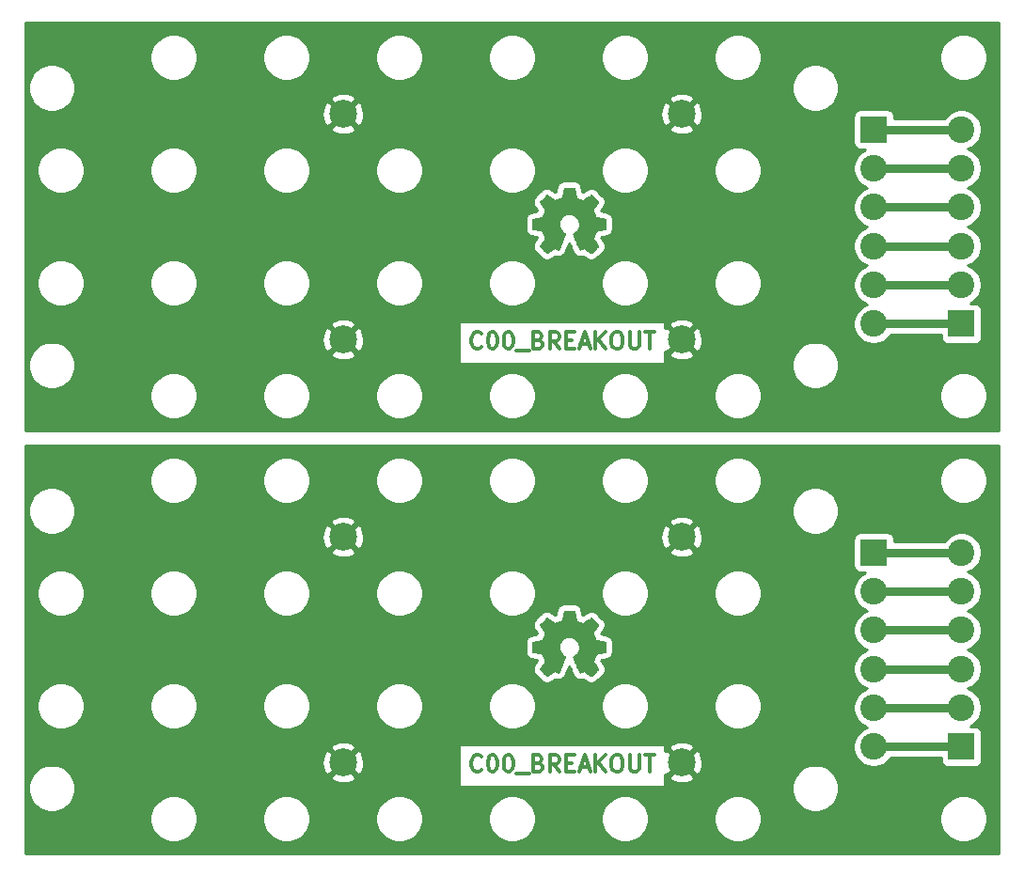
<source format=gbr>
G04 #@! TF.GenerationSoftware,KiCad,Pcbnew,5.1.5-52549c5~86~ubuntu18.04.1*
G04 #@! TF.CreationDate,2020-09-25T00:18:03-05:00*
G04 #@! TF.ProjectId,,58585858-5858-4585-9858-585858585858,rev?*
G04 #@! TF.SameCoordinates,Original*
G04 #@! TF.FileFunction,Copper,L1,Top*
G04 #@! TF.FilePolarity,Positive*
%FSLAX46Y46*%
G04 Gerber Fmt 4.6, Leading zero omitted, Abs format (unit mm)*
G04 Created by KiCad (PCBNEW 5.1.5-52549c5~86~ubuntu18.04.1) date 2020-09-25 00:18:03*
%MOMM*%
%LPD*%
G04 APERTURE LIST*
%ADD10C,0.300000*%
%ADD11C,0.010000*%
%ADD12C,2.499360*%
%ADD13R,2.400000X2.400000*%
%ADD14C,2.400000*%
%ADD15C,0.750000*%
%ADD16C,0.254000*%
G04 APERTURE END LIST*
D10*
X127471600Y-91924914D02*
X127400171Y-91996342D01*
X127185885Y-92067771D01*
X127043028Y-92067771D01*
X126828742Y-91996342D01*
X126685885Y-91853485D01*
X126614457Y-91710628D01*
X126543028Y-91424914D01*
X126543028Y-91210628D01*
X126614457Y-90924914D01*
X126685885Y-90782057D01*
X126828742Y-90639200D01*
X127043028Y-90567771D01*
X127185885Y-90567771D01*
X127400171Y-90639200D01*
X127471600Y-90710628D01*
X128400171Y-90567771D02*
X128543028Y-90567771D01*
X128685885Y-90639200D01*
X128757314Y-90710628D01*
X128828742Y-90853485D01*
X128900171Y-91139200D01*
X128900171Y-91496342D01*
X128828742Y-91782057D01*
X128757314Y-91924914D01*
X128685885Y-91996342D01*
X128543028Y-92067771D01*
X128400171Y-92067771D01*
X128257314Y-91996342D01*
X128185885Y-91924914D01*
X128114457Y-91782057D01*
X128043028Y-91496342D01*
X128043028Y-91139200D01*
X128114457Y-90853485D01*
X128185885Y-90710628D01*
X128257314Y-90639200D01*
X128400171Y-90567771D01*
X129828742Y-90567771D02*
X129971600Y-90567771D01*
X130114457Y-90639200D01*
X130185885Y-90710628D01*
X130257314Y-90853485D01*
X130328742Y-91139200D01*
X130328742Y-91496342D01*
X130257314Y-91782057D01*
X130185885Y-91924914D01*
X130114457Y-91996342D01*
X129971600Y-92067771D01*
X129828742Y-92067771D01*
X129685885Y-91996342D01*
X129614457Y-91924914D01*
X129543028Y-91782057D01*
X129471600Y-91496342D01*
X129471600Y-91139200D01*
X129543028Y-90853485D01*
X129614457Y-90710628D01*
X129685885Y-90639200D01*
X129828742Y-90567771D01*
X130614457Y-92210628D02*
X131757314Y-92210628D01*
X132614457Y-91282057D02*
X132828742Y-91353485D01*
X132900171Y-91424914D01*
X132971600Y-91567771D01*
X132971600Y-91782057D01*
X132900171Y-91924914D01*
X132828742Y-91996342D01*
X132685885Y-92067771D01*
X132114457Y-92067771D01*
X132114457Y-90567771D01*
X132614457Y-90567771D01*
X132757314Y-90639200D01*
X132828742Y-90710628D01*
X132900171Y-90853485D01*
X132900171Y-90996342D01*
X132828742Y-91139200D01*
X132757314Y-91210628D01*
X132614457Y-91282057D01*
X132114457Y-91282057D01*
X134471600Y-92067771D02*
X133971600Y-91353485D01*
X133614457Y-92067771D02*
X133614457Y-90567771D01*
X134185885Y-90567771D01*
X134328742Y-90639200D01*
X134400171Y-90710628D01*
X134471600Y-90853485D01*
X134471600Y-91067771D01*
X134400171Y-91210628D01*
X134328742Y-91282057D01*
X134185885Y-91353485D01*
X133614457Y-91353485D01*
X135114457Y-91282057D02*
X135614457Y-91282057D01*
X135828742Y-92067771D02*
X135114457Y-92067771D01*
X135114457Y-90567771D01*
X135828742Y-90567771D01*
X136400171Y-91639200D02*
X137114457Y-91639200D01*
X136257314Y-92067771D02*
X136757314Y-90567771D01*
X137257314Y-92067771D01*
X137757314Y-92067771D02*
X137757314Y-90567771D01*
X138614457Y-92067771D02*
X137971600Y-91210628D01*
X138614457Y-90567771D02*
X137757314Y-91424914D01*
X139543028Y-90567771D02*
X139828742Y-90567771D01*
X139971600Y-90639200D01*
X140114457Y-90782057D01*
X140185885Y-91067771D01*
X140185885Y-91567771D01*
X140114457Y-91853485D01*
X139971600Y-91996342D01*
X139828742Y-92067771D01*
X139543028Y-92067771D01*
X139400171Y-91996342D01*
X139257314Y-91853485D01*
X139185885Y-91567771D01*
X139185885Y-91067771D01*
X139257314Y-90782057D01*
X139400171Y-90639200D01*
X139543028Y-90567771D01*
X140828742Y-90567771D02*
X140828742Y-91782057D01*
X140900171Y-91924914D01*
X140971600Y-91996342D01*
X141114457Y-92067771D01*
X141400171Y-92067771D01*
X141543028Y-91996342D01*
X141614457Y-91924914D01*
X141685885Y-91782057D01*
X141685885Y-90567771D01*
X142185885Y-90567771D02*
X143043028Y-90567771D01*
X142614457Y-92067771D02*
X142614457Y-90567771D01*
X127471600Y-53824914D02*
X127400171Y-53896342D01*
X127185885Y-53967771D01*
X127043028Y-53967771D01*
X126828742Y-53896342D01*
X126685885Y-53753485D01*
X126614457Y-53610628D01*
X126543028Y-53324914D01*
X126543028Y-53110628D01*
X126614457Y-52824914D01*
X126685885Y-52682057D01*
X126828742Y-52539200D01*
X127043028Y-52467771D01*
X127185885Y-52467771D01*
X127400171Y-52539200D01*
X127471600Y-52610628D01*
X128400171Y-52467771D02*
X128543028Y-52467771D01*
X128685885Y-52539200D01*
X128757314Y-52610628D01*
X128828742Y-52753485D01*
X128900171Y-53039200D01*
X128900171Y-53396342D01*
X128828742Y-53682057D01*
X128757314Y-53824914D01*
X128685885Y-53896342D01*
X128543028Y-53967771D01*
X128400171Y-53967771D01*
X128257314Y-53896342D01*
X128185885Y-53824914D01*
X128114457Y-53682057D01*
X128043028Y-53396342D01*
X128043028Y-53039200D01*
X128114457Y-52753485D01*
X128185885Y-52610628D01*
X128257314Y-52539200D01*
X128400171Y-52467771D01*
X129828742Y-52467771D02*
X129971600Y-52467771D01*
X130114457Y-52539200D01*
X130185885Y-52610628D01*
X130257314Y-52753485D01*
X130328742Y-53039200D01*
X130328742Y-53396342D01*
X130257314Y-53682057D01*
X130185885Y-53824914D01*
X130114457Y-53896342D01*
X129971600Y-53967771D01*
X129828742Y-53967771D01*
X129685885Y-53896342D01*
X129614457Y-53824914D01*
X129543028Y-53682057D01*
X129471600Y-53396342D01*
X129471600Y-53039200D01*
X129543028Y-52753485D01*
X129614457Y-52610628D01*
X129685885Y-52539200D01*
X129828742Y-52467771D01*
X130614457Y-54110628D02*
X131757314Y-54110628D01*
X132614457Y-53182057D02*
X132828742Y-53253485D01*
X132900171Y-53324914D01*
X132971600Y-53467771D01*
X132971600Y-53682057D01*
X132900171Y-53824914D01*
X132828742Y-53896342D01*
X132685885Y-53967771D01*
X132114457Y-53967771D01*
X132114457Y-52467771D01*
X132614457Y-52467771D01*
X132757314Y-52539200D01*
X132828742Y-52610628D01*
X132900171Y-52753485D01*
X132900171Y-52896342D01*
X132828742Y-53039200D01*
X132757314Y-53110628D01*
X132614457Y-53182057D01*
X132114457Y-53182057D01*
X134471600Y-53967771D02*
X133971600Y-53253485D01*
X133614457Y-53967771D02*
X133614457Y-52467771D01*
X134185885Y-52467771D01*
X134328742Y-52539200D01*
X134400171Y-52610628D01*
X134471600Y-52753485D01*
X134471600Y-52967771D01*
X134400171Y-53110628D01*
X134328742Y-53182057D01*
X134185885Y-53253485D01*
X133614457Y-53253485D01*
X135114457Y-53182057D02*
X135614457Y-53182057D01*
X135828742Y-53967771D02*
X135114457Y-53967771D01*
X135114457Y-52467771D01*
X135828742Y-52467771D01*
X136400171Y-53539200D02*
X137114457Y-53539200D01*
X136257314Y-53967771D02*
X136757314Y-52467771D01*
X137257314Y-53967771D01*
X137757314Y-53967771D02*
X137757314Y-52467771D01*
X138614457Y-53967771D02*
X137971600Y-53110628D01*
X138614457Y-52467771D02*
X137757314Y-53324914D01*
X139543028Y-52467771D02*
X139828742Y-52467771D01*
X139971600Y-52539200D01*
X140114457Y-52682057D01*
X140185885Y-52967771D01*
X140185885Y-53467771D01*
X140114457Y-53753485D01*
X139971600Y-53896342D01*
X139828742Y-53967771D01*
X139543028Y-53967771D01*
X139400171Y-53896342D01*
X139257314Y-53753485D01*
X139185885Y-53467771D01*
X139185885Y-52967771D01*
X139257314Y-52682057D01*
X139400171Y-52539200D01*
X139543028Y-52467771D01*
X140828742Y-52467771D02*
X140828742Y-53682057D01*
X140900171Y-53824914D01*
X140971600Y-53896342D01*
X141114457Y-53967771D01*
X141400171Y-53967771D01*
X141543028Y-53896342D01*
X141614457Y-53824914D01*
X141685885Y-53682057D01*
X141685885Y-52467771D01*
X142185885Y-52467771D02*
X143043028Y-52467771D01*
X142614457Y-53967771D02*
X142614457Y-52467771D01*
D11*
G36*
X135912414Y-77986931D02*
G01*
X135996235Y-78431555D01*
X136305520Y-78559053D01*
X136614806Y-78686551D01*
X136985846Y-78434246D01*
X137089757Y-78363996D01*
X137183687Y-78301272D01*
X137263252Y-78248938D01*
X137324070Y-78209857D01*
X137361757Y-78186893D01*
X137372021Y-78181942D01*
X137390510Y-78194676D01*
X137430020Y-78229882D01*
X137486122Y-78283062D01*
X137554387Y-78349718D01*
X137630386Y-78425354D01*
X137709692Y-78505472D01*
X137787875Y-78585574D01*
X137860507Y-78661164D01*
X137923159Y-78727745D01*
X137971403Y-78780818D01*
X138000810Y-78815887D01*
X138007841Y-78827623D01*
X137997723Y-78849260D01*
X137969359Y-78896662D01*
X137925729Y-78965193D01*
X137869818Y-79050215D01*
X137804606Y-79147093D01*
X137766819Y-79202350D01*
X137697943Y-79303248D01*
X137636740Y-79394299D01*
X137586178Y-79470970D01*
X137549228Y-79528728D01*
X137528858Y-79563043D01*
X137525797Y-79570254D01*
X137532736Y-79590748D01*
X137551651Y-79638513D01*
X137579687Y-79706832D01*
X137613991Y-79788989D01*
X137651709Y-79878270D01*
X137689987Y-79967958D01*
X137725970Y-80051338D01*
X137756806Y-80121694D01*
X137779639Y-80172310D01*
X137791617Y-80196471D01*
X137792324Y-80197422D01*
X137811131Y-80202036D01*
X137861218Y-80212328D01*
X137937393Y-80227287D01*
X138034465Y-80245901D01*
X138147243Y-80267159D01*
X138213042Y-80279418D01*
X138333550Y-80302362D01*
X138442397Y-80324195D01*
X138534076Y-80343722D01*
X138603081Y-80359748D01*
X138643904Y-80371079D01*
X138652111Y-80374674D01*
X138660148Y-80399006D01*
X138666633Y-80453959D01*
X138671570Y-80533108D01*
X138674964Y-80630026D01*
X138676818Y-80738287D01*
X138677138Y-80851465D01*
X138675927Y-80963135D01*
X138673190Y-81066868D01*
X138668931Y-81156241D01*
X138663155Y-81224826D01*
X138655867Y-81266197D01*
X138651495Y-81274810D01*
X138625364Y-81285133D01*
X138569993Y-81299892D01*
X138492707Y-81317352D01*
X138400830Y-81335780D01*
X138368758Y-81341741D01*
X138214124Y-81370066D01*
X138091975Y-81392876D01*
X137998273Y-81411080D01*
X137928984Y-81425583D01*
X137880071Y-81437292D01*
X137847497Y-81447115D01*
X137827228Y-81455956D01*
X137815226Y-81464724D01*
X137813547Y-81466457D01*
X137796784Y-81494371D01*
X137771214Y-81548695D01*
X137739388Y-81622777D01*
X137703860Y-81709965D01*
X137667183Y-81803608D01*
X137631911Y-81897052D01*
X137600596Y-81983647D01*
X137575793Y-82056740D01*
X137560054Y-82109678D01*
X137555932Y-82135811D01*
X137556276Y-82136726D01*
X137570241Y-82158086D01*
X137601922Y-82205084D01*
X137647991Y-82272827D01*
X137705118Y-82356423D01*
X137769973Y-82450982D01*
X137788443Y-82477854D01*
X137854299Y-82575275D01*
X137912250Y-82664163D01*
X137959138Y-82739412D01*
X137991807Y-82795920D01*
X138007100Y-82828581D01*
X138007841Y-82832593D01*
X137994992Y-82853684D01*
X137959488Y-82895464D01*
X137905893Y-82953445D01*
X137838771Y-83023135D01*
X137762687Y-83100045D01*
X137682204Y-83179683D01*
X137601887Y-83257561D01*
X137526299Y-83329186D01*
X137460005Y-83390070D01*
X137407569Y-83435721D01*
X137373555Y-83461650D01*
X137364145Y-83465883D01*
X137342243Y-83455912D01*
X137297400Y-83429020D01*
X137236921Y-83389736D01*
X137190389Y-83358117D01*
X137106075Y-83300098D01*
X137006226Y-83231784D01*
X136906073Y-83163579D01*
X136852227Y-83127075D01*
X136669971Y-83003800D01*
X136516981Y-83086520D01*
X136447282Y-83122759D01*
X136388014Y-83150926D01*
X136347911Y-83166991D01*
X136337703Y-83169226D01*
X136325429Y-83152722D01*
X136301213Y-83106082D01*
X136266863Y-83033609D01*
X136224188Y-82939606D01*
X136174994Y-82828374D01*
X136121090Y-82704215D01*
X136064284Y-82571432D01*
X136006382Y-82434327D01*
X135949193Y-82297202D01*
X135894524Y-82164358D01*
X135844184Y-82040098D01*
X135799980Y-81928725D01*
X135763719Y-81834539D01*
X135737209Y-81761844D01*
X135722258Y-81714941D01*
X135719854Y-81698833D01*
X135738911Y-81678286D01*
X135780636Y-81644933D01*
X135836306Y-81605702D01*
X135840978Y-81602599D01*
X135984864Y-81487423D01*
X136100883Y-81353053D01*
X136188030Y-81203784D01*
X136245299Y-81043913D01*
X136271686Y-80877737D01*
X136266185Y-80709552D01*
X136227790Y-80543655D01*
X136155495Y-80384342D01*
X136134226Y-80349487D01*
X136023596Y-80208737D01*
X135892902Y-80095714D01*
X135746664Y-80011003D01*
X135589408Y-79955194D01*
X135425657Y-79928874D01*
X135259933Y-79932630D01*
X135096762Y-79967050D01*
X134940665Y-80032723D01*
X134796167Y-80130235D01*
X134751469Y-80169813D01*
X134637712Y-80293703D01*
X134554818Y-80424124D01*
X134497956Y-80570315D01*
X134466287Y-80715088D01*
X134458469Y-80877860D01*
X134484538Y-81041440D01*
X134541845Y-81200298D01*
X134627744Y-81348906D01*
X134739586Y-81481735D01*
X134874723Y-81593256D01*
X134892483Y-81605011D01*
X134948750Y-81643508D01*
X134991523Y-81676863D01*
X135011972Y-81698160D01*
X135012269Y-81698833D01*
X135007879Y-81721871D01*
X134990476Y-81774157D01*
X134961868Y-81851390D01*
X134923865Y-81949268D01*
X134878274Y-82063491D01*
X134826903Y-82189758D01*
X134771562Y-82323767D01*
X134714058Y-82461218D01*
X134656201Y-82597808D01*
X134599798Y-82729237D01*
X134546658Y-82851205D01*
X134498590Y-82959409D01*
X134457401Y-83049549D01*
X134424901Y-83117323D01*
X134402897Y-83158430D01*
X134394036Y-83169226D01*
X134366960Y-83160819D01*
X134316297Y-83138272D01*
X134250783Y-83105613D01*
X134214759Y-83086520D01*
X134061768Y-83003800D01*
X133879512Y-83127075D01*
X133786475Y-83190228D01*
X133684615Y-83259727D01*
X133589162Y-83325165D01*
X133541350Y-83358117D01*
X133474105Y-83403273D01*
X133417164Y-83439057D01*
X133377954Y-83460938D01*
X133365219Y-83465563D01*
X133346683Y-83453085D01*
X133305659Y-83418252D01*
X133246125Y-83364678D01*
X133172058Y-83295983D01*
X133087435Y-83215781D01*
X133033915Y-83164286D01*
X132940281Y-83072286D01*
X132859359Y-82989999D01*
X132794423Y-82920945D01*
X132748742Y-82868644D01*
X132725589Y-82836616D01*
X132723368Y-82830116D01*
X132733676Y-82805394D01*
X132762161Y-82755405D01*
X132805663Y-82685212D01*
X132861023Y-82599875D01*
X132925080Y-82504456D01*
X132943297Y-82477854D01*
X133009673Y-82381167D01*
X133069222Y-82294117D01*
X133118616Y-82221595D01*
X133154525Y-82168493D01*
X133173619Y-82139703D01*
X133175464Y-82136726D01*
X133172705Y-82113782D01*
X133158062Y-82063336D01*
X133134087Y-81992041D01*
X133103334Y-81906547D01*
X133068356Y-81813507D01*
X133031707Y-81719574D01*
X132995939Y-81631399D01*
X132963606Y-81555634D01*
X132937262Y-81498931D01*
X132919458Y-81467943D01*
X132918193Y-81466457D01*
X132907306Y-81457601D01*
X132888918Y-81448843D01*
X132858994Y-81439277D01*
X132813497Y-81427996D01*
X132748391Y-81414093D01*
X132659639Y-81396663D01*
X132543207Y-81374798D01*
X132395058Y-81347591D01*
X132362982Y-81341741D01*
X132267914Y-81323374D01*
X132185035Y-81305405D01*
X132121670Y-81289569D01*
X132085142Y-81277600D01*
X132080244Y-81274810D01*
X132072173Y-81250072D01*
X132065613Y-81194790D01*
X132060567Y-81115389D01*
X132057041Y-81018296D01*
X132055039Y-80909938D01*
X132054564Y-80796740D01*
X132055623Y-80685128D01*
X132058218Y-80581529D01*
X132062354Y-80492368D01*
X132068037Y-80424072D01*
X132075269Y-80383066D01*
X132079629Y-80374674D01*
X132103902Y-80366208D01*
X132159174Y-80352435D01*
X132239938Y-80334550D01*
X132340688Y-80313748D01*
X132455917Y-80291223D01*
X132518698Y-80279418D01*
X132637813Y-80257151D01*
X132744035Y-80236979D01*
X132832173Y-80219915D01*
X132897034Y-80206969D01*
X132933426Y-80199155D01*
X132939416Y-80197422D01*
X132949539Y-80177890D01*
X132970938Y-80130843D01*
X133000761Y-80063003D01*
X133036155Y-79981091D01*
X133074268Y-79891828D01*
X133112247Y-79801935D01*
X133147240Y-79718135D01*
X133176394Y-79647147D01*
X133196857Y-79595694D01*
X133205777Y-79570497D01*
X133205943Y-79569396D01*
X133195831Y-79549519D01*
X133167483Y-79503777D01*
X133123877Y-79436717D01*
X133067994Y-79352884D01*
X133002813Y-79256826D01*
X132964921Y-79201650D01*
X132895875Y-79100481D01*
X132834550Y-79008630D01*
X132783937Y-78930744D01*
X132747029Y-78871469D01*
X132726818Y-78835451D01*
X132723899Y-78827377D01*
X132736447Y-78808584D01*
X132771137Y-78768457D01*
X132823537Y-78711493D01*
X132889216Y-78642185D01*
X132963744Y-78565031D01*
X133042687Y-78484525D01*
X133121617Y-78405163D01*
X133196100Y-78331440D01*
X133261706Y-78267852D01*
X133314004Y-78218894D01*
X133348561Y-78189061D01*
X133360122Y-78181942D01*
X133378946Y-78191953D01*
X133423969Y-78220078D01*
X133490813Y-78263454D01*
X133575101Y-78319218D01*
X133672456Y-78384506D01*
X133745893Y-78434246D01*
X134116933Y-78686551D01*
X134735505Y-78431555D01*
X134819325Y-77986931D01*
X134903146Y-77542307D01*
X135828594Y-77542307D01*
X135912414Y-77986931D01*
G37*
X135912414Y-77986931D02*
X135996235Y-78431555D01*
X136305520Y-78559053D01*
X136614806Y-78686551D01*
X136985846Y-78434246D01*
X137089757Y-78363996D01*
X137183687Y-78301272D01*
X137263252Y-78248938D01*
X137324070Y-78209857D01*
X137361757Y-78186893D01*
X137372021Y-78181942D01*
X137390510Y-78194676D01*
X137430020Y-78229882D01*
X137486122Y-78283062D01*
X137554387Y-78349718D01*
X137630386Y-78425354D01*
X137709692Y-78505472D01*
X137787875Y-78585574D01*
X137860507Y-78661164D01*
X137923159Y-78727745D01*
X137971403Y-78780818D01*
X138000810Y-78815887D01*
X138007841Y-78827623D01*
X137997723Y-78849260D01*
X137969359Y-78896662D01*
X137925729Y-78965193D01*
X137869818Y-79050215D01*
X137804606Y-79147093D01*
X137766819Y-79202350D01*
X137697943Y-79303248D01*
X137636740Y-79394299D01*
X137586178Y-79470970D01*
X137549228Y-79528728D01*
X137528858Y-79563043D01*
X137525797Y-79570254D01*
X137532736Y-79590748D01*
X137551651Y-79638513D01*
X137579687Y-79706832D01*
X137613991Y-79788989D01*
X137651709Y-79878270D01*
X137689987Y-79967958D01*
X137725970Y-80051338D01*
X137756806Y-80121694D01*
X137779639Y-80172310D01*
X137791617Y-80196471D01*
X137792324Y-80197422D01*
X137811131Y-80202036D01*
X137861218Y-80212328D01*
X137937393Y-80227287D01*
X138034465Y-80245901D01*
X138147243Y-80267159D01*
X138213042Y-80279418D01*
X138333550Y-80302362D01*
X138442397Y-80324195D01*
X138534076Y-80343722D01*
X138603081Y-80359748D01*
X138643904Y-80371079D01*
X138652111Y-80374674D01*
X138660148Y-80399006D01*
X138666633Y-80453959D01*
X138671570Y-80533108D01*
X138674964Y-80630026D01*
X138676818Y-80738287D01*
X138677138Y-80851465D01*
X138675927Y-80963135D01*
X138673190Y-81066868D01*
X138668931Y-81156241D01*
X138663155Y-81224826D01*
X138655867Y-81266197D01*
X138651495Y-81274810D01*
X138625364Y-81285133D01*
X138569993Y-81299892D01*
X138492707Y-81317352D01*
X138400830Y-81335780D01*
X138368758Y-81341741D01*
X138214124Y-81370066D01*
X138091975Y-81392876D01*
X137998273Y-81411080D01*
X137928984Y-81425583D01*
X137880071Y-81437292D01*
X137847497Y-81447115D01*
X137827228Y-81455956D01*
X137815226Y-81464724D01*
X137813547Y-81466457D01*
X137796784Y-81494371D01*
X137771214Y-81548695D01*
X137739388Y-81622777D01*
X137703860Y-81709965D01*
X137667183Y-81803608D01*
X137631911Y-81897052D01*
X137600596Y-81983647D01*
X137575793Y-82056740D01*
X137560054Y-82109678D01*
X137555932Y-82135811D01*
X137556276Y-82136726D01*
X137570241Y-82158086D01*
X137601922Y-82205084D01*
X137647991Y-82272827D01*
X137705118Y-82356423D01*
X137769973Y-82450982D01*
X137788443Y-82477854D01*
X137854299Y-82575275D01*
X137912250Y-82664163D01*
X137959138Y-82739412D01*
X137991807Y-82795920D01*
X138007100Y-82828581D01*
X138007841Y-82832593D01*
X137994992Y-82853684D01*
X137959488Y-82895464D01*
X137905893Y-82953445D01*
X137838771Y-83023135D01*
X137762687Y-83100045D01*
X137682204Y-83179683D01*
X137601887Y-83257561D01*
X137526299Y-83329186D01*
X137460005Y-83390070D01*
X137407569Y-83435721D01*
X137373555Y-83461650D01*
X137364145Y-83465883D01*
X137342243Y-83455912D01*
X137297400Y-83429020D01*
X137236921Y-83389736D01*
X137190389Y-83358117D01*
X137106075Y-83300098D01*
X137006226Y-83231784D01*
X136906073Y-83163579D01*
X136852227Y-83127075D01*
X136669971Y-83003800D01*
X136516981Y-83086520D01*
X136447282Y-83122759D01*
X136388014Y-83150926D01*
X136347911Y-83166991D01*
X136337703Y-83169226D01*
X136325429Y-83152722D01*
X136301213Y-83106082D01*
X136266863Y-83033609D01*
X136224188Y-82939606D01*
X136174994Y-82828374D01*
X136121090Y-82704215D01*
X136064284Y-82571432D01*
X136006382Y-82434327D01*
X135949193Y-82297202D01*
X135894524Y-82164358D01*
X135844184Y-82040098D01*
X135799980Y-81928725D01*
X135763719Y-81834539D01*
X135737209Y-81761844D01*
X135722258Y-81714941D01*
X135719854Y-81698833D01*
X135738911Y-81678286D01*
X135780636Y-81644933D01*
X135836306Y-81605702D01*
X135840978Y-81602599D01*
X135984864Y-81487423D01*
X136100883Y-81353053D01*
X136188030Y-81203784D01*
X136245299Y-81043913D01*
X136271686Y-80877737D01*
X136266185Y-80709552D01*
X136227790Y-80543655D01*
X136155495Y-80384342D01*
X136134226Y-80349487D01*
X136023596Y-80208737D01*
X135892902Y-80095714D01*
X135746664Y-80011003D01*
X135589408Y-79955194D01*
X135425657Y-79928874D01*
X135259933Y-79932630D01*
X135096762Y-79967050D01*
X134940665Y-80032723D01*
X134796167Y-80130235D01*
X134751469Y-80169813D01*
X134637712Y-80293703D01*
X134554818Y-80424124D01*
X134497956Y-80570315D01*
X134466287Y-80715088D01*
X134458469Y-80877860D01*
X134484538Y-81041440D01*
X134541845Y-81200298D01*
X134627744Y-81348906D01*
X134739586Y-81481735D01*
X134874723Y-81593256D01*
X134892483Y-81605011D01*
X134948750Y-81643508D01*
X134991523Y-81676863D01*
X135011972Y-81698160D01*
X135012269Y-81698833D01*
X135007879Y-81721871D01*
X134990476Y-81774157D01*
X134961868Y-81851390D01*
X134923865Y-81949268D01*
X134878274Y-82063491D01*
X134826903Y-82189758D01*
X134771562Y-82323767D01*
X134714058Y-82461218D01*
X134656201Y-82597808D01*
X134599798Y-82729237D01*
X134546658Y-82851205D01*
X134498590Y-82959409D01*
X134457401Y-83049549D01*
X134424901Y-83117323D01*
X134402897Y-83158430D01*
X134394036Y-83169226D01*
X134366960Y-83160819D01*
X134316297Y-83138272D01*
X134250783Y-83105613D01*
X134214759Y-83086520D01*
X134061768Y-83003800D01*
X133879512Y-83127075D01*
X133786475Y-83190228D01*
X133684615Y-83259727D01*
X133589162Y-83325165D01*
X133541350Y-83358117D01*
X133474105Y-83403273D01*
X133417164Y-83439057D01*
X133377954Y-83460938D01*
X133365219Y-83465563D01*
X133346683Y-83453085D01*
X133305659Y-83418252D01*
X133246125Y-83364678D01*
X133172058Y-83295983D01*
X133087435Y-83215781D01*
X133033915Y-83164286D01*
X132940281Y-83072286D01*
X132859359Y-82989999D01*
X132794423Y-82920945D01*
X132748742Y-82868644D01*
X132725589Y-82836616D01*
X132723368Y-82830116D01*
X132733676Y-82805394D01*
X132762161Y-82755405D01*
X132805663Y-82685212D01*
X132861023Y-82599875D01*
X132925080Y-82504456D01*
X132943297Y-82477854D01*
X133009673Y-82381167D01*
X133069222Y-82294117D01*
X133118616Y-82221595D01*
X133154525Y-82168493D01*
X133173619Y-82139703D01*
X133175464Y-82136726D01*
X133172705Y-82113782D01*
X133158062Y-82063336D01*
X133134087Y-81992041D01*
X133103334Y-81906547D01*
X133068356Y-81813507D01*
X133031707Y-81719574D01*
X132995939Y-81631399D01*
X132963606Y-81555634D01*
X132937262Y-81498931D01*
X132919458Y-81467943D01*
X132918193Y-81466457D01*
X132907306Y-81457601D01*
X132888918Y-81448843D01*
X132858994Y-81439277D01*
X132813497Y-81427996D01*
X132748391Y-81414093D01*
X132659639Y-81396663D01*
X132543207Y-81374798D01*
X132395058Y-81347591D01*
X132362982Y-81341741D01*
X132267914Y-81323374D01*
X132185035Y-81305405D01*
X132121670Y-81289569D01*
X132085142Y-81277600D01*
X132080244Y-81274810D01*
X132072173Y-81250072D01*
X132065613Y-81194790D01*
X132060567Y-81115389D01*
X132057041Y-81018296D01*
X132055039Y-80909938D01*
X132054564Y-80796740D01*
X132055623Y-80685128D01*
X132058218Y-80581529D01*
X132062354Y-80492368D01*
X132068037Y-80424072D01*
X132075269Y-80383066D01*
X132079629Y-80374674D01*
X132103902Y-80366208D01*
X132159174Y-80352435D01*
X132239938Y-80334550D01*
X132340688Y-80313748D01*
X132455917Y-80291223D01*
X132518698Y-80279418D01*
X132637813Y-80257151D01*
X132744035Y-80236979D01*
X132832173Y-80219915D01*
X132897034Y-80206969D01*
X132933426Y-80199155D01*
X132939416Y-80197422D01*
X132949539Y-80177890D01*
X132970938Y-80130843D01*
X133000761Y-80063003D01*
X133036155Y-79981091D01*
X133074268Y-79891828D01*
X133112247Y-79801935D01*
X133147240Y-79718135D01*
X133176394Y-79647147D01*
X133196857Y-79595694D01*
X133205777Y-79570497D01*
X133205943Y-79569396D01*
X133195831Y-79549519D01*
X133167483Y-79503777D01*
X133123877Y-79436717D01*
X133067994Y-79352884D01*
X133002813Y-79256826D01*
X132964921Y-79201650D01*
X132895875Y-79100481D01*
X132834550Y-79008630D01*
X132783937Y-78930744D01*
X132747029Y-78871469D01*
X132726818Y-78835451D01*
X132723899Y-78827377D01*
X132736447Y-78808584D01*
X132771137Y-78768457D01*
X132823537Y-78711493D01*
X132889216Y-78642185D01*
X132963744Y-78565031D01*
X133042687Y-78484525D01*
X133121617Y-78405163D01*
X133196100Y-78331440D01*
X133261706Y-78267852D01*
X133314004Y-78218894D01*
X133348561Y-78189061D01*
X133360122Y-78181942D01*
X133378946Y-78191953D01*
X133423969Y-78220078D01*
X133490813Y-78263454D01*
X133575101Y-78319218D01*
X133672456Y-78384506D01*
X133745893Y-78434246D01*
X134116933Y-78686551D01*
X134735505Y-78431555D01*
X134819325Y-77986931D01*
X134903146Y-77542307D01*
X135828594Y-77542307D01*
X135912414Y-77986931D01*
G36*
X135912414Y-39886931D02*
G01*
X135996235Y-40331555D01*
X136305520Y-40459053D01*
X136614806Y-40586551D01*
X136985846Y-40334246D01*
X137089757Y-40263996D01*
X137183687Y-40201272D01*
X137263252Y-40148938D01*
X137324070Y-40109857D01*
X137361757Y-40086893D01*
X137372021Y-40081942D01*
X137390510Y-40094676D01*
X137430020Y-40129882D01*
X137486122Y-40183062D01*
X137554387Y-40249718D01*
X137630386Y-40325354D01*
X137709692Y-40405472D01*
X137787875Y-40485574D01*
X137860507Y-40561164D01*
X137923159Y-40627745D01*
X137971403Y-40680818D01*
X138000810Y-40715887D01*
X138007841Y-40727623D01*
X137997723Y-40749260D01*
X137969359Y-40796662D01*
X137925729Y-40865193D01*
X137869818Y-40950215D01*
X137804606Y-41047093D01*
X137766819Y-41102350D01*
X137697943Y-41203248D01*
X137636740Y-41294299D01*
X137586178Y-41370970D01*
X137549228Y-41428728D01*
X137528858Y-41463043D01*
X137525797Y-41470254D01*
X137532736Y-41490748D01*
X137551651Y-41538513D01*
X137579687Y-41606832D01*
X137613991Y-41688989D01*
X137651709Y-41778270D01*
X137689987Y-41867958D01*
X137725970Y-41951338D01*
X137756806Y-42021694D01*
X137779639Y-42072310D01*
X137791617Y-42096471D01*
X137792324Y-42097422D01*
X137811131Y-42102036D01*
X137861218Y-42112328D01*
X137937393Y-42127287D01*
X138034465Y-42145901D01*
X138147243Y-42167159D01*
X138213042Y-42179418D01*
X138333550Y-42202362D01*
X138442397Y-42224195D01*
X138534076Y-42243722D01*
X138603081Y-42259748D01*
X138643904Y-42271079D01*
X138652111Y-42274674D01*
X138660148Y-42299006D01*
X138666633Y-42353959D01*
X138671570Y-42433108D01*
X138674964Y-42530026D01*
X138676818Y-42638287D01*
X138677138Y-42751465D01*
X138675927Y-42863135D01*
X138673190Y-42966868D01*
X138668931Y-43056241D01*
X138663155Y-43124826D01*
X138655867Y-43166197D01*
X138651495Y-43174810D01*
X138625364Y-43185133D01*
X138569993Y-43199892D01*
X138492707Y-43217352D01*
X138400830Y-43235780D01*
X138368758Y-43241741D01*
X138214124Y-43270066D01*
X138091975Y-43292876D01*
X137998273Y-43311080D01*
X137928984Y-43325583D01*
X137880071Y-43337292D01*
X137847497Y-43347115D01*
X137827228Y-43355956D01*
X137815226Y-43364724D01*
X137813547Y-43366457D01*
X137796784Y-43394371D01*
X137771214Y-43448695D01*
X137739388Y-43522777D01*
X137703860Y-43609965D01*
X137667183Y-43703608D01*
X137631911Y-43797052D01*
X137600596Y-43883647D01*
X137575793Y-43956740D01*
X137560054Y-44009678D01*
X137555932Y-44035811D01*
X137556276Y-44036726D01*
X137570241Y-44058086D01*
X137601922Y-44105084D01*
X137647991Y-44172827D01*
X137705118Y-44256423D01*
X137769973Y-44350982D01*
X137788443Y-44377854D01*
X137854299Y-44475275D01*
X137912250Y-44564163D01*
X137959138Y-44639412D01*
X137991807Y-44695920D01*
X138007100Y-44728581D01*
X138007841Y-44732593D01*
X137994992Y-44753684D01*
X137959488Y-44795464D01*
X137905893Y-44853445D01*
X137838771Y-44923135D01*
X137762687Y-45000045D01*
X137682204Y-45079683D01*
X137601887Y-45157561D01*
X137526299Y-45229186D01*
X137460005Y-45290070D01*
X137407569Y-45335721D01*
X137373555Y-45361650D01*
X137364145Y-45365883D01*
X137342243Y-45355912D01*
X137297400Y-45329020D01*
X137236921Y-45289736D01*
X137190389Y-45258117D01*
X137106075Y-45200098D01*
X137006226Y-45131784D01*
X136906073Y-45063579D01*
X136852227Y-45027075D01*
X136669971Y-44903800D01*
X136516981Y-44986520D01*
X136447282Y-45022759D01*
X136388014Y-45050926D01*
X136347911Y-45066991D01*
X136337703Y-45069226D01*
X136325429Y-45052722D01*
X136301213Y-45006082D01*
X136266863Y-44933609D01*
X136224188Y-44839606D01*
X136174994Y-44728374D01*
X136121090Y-44604215D01*
X136064284Y-44471432D01*
X136006382Y-44334327D01*
X135949193Y-44197202D01*
X135894524Y-44064358D01*
X135844184Y-43940098D01*
X135799980Y-43828725D01*
X135763719Y-43734539D01*
X135737209Y-43661844D01*
X135722258Y-43614941D01*
X135719854Y-43598833D01*
X135738911Y-43578286D01*
X135780636Y-43544933D01*
X135836306Y-43505702D01*
X135840978Y-43502599D01*
X135984864Y-43387423D01*
X136100883Y-43253053D01*
X136188030Y-43103784D01*
X136245299Y-42943913D01*
X136271686Y-42777737D01*
X136266185Y-42609552D01*
X136227790Y-42443655D01*
X136155495Y-42284342D01*
X136134226Y-42249487D01*
X136023596Y-42108737D01*
X135892902Y-41995714D01*
X135746664Y-41911003D01*
X135589408Y-41855194D01*
X135425657Y-41828874D01*
X135259933Y-41832630D01*
X135096762Y-41867050D01*
X134940665Y-41932723D01*
X134796167Y-42030235D01*
X134751469Y-42069813D01*
X134637712Y-42193703D01*
X134554818Y-42324124D01*
X134497956Y-42470315D01*
X134466287Y-42615088D01*
X134458469Y-42777860D01*
X134484538Y-42941440D01*
X134541845Y-43100298D01*
X134627744Y-43248906D01*
X134739586Y-43381735D01*
X134874723Y-43493256D01*
X134892483Y-43505011D01*
X134948750Y-43543508D01*
X134991523Y-43576863D01*
X135011972Y-43598160D01*
X135012269Y-43598833D01*
X135007879Y-43621871D01*
X134990476Y-43674157D01*
X134961868Y-43751390D01*
X134923865Y-43849268D01*
X134878274Y-43963491D01*
X134826903Y-44089758D01*
X134771562Y-44223767D01*
X134714058Y-44361218D01*
X134656201Y-44497808D01*
X134599798Y-44629237D01*
X134546658Y-44751205D01*
X134498590Y-44859409D01*
X134457401Y-44949549D01*
X134424901Y-45017323D01*
X134402897Y-45058430D01*
X134394036Y-45069226D01*
X134366960Y-45060819D01*
X134316297Y-45038272D01*
X134250783Y-45005613D01*
X134214759Y-44986520D01*
X134061768Y-44903800D01*
X133879512Y-45027075D01*
X133786475Y-45090228D01*
X133684615Y-45159727D01*
X133589162Y-45225165D01*
X133541350Y-45258117D01*
X133474105Y-45303273D01*
X133417164Y-45339057D01*
X133377954Y-45360938D01*
X133365219Y-45365563D01*
X133346683Y-45353085D01*
X133305659Y-45318252D01*
X133246125Y-45264678D01*
X133172058Y-45195983D01*
X133087435Y-45115781D01*
X133033915Y-45064286D01*
X132940281Y-44972286D01*
X132859359Y-44889999D01*
X132794423Y-44820945D01*
X132748742Y-44768644D01*
X132725589Y-44736616D01*
X132723368Y-44730116D01*
X132733676Y-44705394D01*
X132762161Y-44655405D01*
X132805663Y-44585212D01*
X132861023Y-44499875D01*
X132925080Y-44404456D01*
X132943297Y-44377854D01*
X133009673Y-44281167D01*
X133069222Y-44194117D01*
X133118616Y-44121595D01*
X133154525Y-44068493D01*
X133173619Y-44039703D01*
X133175464Y-44036726D01*
X133172705Y-44013782D01*
X133158062Y-43963336D01*
X133134087Y-43892041D01*
X133103334Y-43806547D01*
X133068356Y-43713507D01*
X133031707Y-43619574D01*
X132995939Y-43531399D01*
X132963606Y-43455634D01*
X132937262Y-43398931D01*
X132919458Y-43367943D01*
X132918193Y-43366457D01*
X132907306Y-43357601D01*
X132888918Y-43348843D01*
X132858994Y-43339277D01*
X132813497Y-43327996D01*
X132748391Y-43314093D01*
X132659639Y-43296663D01*
X132543207Y-43274798D01*
X132395058Y-43247591D01*
X132362982Y-43241741D01*
X132267914Y-43223374D01*
X132185035Y-43205405D01*
X132121670Y-43189569D01*
X132085142Y-43177600D01*
X132080244Y-43174810D01*
X132072173Y-43150072D01*
X132065613Y-43094790D01*
X132060567Y-43015389D01*
X132057041Y-42918296D01*
X132055039Y-42809938D01*
X132054564Y-42696740D01*
X132055623Y-42585128D01*
X132058218Y-42481529D01*
X132062354Y-42392368D01*
X132068037Y-42324072D01*
X132075269Y-42283066D01*
X132079629Y-42274674D01*
X132103902Y-42266208D01*
X132159174Y-42252435D01*
X132239938Y-42234550D01*
X132340688Y-42213748D01*
X132455917Y-42191223D01*
X132518698Y-42179418D01*
X132637813Y-42157151D01*
X132744035Y-42136979D01*
X132832173Y-42119915D01*
X132897034Y-42106969D01*
X132933426Y-42099155D01*
X132939416Y-42097422D01*
X132949539Y-42077890D01*
X132970938Y-42030843D01*
X133000761Y-41963003D01*
X133036155Y-41881091D01*
X133074268Y-41791828D01*
X133112247Y-41701935D01*
X133147240Y-41618135D01*
X133176394Y-41547147D01*
X133196857Y-41495694D01*
X133205777Y-41470497D01*
X133205943Y-41469396D01*
X133195831Y-41449519D01*
X133167483Y-41403777D01*
X133123877Y-41336717D01*
X133067994Y-41252884D01*
X133002813Y-41156826D01*
X132964921Y-41101650D01*
X132895875Y-41000481D01*
X132834550Y-40908630D01*
X132783937Y-40830744D01*
X132747029Y-40771469D01*
X132726818Y-40735451D01*
X132723899Y-40727377D01*
X132736447Y-40708584D01*
X132771137Y-40668457D01*
X132823537Y-40611493D01*
X132889216Y-40542185D01*
X132963744Y-40465031D01*
X133042687Y-40384525D01*
X133121617Y-40305163D01*
X133196100Y-40231440D01*
X133261706Y-40167852D01*
X133314004Y-40118894D01*
X133348561Y-40089061D01*
X133360122Y-40081942D01*
X133378946Y-40091953D01*
X133423969Y-40120078D01*
X133490813Y-40163454D01*
X133575101Y-40219218D01*
X133672456Y-40284506D01*
X133745893Y-40334246D01*
X134116933Y-40586551D01*
X134735505Y-40331555D01*
X134819325Y-39886931D01*
X134903146Y-39442307D01*
X135828594Y-39442307D01*
X135912414Y-39886931D01*
G37*
X135912414Y-39886931D02*
X135996235Y-40331555D01*
X136305520Y-40459053D01*
X136614806Y-40586551D01*
X136985846Y-40334246D01*
X137089757Y-40263996D01*
X137183687Y-40201272D01*
X137263252Y-40148938D01*
X137324070Y-40109857D01*
X137361757Y-40086893D01*
X137372021Y-40081942D01*
X137390510Y-40094676D01*
X137430020Y-40129882D01*
X137486122Y-40183062D01*
X137554387Y-40249718D01*
X137630386Y-40325354D01*
X137709692Y-40405472D01*
X137787875Y-40485574D01*
X137860507Y-40561164D01*
X137923159Y-40627745D01*
X137971403Y-40680818D01*
X138000810Y-40715887D01*
X138007841Y-40727623D01*
X137997723Y-40749260D01*
X137969359Y-40796662D01*
X137925729Y-40865193D01*
X137869818Y-40950215D01*
X137804606Y-41047093D01*
X137766819Y-41102350D01*
X137697943Y-41203248D01*
X137636740Y-41294299D01*
X137586178Y-41370970D01*
X137549228Y-41428728D01*
X137528858Y-41463043D01*
X137525797Y-41470254D01*
X137532736Y-41490748D01*
X137551651Y-41538513D01*
X137579687Y-41606832D01*
X137613991Y-41688989D01*
X137651709Y-41778270D01*
X137689987Y-41867958D01*
X137725970Y-41951338D01*
X137756806Y-42021694D01*
X137779639Y-42072310D01*
X137791617Y-42096471D01*
X137792324Y-42097422D01*
X137811131Y-42102036D01*
X137861218Y-42112328D01*
X137937393Y-42127287D01*
X138034465Y-42145901D01*
X138147243Y-42167159D01*
X138213042Y-42179418D01*
X138333550Y-42202362D01*
X138442397Y-42224195D01*
X138534076Y-42243722D01*
X138603081Y-42259748D01*
X138643904Y-42271079D01*
X138652111Y-42274674D01*
X138660148Y-42299006D01*
X138666633Y-42353959D01*
X138671570Y-42433108D01*
X138674964Y-42530026D01*
X138676818Y-42638287D01*
X138677138Y-42751465D01*
X138675927Y-42863135D01*
X138673190Y-42966868D01*
X138668931Y-43056241D01*
X138663155Y-43124826D01*
X138655867Y-43166197D01*
X138651495Y-43174810D01*
X138625364Y-43185133D01*
X138569993Y-43199892D01*
X138492707Y-43217352D01*
X138400830Y-43235780D01*
X138368758Y-43241741D01*
X138214124Y-43270066D01*
X138091975Y-43292876D01*
X137998273Y-43311080D01*
X137928984Y-43325583D01*
X137880071Y-43337292D01*
X137847497Y-43347115D01*
X137827228Y-43355956D01*
X137815226Y-43364724D01*
X137813547Y-43366457D01*
X137796784Y-43394371D01*
X137771214Y-43448695D01*
X137739388Y-43522777D01*
X137703860Y-43609965D01*
X137667183Y-43703608D01*
X137631911Y-43797052D01*
X137600596Y-43883647D01*
X137575793Y-43956740D01*
X137560054Y-44009678D01*
X137555932Y-44035811D01*
X137556276Y-44036726D01*
X137570241Y-44058086D01*
X137601922Y-44105084D01*
X137647991Y-44172827D01*
X137705118Y-44256423D01*
X137769973Y-44350982D01*
X137788443Y-44377854D01*
X137854299Y-44475275D01*
X137912250Y-44564163D01*
X137959138Y-44639412D01*
X137991807Y-44695920D01*
X138007100Y-44728581D01*
X138007841Y-44732593D01*
X137994992Y-44753684D01*
X137959488Y-44795464D01*
X137905893Y-44853445D01*
X137838771Y-44923135D01*
X137762687Y-45000045D01*
X137682204Y-45079683D01*
X137601887Y-45157561D01*
X137526299Y-45229186D01*
X137460005Y-45290070D01*
X137407569Y-45335721D01*
X137373555Y-45361650D01*
X137364145Y-45365883D01*
X137342243Y-45355912D01*
X137297400Y-45329020D01*
X137236921Y-45289736D01*
X137190389Y-45258117D01*
X137106075Y-45200098D01*
X137006226Y-45131784D01*
X136906073Y-45063579D01*
X136852227Y-45027075D01*
X136669971Y-44903800D01*
X136516981Y-44986520D01*
X136447282Y-45022759D01*
X136388014Y-45050926D01*
X136347911Y-45066991D01*
X136337703Y-45069226D01*
X136325429Y-45052722D01*
X136301213Y-45006082D01*
X136266863Y-44933609D01*
X136224188Y-44839606D01*
X136174994Y-44728374D01*
X136121090Y-44604215D01*
X136064284Y-44471432D01*
X136006382Y-44334327D01*
X135949193Y-44197202D01*
X135894524Y-44064358D01*
X135844184Y-43940098D01*
X135799980Y-43828725D01*
X135763719Y-43734539D01*
X135737209Y-43661844D01*
X135722258Y-43614941D01*
X135719854Y-43598833D01*
X135738911Y-43578286D01*
X135780636Y-43544933D01*
X135836306Y-43505702D01*
X135840978Y-43502599D01*
X135984864Y-43387423D01*
X136100883Y-43253053D01*
X136188030Y-43103784D01*
X136245299Y-42943913D01*
X136271686Y-42777737D01*
X136266185Y-42609552D01*
X136227790Y-42443655D01*
X136155495Y-42284342D01*
X136134226Y-42249487D01*
X136023596Y-42108737D01*
X135892902Y-41995714D01*
X135746664Y-41911003D01*
X135589408Y-41855194D01*
X135425657Y-41828874D01*
X135259933Y-41832630D01*
X135096762Y-41867050D01*
X134940665Y-41932723D01*
X134796167Y-42030235D01*
X134751469Y-42069813D01*
X134637712Y-42193703D01*
X134554818Y-42324124D01*
X134497956Y-42470315D01*
X134466287Y-42615088D01*
X134458469Y-42777860D01*
X134484538Y-42941440D01*
X134541845Y-43100298D01*
X134627744Y-43248906D01*
X134739586Y-43381735D01*
X134874723Y-43493256D01*
X134892483Y-43505011D01*
X134948750Y-43543508D01*
X134991523Y-43576863D01*
X135011972Y-43598160D01*
X135012269Y-43598833D01*
X135007879Y-43621871D01*
X134990476Y-43674157D01*
X134961868Y-43751390D01*
X134923865Y-43849268D01*
X134878274Y-43963491D01*
X134826903Y-44089758D01*
X134771562Y-44223767D01*
X134714058Y-44361218D01*
X134656201Y-44497808D01*
X134599798Y-44629237D01*
X134546658Y-44751205D01*
X134498590Y-44859409D01*
X134457401Y-44949549D01*
X134424901Y-45017323D01*
X134402897Y-45058430D01*
X134394036Y-45069226D01*
X134366960Y-45060819D01*
X134316297Y-45038272D01*
X134250783Y-45005613D01*
X134214759Y-44986520D01*
X134061768Y-44903800D01*
X133879512Y-45027075D01*
X133786475Y-45090228D01*
X133684615Y-45159727D01*
X133589162Y-45225165D01*
X133541350Y-45258117D01*
X133474105Y-45303273D01*
X133417164Y-45339057D01*
X133377954Y-45360938D01*
X133365219Y-45365563D01*
X133346683Y-45353085D01*
X133305659Y-45318252D01*
X133246125Y-45264678D01*
X133172058Y-45195983D01*
X133087435Y-45115781D01*
X133033915Y-45064286D01*
X132940281Y-44972286D01*
X132859359Y-44889999D01*
X132794423Y-44820945D01*
X132748742Y-44768644D01*
X132725589Y-44736616D01*
X132723368Y-44730116D01*
X132733676Y-44705394D01*
X132762161Y-44655405D01*
X132805663Y-44585212D01*
X132861023Y-44499875D01*
X132925080Y-44404456D01*
X132943297Y-44377854D01*
X133009673Y-44281167D01*
X133069222Y-44194117D01*
X133118616Y-44121595D01*
X133154525Y-44068493D01*
X133173619Y-44039703D01*
X133175464Y-44036726D01*
X133172705Y-44013782D01*
X133158062Y-43963336D01*
X133134087Y-43892041D01*
X133103334Y-43806547D01*
X133068356Y-43713507D01*
X133031707Y-43619574D01*
X132995939Y-43531399D01*
X132963606Y-43455634D01*
X132937262Y-43398931D01*
X132919458Y-43367943D01*
X132918193Y-43366457D01*
X132907306Y-43357601D01*
X132888918Y-43348843D01*
X132858994Y-43339277D01*
X132813497Y-43327996D01*
X132748391Y-43314093D01*
X132659639Y-43296663D01*
X132543207Y-43274798D01*
X132395058Y-43247591D01*
X132362982Y-43241741D01*
X132267914Y-43223374D01*
X132185035Y-43205405D01*
X132121670Y-43189569D01*
X132085142Y-43177600D01*
X132080244Y-43174810D01*
X132072173Y-43150072D01*
X132065613Y-43094790D01*
X132060567Y-43015389D01*
X132057041Y-42918296D01*
X132055039Y-42809938D01*
X132054564Y-42696740D01*
X132055623Y-42585128D01*
X132058218Y-42481529D01*
X132062354Y-42392368D01*
X132068037Y-42324072D01*
X132075269Y-42283066D01*
X132079629Y-42274674D01*
X132103902Y-42266208D01*
X132159174Y-42252435D01*
X132239938Y-42234550D01*
X132340688Y-42213748D01*
X132455917Y-42191223D01*
X132518698Y-42179418D01*
X132637813Y-42157151D01*
X132744035Y-42136979D01*
X132832173Y-42119915D01*
X132897034Y-42106969D01*
X132933426Y-42099155D01*
X132939416Y-42097422D01*
X132949539Y-42077890D01*
X132970938Y-42030843D01*
X133000761Y-41963003D01*
X133036155Y-41881091D01*
X133074268Y-41791828D01*
X133112247Y-41701935D01*
X133147240Y-41618135D01*
X133176394Y-41547147D01*
X133196857Y-41495694D01*
X133205777Y-41470497D01*
X133205943Y-41469396D01*
X133195831Y-41449519D01*
X133167483Y-41403777D01*
X133123877Y-41336717D01*
X133067994Y-41252884D01*
X133002813Y-41156826D01*
X132964921Y-41101650D01*
X132895875Y-41000481D01*
X132834550Y-40908630D01*
X132783937Y-40830744D01*
X132747029Y-40771469D01*
X132726818Y-40735451D01*
X132723899Y-40727377D01*
X132736447Y-40708584D01*
X132771137Y-40668457D01*
X132823537Y-40611493D01*
X132889216Y-40542185D01*
X132963744Y-40465031D01*
X133042687Y-40384525D01*
X133121617Y-40305163D01*
X133196100Y-40231440D01*
X133261706Y-40167852D01*
X133314004Y-40118894D01*
X133348561Y-40089061D01*
X133360122Y-40081942D01*
X133378946Y-40091953D01*
X133423969Y-40120078D01*
X133490813Y-40163454D01*
X133575101Y-40219218D01*
X133672456Y-40284506D01*
X133745893Y-40334246D01*
X134116933Y-40586551D01*
X134735505Y-40331555D01*
X134819325Y-39886931D01*
X134903146Y-39442307D01*
X135828594Y-39442307D01*
X135912414Y-39886931D01*
D12*
X114996000Y-70901600D03*
X114996000Y-91221600D03*
X145476000Y-70901600D03*
X145476000Y-91221600D03*
D13*
X170686000Y-89811600D03*
D14*
X170686000Y-86311600D03*
X170686000Y-82811600D03*
X170686000Y-79311600D03*
X170686000Y-75811600D03*
X170686000Y-72311600D03*
D13*
X162786000Y-72311600D03*
D14*
X162786000Y-75811600D03*
X162786000Y-79311600D03*
X162786000Y-82811600D03*
X162786000Y-86311600D03*
X162786000Y-89811600D03*
X162786000Y-51711600D03*
X162786000Y-48211600D03*
X162786000Y-44711600D03*
X162786000Y-41211600D03*
X162786000Y-37711600D03*
D13*
X162786000Y-34211600D03*
D14*
X170686000Y-34211600D03*
X170686000Y-37711600D03*
X170686000Y-41211600D03*
X170686000Y-44711600D03*
X170686000Y-48211600D03*
D13*
X170686000Y-51711600D03*
D12*
X145476000Y-53121600D03*
X145476000Y-32801600D03*
X114996000Y-53121600D03*
X114996000Y-32801600D03*
D15*
X164736000Y-34211600D02*
X170686000Y-34211600D01*
X162786000Y-34211600D02*
X164736000Y-34211600D01*
X162786000Y-72311600D02*
X164736000Y-72311600D01*
X164736000Y-72311600D02*
X170686000Y-72311600D01*
X168988944Y-37711600D02*
X162786000Y-37711600D01*
X170686000Y-37711600D02*
X168988944Y-37711600D01*
X168988944Y-75811600D02*
X162786000Y-75811600D01*
X170686000Y-75811600D02*
X168988944Y-75811600D01*
X162786000Y-41211600D02*
X170686000Y-41211600D01*
X162786000Y-79311600D02*
X170686000Y-79311600D01*
X168988944Y-44711600D02*
X162786000Y-44711600D01*
X170686000Y-44711600D02*
X168988944Y-44711600D01*
X170686000Y-82811600D02*
X168988944Y-82811600D01*
X168988944Y-82811600D02*
X162786000Y-82811600D01*
X162786000Y-48211600D02*
X170686000Y-48211600D01*
X162786000Y-86311600D02*
X170686000Y-86311600D01*
X170686000Y-51711600D02*
X162786000Y-51711600D01*
X170686000Y-89811600D02*
X162786000Y-89811600D01*
D16*
G36*
X174026001Y-61351600D02*
G01*
X86446000Y-61351600D01*
X86446000Y-57991321D01*
X97621000Y-57991321D01*
X97621000Y-58411879D01*
X97703047Y-58824356D01*
X97863988Y-59212902D01*
X98097637Y-59562583D01*
X98395017Y-59859963D01*
X98744698Y-60093612D01*
X99133244Y-60254553D01*
X99545721Y-60336600D01*
X99966279Y-60336600D01*
X100378756Y-60254553D01*
X100767302Y-60093612D01*
X101116983Y-59859963D01*
X101414363Y-59562583D01*
X101648012Y-59212902D01*
X101808953Y-58824356D01*
X101891000Y-58411879D01*
X101891000Y-57991321D01*
X107781000Y-57991321D01*
X107781000Y-58411879D01*
X107863047Y-58824356D01*
X108023988Y-59212902D01*
X108257637Y-59562583D01*
X108555017Y-59859963D01*
X108904698Y-60093612D01*
X109293244Y-60254553D01*
X109705721Y-60336600D01*
X110126279Y-60336600D01*
X110538756Y-60254553D01*
X110927302Y-60093612D01*
X111276983Y-59859963D01*
X111574363Y-59562583D01*
X111808012Y-59212902D01*
X111968953Y-58824356D01*
X112051000Y-58411879D01*
X112051000Y-57991321D01*
X117941000Y-57991321D01*
X117941000Y-58411879D01*
X118023047Y-58824356D01*
X118183988Y-59212902D01*
X118417637Y-59562583D01*
X118715017Y-59859963D01*
X119064698Y-60093612D01*
X119453244Y-60254553D01*
X119865721Y-60336600D01*
X120286279Y-60336600D01*
X120698756Y-60254553D01*
X121087302Y-60093612D01*
X121436983Y-59859963D01*
X121734363Y-59562583D01*
X121968012Y-59212902D01*
X122128953Y-58824356D01*
X122211000Y-58411879D01*
X122211000Y-57991321D01*
X128101000Y-57991321D01*
X128101000Y-58411879D01*
X128183047Y-58824356D01*
X128343988Y-59212902D01*
X128577637Y-59562583D01*
X128875017Y-59859963D01*
X129224698Y-60093612D01*
X129613244Y-60254553D01*
X130025721Y-60336600D01*
X130446279Y-60336600D01*
X130858756Y-60254553D01*
X131247302Y-60093612D01*
X131596983Y-59859963D01*
X131894363Y-59562583D01*
X132128012Y-59212902D01*
X132288953Y-58824356D01*
X132371000Y-58411879D01*
X132371000Y-57991321D01*
X138261000Y-57991321D01*
X138261000Y-58411879D01*
X138343047Y-58824356D01*
X138503988Y-59212902D01*
X138737637Y-59562583D01*
X139035017Y-59859963D01*
X139384698Y-60093612D01*
X139773244Y-60254553D01*
X140185721Y-60336600D01*
X140606279Y-60336600D01*
X141018756Y-60254553D01*
X141407302Y-60093612D01*
X141756983Y-59859963D01*
X142054363Y-59562583D01*
X142288012Y-59212902D01*
X142448953Y-58824356D01*
X142531000Y-58411879D01*
X142531000Y-57991321D01*
X148421000Y-57991321D01*
X148421000Y-58411879D01*
X148503047Y-58824356D01*
X148663988Y-59212902D01*
X148897637Y-59562583D01*
X149195017Y-59859963D01*
X149544698Y-60093612D01*
X149933244Y-60254553D01*
X150345721Y-60336600D01*
X150766279Y-60336600D01*
X151178756Y-60254553D01*
X151567302Y-60093612D01*
X151916983Y-59859963D01*
X152214363Y-59562583D01*
X152448012Y-59212902D01*
X152608953Y-58824356D01*
X152691000Y-58411879D01*
X152691000Y-57991321D01*
X168741000Y-57991321D01*
X168741000Y-58411879D01*
X168823047Y-58824356D01*
X168983988Y-59212902D01*
X169217637Y-59562583D01*
X169515017Y-59859963D01*
X169864698Y-60093612D01*
X170253244Y-60254553D01*
X170665721Y-60336600D01*
X171086279Y-60336600D01*
X171498756Y-60254553D01*
X171887302Y-60093612D01*
X172236983Y-59859963D01*
X172534363Y-59562583D01*
X172768012Y-59212902D01*
X172928953Y-58824356D01*
X173011000Y-58411879D01*
X173011000Y-57991321D01*
X172928953Y-57578844D01*
X172768012Y-57190298D01*
X172534363Y-56840617D01*
X172236983Y-56543237D01*
X171887302Y-56309588D01*
X171498756Y-56148647D01*
X171086279Y-56066600D01*
X170665721Y-56066600D01*
X170253244Y-56148647D01*
X169864698Y-56309588D01*
X169515017Y-56543237D01*
X169217637Y-56840617D01*
X168983988Y-57190298D01*
X168823047Y-57578844D01*
X168741000Y-57991321D01*
X152691000Y-57991321D01*
X152608953Y-57578844D01*
X152448012Y-57190298D01*
X152214363Y-56840617D01*
X151916983Y-56543237D01*
X151567302Y-56309588D01*
X151178756Y-56148647D01*
X150766279Y-56066600D01*
X150345721Y-56066600D01*
X149933244Y-56148647D01*
X149544698Y-56309588D01*
X149195017Y-56543237D01*
X148897637Y-56840617D01*
X148663988Y-57190298D01*
X148503047Y-57578844D01*
X148421000Y-57991321D01*
X142531000Y-57991321D01*
X142448953Y-57578844D01*
X142288012Y-57190298D01*
X142054363Y-56840617D01*
X141756983Y-56543237D01*
X141407302Y-56309588D01*
X141018756Y-56148647D01*
X140606279Y-56066600D01*
X140185721Y-56066600D01*
X139773244Y-56148647D01*
X139384698Y-56309588D01*
X139035017Y-56543237D01*
X138737637Y-56840617D01*
X138503988Y-57190298D01*
X138343047Y-57578844D01*
X138261000Y-57991321D01*
X132371000Y-57991321D01*
X132288953Y-57578844D01*
X132128012Y-57190298D01*
X131894363Y-56840617D01*
X131596983Y-56543237D01*
X131247302Y-56309588D01*
X130858756Y-56148647D01*
X130446279Y-56066600D01*
X130025721Y-56066600D01*
X129613244Y-56148647D01*
X129224698Y-56309588D01*
X128875017Y-56543237D01*
X128577637Y-56840617D01*
X128343988Y-57190298D01*
X128183047Y-57578844D01*
X128101000Y-57991321D01*
X122211000Y-57991321D01*
X122128953Y-57578844D01*
X121968012Y-57190298D01*
X121734363Y-56840617D01*
X121436983Y-56543237D01*
X121087302Y-56309588D01*
X120698756Y-56148647D01*
X120286279Y-56066600D01*
X119865721Y-56066600D01*
X119453244Y-56148647D01*
X119064698Y-56309588D01*
X118715017Y-56543237D01*
X118417637Y-56840617D01*
X118183988Y-57190298D01*
X118023047Y-57578844D01*
X117941000Y-57991321D01*
X112051000Y-57991321D01*
X111968953Y-57578844D01*
X111808012Y-57190298D01*
X111574363Y-56840617D01*
X111276983Y-56543237D01*
X110927302Y-56309588D01*
X110538756Y-56148647D01*
X110126279Y-56066600D01*
X109705721Y-56066600D01*
X109293244Y-56148647D01*
X108904698Y-56309588D01*
X108555017Y-56543237D01*
X108257637Y-56840617D01*
X108023988Y-57190298D01*
X107863047Y-57578844D01*
X107781000Y-57991321D01*
X101891000Y-57991321D01*
X101808953Y-57578844D01*
X101648012Y-57190298D01*
X101414363Y-56840617D01*
X101116983Y-56543237D01*
X100767302Y-56309588D01*
X100378756Y-56148647D01*
X99966279Y-56066600D01*
X99545721Y-56066600D01*
X99133244Y-56148647D01*
X98744698Y-56309588D01*
X98395017Y-56543237D01*
X98097637Y-56840617D01*
X97863988Y-57190298D01*
X97703047Y-57578844D01*
X97621000Y-57991321D01*
X86446000Y-57991321D01*
X86446000Y-55251321D01*
X86651000Y-55251321D01*
X86651000Y-55671879D01*
X86733047Y-56084356D01*
X86893988Y-56472902D01*
X87127637Y-56822583D01*
X87425017Y-57119963D01*
X87774698Y-57353612D01*
X88163244Y-57514553D01*
X88575721Y-57596600D01*
X88996279Y-57596600D01*
X89408756Y-57514553D01*
X89797302Y-57353612D01*
X90146983Y-57119963D01*
X90444363Y-56822583D01*
X90678012Y-56472902D01*
X90838953Y-56084356D01*
X90921000Y-55671879D01*
X90921000Y-55251321D01*
X90838953Y-54838844D01*
X90678012Y-54450298D01*
X90667775Y-54434977D01*
X113862229Y-54434977D01*
X113988104Y-54724915D01*
X114320262Y-54890739D01*
X114678387Y-54988575D01*
X115048719Y-55014665D01*
X115417025Y-54968005D01*
X115769151Y-54850389D01*
X116003896Y-54724915D01*
X116129771Y-54434977D01*
X114996000Y-53301205D01*
X113862229Y-54434977D01*
X90667775Y-54434977D01*
X90444363Y-54100617D01*
X90146983Y-53803237D01*
X89797302Y-53569588D01*
X89408756Y-53408647D01*
X88996279Y-53326600D01*
X88575721Y-53326600D01*
X88163244Y-53408647D01*
X87774698Y-53569588D01*
X87425017Y-53803237D01*
X87127637Y-54100617D01*
X86893988Y-54450298D01*
X86733047Y-54838844D01*
X86651000Y-55251321D01*
X86446000Y-55251321D01*
X86446000Y-53174319D01*
X113102935Y-53174319D01*
X113149595Y-53542625D01*
X113267211Y-53894751D01*
X113392685Y-54129496D01*
X113682623Y-54255371D01*
X114816395Y-53121600D01*
X115175605Y-53121600D01*
X116309377Y-54255371D01*
X116599315Y-54129496D01*
X116765139Y-53797338D01*
X116862975Y-53439213D01*
X116889065Y-53068881D01*
X116842405Y-52700575D01*
X116724789Y-52348449D01*
X116599315Y-52113704D01*
X116309377Y-51987829D01*
X115175605Y-53121600D01*
X114816395Y-53121600D01*
X113682623Y-51987829D01*
X113392685Y-52113704D01*
X113226861Y-52445862D01*
X113129025Y-52803987D01*
X113102935Y-53174319D01*
X86446000Y-53174319D01*
X86446000Y-51808223D01*
X113862229Y-51808223D01*
X114996000Y-52941995D01*
X116129771Y-51808223D01*
X116003896Y-51518285D01*
X115965668Y-51499200D01*
X125472315Y-51499200D01*
X125472315Y-55319200D01*
X143970886Y-55319200D01*
X143970886Y-55251321D01*
X155401000Y-55251321D01*
X155401000Y-55671879D01*
X155483047Y-56084356D01*
X155643988Y-56472902D01*
X155877637Y-56822583D01*
X156175017Y-57119963D01*
X156524698Y-57353612D01*
X156913244Y-57514553D01*
X157325721Y-57596600D01*
X157746279Y-57596600D01*
X158158756Y-57514553D01*
X158547302Y-57353612D01*
X158896983Y-57119963D01*
X159194363Y-56822583D01*
X159428012Y-56472902D01*
X159588953Y-56084356D01*
X159671000Y-55671879D01*
X159671000Y-55251321D01*
X159588953Y-54838844D01*
X159428012Y-54450298D01*
X159194363Y-54100617D01*
X158896983Y-53803237D01*
X158547302Y-53569588D01*
X158158756Y-53408647D01*
X157746279Y-53326600D01*
X157325721Y-53326600D01*
X156913244Y-53408647D01*
X156524698Y-53569588D01*
X156175017Y-53803237D01*
X155877637Y-54100617D01*
X155643988Y-54450298D01*
X155483047Y-54838844D01*
X155401000Y-55251321D01*
X143970886Y-55251321D01*
X143970886Y-54434977D01*
X144342229Y-54434977D01*
X144468104Y-54724915D01*
X144800262Y-54890739D01*
X145158387Y-54988575D01*
X145528719Y-55014665D01*
X145897025Y-54968005D01*
X146249151Y-54850389D01*
X146483896Y-54724915D01*
X146609771Y-54434977D01*
X145476000Y-53301205D01*
X144342229Y-54434977D01*
X143970886Y-54434977D01*
X143970886Y-54172129D01*
X144162623Y-54255371D01*
X145296395Y-53121600D01*
X145655605Y-53121600D01*
X146789377Y-54255371D01*
X147079315Y-54129496D01*
X147245139Y-53797338D01*
X147342975Y-53439213D01*
X147369065Y-53068881D01*
X147322405Y-52700575D01*
X147204789Y-52348449D01*
X147079315Y-52113704D01*
X146789377Y-51987829D01*
X145655605Y-53121600D01*
X145296395Y-53121600D01*
X144162623Y-51987829D01*
X143970886Y-52071071D01*
X143970886Y-51808223D01*
X144342229Y-51808223D01*
X145476000Y-52941995D01*
X146609771Y-51808223D01*
X146483896Y-51518285D01*
X146151738Y-51352461D01*
X145793613Y-51254625D01*
X145423281Y-51228535D01*
X145054975Y-51275195D01*
X144702849Y-51392811D01*
X144468104Y-51518285D01*
X144342229Y-51808223D01*
X143970886Y-51808223D01*
X143970886Y-51499200D01*
X125472315Y-51499200D01*
X115965668Y-51499200D01*
X115671738Y-51352461D01*
X115313613Y-51254625D01*
X114943281Y-51228535D01*
X114574975Y-51275195D01*
X114222849Y-51392811D01*
X113988104Y-51518285D01*
X113862229Y-51808223D01*
X86446000Y-51808223D01*
X86446000Y-47831321D01*
X87461000Y-47831321D01*
X87461000Y-48251879D01*
X87543047Y-48664356D01*
X87703988Y-49052902D01*
X87937637Y-49402583D01*
X88235017Y-49699963D01*
X88584698Y-49933612D01*
X88973244Y-50094553D01*
X89385721Y-50176600D01*
X89806279Y-50176600D01*
X90218756Y-50094553D01*
X90607302Y-49933612D01*
X90956983Y-49699963D01*
X91254363Y-49402583D01*
X91488012Y-49052902D01*
X91648953Y-48664356D01*
X91731000Y-48251879D01*
X91731000Y-47831321D01*
X97621000Y-47831321D01*
X97621000Y-48251879D01*
X97703047Y-48664356D01*
X97863988Y-49052902D01*
X98097637Y-49402583D01*
X98395017Y-49699963D01*
X98744698Y-49933612D01*
X99133244Y-50094553D01*
X99545721Y-50176600D01*
X99966279Y-50176600D01*
X100378756Y-50094553D01*
X100767302Y-49933612D01*
X101116983Y-49699963D01*
X101414363Y-49402583D01*
X101648012Y-49052902D01*
X101808953Y-48664356D01*
X101891000Y-48251879D01*
X101891000Y-47831321D01*
X107781000Y-47831321D01*
X107781000Y-48251879D01*
X107863047Y-48664356D01*
X108023988Y-49052902D01*
X108257637Y-49402583D01*
X108555017Y-49699963D01*
X108904698Y-49933612D01*
X109293244Y-50094553D01*
X109705721Y-50176600D01*
X110126279Y-50176600D01*
X110538756Y-50094553D01*
X110927302Y-49933612D01*
X111276983Y-49699963D01*
X111574363Y-49402583D01*
X111808012Y-49052902D01*
X111968953Y-48664356D01*
X112051000Y-48251879D01*
X112051000Y-47831321D01*
X117941000Y-47831321D01*
X117941000Y-48251879D01*
X118023047Y-48664356D01*
X118183988Y-49052902D01*
X118417637Y-49402583D01*
X118715017Y-49699963D01*
X119064698Y-49933612D01*
X119453244Y-50094553D01*
X119865721Y-50176600D01*
X120286279Y-50176600D01*
X120698756Y-50094553D01*
X121087302Y-49933612D01*
X121436983Y-49699963D01*
X121734363Y-49402583D01*
X121968012Y-49052902D01*
X122128953Y-48664356D01*
X122211000Y-48251879D01*
X122211000Y-47831321D01*
X128101000Y-47831321D01*
X128101000Y-48251879D01*
X128183047Y-48664356D01*
X128343988Y-49052902D01*
X128577637Y-49402583D01*
X128875017Y-49699963D01*
X129224698Y-49933612D01*
X129613244Y-50094553D01*
X130025721Y-50176600D01*
X130446279Y-50176600D01*
X130858756Y-50094553D01*
X131247302Y-49933612D01*
X131596983Y-49699963D01*
X131894363Y-49402583D01*
X132128012Y-49052902D01*
X132288953Y-48664356D01*
X132371000Y-48251879D01*
X132371000Y-47831321D01*
X138261000Y-47831321D01*
X138261000Y-48251879D01*
X138343047Y-48664356D01*
X138503988Y-49052902D01*
X138737637Y-49402583D01*
X139035017Y-49699963D01*
X139384698Y-49933612D01*
X139773244Y-50094553D01*
X140185721Y-50176600D01*
X140606279Y-50176600D01*
X141018756Y-50094553D01*
X141407302Y-49933612D01*
X141756983Y-49699963D01*
X142054363Y-49402583D01*
X142288012Y-49052902D01*
X142448953Y-48664356D01*
X142531000Y-48251879D01*
X142531000Y-47831321D01*
X148421000Y-47831321D01*
X148421000Y-48251879D01*
X148503047Y-48664356D01*
X148663988Y-49052902D01*
X148897637Y-49402583D01*
X149195017Y-49699963D01*
X149544698Y-49933612D01*
X149933244Y-50094553D01*
X150345721Y-50176600D01*
X150766279Y-50176600D01*
X151178756Y-50094553D01*
X151567302Y-49933612D01*
X151916983Y-49699963D01*
X152214363Y-49402583D01*
X152448012Y-49052902D01*
X152608953Y-48664356D01*
X152691000Y-48251879D01*
X152691000Y-47831321D01*
X152608953Y-47418844D01*
X152448012Y-47030298D01*
X152214363Y-46680617D01*
X151916983Y-46383237D01*
X151567302Y-46149588D01*
X151178756Y-45988647D01*
X150766279Y-45906600D01*
X150345721Y-45906600D01*
X149933244Y-45988647D01*
X149544698Y-46149588D01*
X149195017Y-46383237D01*
X148897637Y-46680617D01*
X148663988Y-47030298D01*
X148503047Y-47418844D01*
X148421000Y-47831321D01*
X142531000Y-47831321D01*
X142448953Y-47418844D01*
X142288012Y-47030298D01*
X142054363Y-46680617D01*
X141756983Y-46383237D01*
X141407302Y-46149588D01*
X141018756Y-45988647D01*
X140606279Y-45906600D01*
X140185721Y-45906600D01*
X139773244Y-45988647D01*
X139384698Y-46149588D01*
X139035017Y-46383237D01*
X138737637Y-46680617D01*
X138503988Y-47030298D01*
X138343047Y-47418844D01*
X138261000Y-47831321D01*
X132371000Y-47831321D01*
X132288953Y-47418844D01*
X132128012Y-47030298D01*
X131894363Y-46680617D01*
X131596983Y-46383237D01*
X131247302Y-46149588D01*
X130858756Y-45988647D01*
X130446279Y-45906600D01*
X130025721Y-45906600D01*
X129613244Y-45988647D01*
X129224698Y-46149588D01*
X128875017Y-46383237D01*
X128577637Y-46680617D01*
X128343988Y-47030298D01*
X128183047Y-47418844D01*
X128101000Y-47831321D01*
X122211000Y-47831321D01*
X122128953Y-47418844D01*
X121968012Y-47030298D01*
X121734363Y-46680617D01*
X121436983Y-46383237D01*
X121087302Y-46149588D01*
X120698756Y-45988647D01*
X120286279Y-45906600D01*
X119865721Y-45906600D01*
X119453244Y-45988647D01*
X119064698Y-46149588D01*
X118715017Y-46383237D01*
X118417637Y-46680617D01*
X118183988Y-47030298D01*
X118023047Y-47418844D01*
X117941000Y-47831321D01*
X112051000Y-47831321D01*
X111968953Y-47418844D01*
X111808012Y-47030298D01*
X111574363Y-46680617D01*
X111276983Y-46383237D01*
X110927302Y-46149588D01*
X110538756Y-45988647D01*
X110126279Y-45906600D01*
X109705721Y-45906600D01*
X109293244Y-45988647D01*
X108904698Y-46149588D01*
X108555017Y-46383237D01*
X108257637Y-46680617D01*
X108023988Y-47030298D01*
X107863047Y-47418844D01*
X107781000Y-47831321D01*
X101891000Y-47831321D01*
X101808953Y-47418844D01*
X101648012Y-47030298D01*
X101414363Y-46680617D01*
X101116983Y-46383237D01*
X100767302Y-46149588D01*
X100378756Y-45988647D01*
X99966279Y-45906600D01*
X99545721Y-45906600D01*
X99133244Y-45988647D01*
X98744698Y-46149588D01*
X98395017Y-46383237D01*
X98097637Y-46680617D01*
X97863988Y-47030298D01*
X97703047Y-47418844D01*
X97621000Y-47831321D01*
X91731000Y-47831321D01*
X91648953Y-47418844D01*
X91488012Y-47030298D01*
X91254363Y-46680617D01*
X90956983Y-46383237D01*
X90607302Y-46149588D01*
X90218756Y-45988647D01*
X89806279Y-45906600D01*
X89385721Y-45906600D01*
X88973244Y-45988647D01*
X88584698Y-46149588D01*
X88235017Y-46383237D01*
X87937637Y-46680617D01*
X87703988Y-47030298D01*
X87543047Y-47418844D01*
X87461000Y-47831321D01*
X86446000Y-47831321D01*
X86446000Y-42699426D01*
X131414570Y-42699426D01*
X131415045Y-42812624D01*
X131415055Y-42812720D01*
X131415045Y-42812825D01*
X131415148Y-42821760D01*
X131417150Y-42930118D01*
X131417294Y-42931349D01*
X131417200Y-42932590D01*
X131417463Y-42941523D01*
X131420989Y-43038616D01*
X131421556Y-43042818D01*
X131421351Y-43047058D01*
X131421855Y-43055980D01*
X131426901Y-43135380D01*
X131428997Y-43148271D01*
X131429081Y-43161325D01*
X131430072Y-43170206D01*
X131436632Y-43225488D01*
X131449179Y-43282710D01*
X131461024Y-43340065D01*
X131463367Y-43347419D01*
X131463384Y-43347496D01*
X131463412Y-43347561D01*
X131463737Y-43348580D01*
X131471808Y-43373318D01*
X131489426Y-43413510D01*
X131504689Y-43454698D01*
X131514460Y-43470623D01*
X131521953Y-43487716D01*
X131547038Y-43523715D01*
X131570014Y-43561160D01*
X131582694Y-43574885D01*
X131593363Y-43590196D01*
X131624974Y-43620649D01*
X131654775Y-43652906D01*
X131669869Y-43663899D01*
X131683317Y-43676855D01*
X131720241Y-43700588D01*
X131755739Y-43726442D01*
X131763473Y-43730918D01*
X131768372Y-43733708D01*
X131779514Y-43738684D01*
X131788391Y-43744390D01*
X131821804Y-43757572D01*
X131822943Y-43758081D01*
X131877388Y-43782942D01*
X131882278Y-43784582D01*
X131882420Y-43784645D01*
X131882568Y-43784679D01*
X131885861Y-43785783D01*
X131922389Y-43797752D01*
X131940470Y-43801774D01*
X131957841Y-43808246D01*
X131966496Y-43810472D01*
X132029861Y-43826308D01*
X132035397Y-43827129D01*
X132040707Y-43828919D01*
X132049427Y-43830873D01*
X132132307Y-43848842D01*
X132135079Y-43849164D01*
X132137750Y-43849998D01*
X132146512Y-43851754D01*
X132241580Y-43870121D01*
X132241702Y-43870132D01*
X132248153Y-43871355D01*
X132279762Y-43877120D01*
X132426253Y-43904022D01*
X132458028Y-43909990D01*
X132468958Y-43938003D01*
X132415665Y-44015633D01*
X132415644Y-44015670D01*
X132415245Y-44016245D01*
X132397028Y-44042847D01*
X132396959Y-44042973D01*
X132393712Y-44047737D01*
X132329656Y-44143156D01*
X132329387Y-44143656D01*
X132329021Y-44144102D01*
X132324106Y-44151565D01*
X132268746Y-44236902D01*
X132267757Y-44238813D01*
X132266424Y-44240507D01*
X132261664Y-44248070D01*
X132218162Y-44318262D01*
X132214914Y-44324867D01*
X132210580Y-44330815D01*
X132206102Y-44338548D01*
X132177617Y-44388537D01*
X132163392Y-44420375D01*
X132146464Y-44450870D01*
X132142968Y-44459094D01*
X132132660Y-44483816D01*
X132127454Y-44500807D01*
X132126663Y-44502578D01*
X132125932Y-44505775D01*
X132121049Y-44521715D01*
X132106749Y-44558706D01*
X132102790Y-44581310D01*
X132096070Y-44603243D01*
X132092041Y-44642678D01*
X132085199Y-44681739D01*
X132085706Y-44704681D01*
X132083374Y-44727502D01*
X132087082Y-44766977D01*
X132087957Y-44806615D01*
X132092908Y-44829014D01*
X132095054Y-44851861D01*
X132100191Y-44869131D01*
X132101156Y-44876916D01*
X132108245Y-44898398D01*
X132114916Y-44928576D01*
X132117746Y-44937052D01*
X132119968Y-44943552D01*
X132126790Y-44958547D01*
X132130668Y-44971582D01*
X132135301Y-44980382D01*
X132140300Y-44995530D01*
X132157346Y-45025704D01*
X132171696Y-45057244D01*
X132186979Y-45078540D01*
X132188857Y-45082107D01*
X132190024Y-45083550D01*
X132201736Y-45104282D01*
X132206921Y-45111561D01*
X132230074Y-45143588D01*
X132246630Y-45162326D01*
X132260885Y-45182886D01*
X132266717Y-45189657D01*
X132312398Y-45241958D01*
X132317722Y-45246969D01*
X132322110Y-45252826D01*
X132328186Y-45259378D01*
X132393122Y-45328432D01*
X132395153Y-45330207D01*
X132396820Y-45332332D01*
X132403042Y-45338747D01*
X132483964Y-45421034D01*
X132484753Y-45421693D01*
X132485403Y-45422493D01*
X132491733Y-45428800D01*
X132585367Y-45520800D01*
X132585462Y-45520876D01*
X132590176Y-45525475D01*
X132643696Y-45576970D01*
X132643814Y-45577063D01*
X132647183Y-45580301D01*
X132731807Y-45660503D01*
X132731897Y-45660573D01*
X132736847Y-45665228D01*
X132810913Y-45733923D01*
X132811187Y-45734132D01*
X132811416Y-45734389D01*
X132818017Y-45740412D01*
X132877550Y-45793986D01*
X132881384Y-45796811D01*
X132884651Y-45800282D01*
X132891422Y-45806113D01*
X132932446Y-45840945D01*
X132958107Y-45858736D01*
X132981908Y-45878955D01*
X132989286Y-45883997D01*
X133007822Y-45896475D01*
X133029087Y-45907948D01*
X133035095Y-45912113D01*
X133043981Y-45915983D01*
X133048630Y-45918491D01*
X133088277Y-45942541D01*
X133103499Y-45948093D01*
X133117750Y-45955782D01*
X133162051Y-45969451D01*
X133205621Y-45985344D01*
X133221626Y-45987833D01*
X133237104Y-45992609D01*
X133283228Y-45997414D01*
X133329043Y-46004540D01*
X133345224Y-46003873D01*
X133361338Y-46005552D01*
X133407525Y-46001306D01*
X133453843Y-45999397D01*
X133469586Y-45995600D01*
X133485719Y-45994117D01*
X133530197Y-45980982D01*
X133558994Y-45974037D01*
X133566818Y-45972436D01*
X133568421Y-45971763D01*
X133575268Y-45970112D01*
X133583688Y-45967120D01*
X133596423Y-45962495D01*
X133602273Y-45959697D01*
X133605511Y-45958741D01*
X133618474Y-45951949D01*
X133638732Y-45942261D01*
X133681995Y-45924107D01*
X133689829Y-45919807D01*
X133729039Y-45897926D01*
X133739086Y-45890953D01*
X133750104Y-45885639D01*
X133757703Y-45880936D01*
X133814644Y-45845152D01*
X133818786Y-45841945D01*
X133823441Y-45839524D01*
X133830894Y-45834593D01*
X133898140Y-45789437D01*
X133898202Y-45789386D01*
X133904536Y-45785085D01*
X133951888Y-45752451D01*
X134045872Y-45688020D01*
X134107688Y-45645843D01*
X134138240Y-45656001D01*
X134168664Y-45669325D01*
X134177180Y-45672034D01*
X134204256Y-45680441D01*
X134223969Y-45684505D01*
X134225268Y-45684937D01*
X134227318Y-45685196D01*
X134264774Y-45692918D01*
X134325160Y-45705509D01*
X134325882Y-45705516D01*
X134326589Y-45705662D01*
X134387961Y-45706143D01*
X134450060Y-45706770D01*
X134450778Y-45706635D01*
X134451491Y-45706641D01*
X134511766Y-45695197D01*
X134572826Y-45683746D01*
X134573497Y-45683478D01*
X134574205Y-45683343D01*
X134631310Y-45660328D01*
X134688782Y-45637315D01*
X134689390Y-45636920D01*
X134690057Y-45636651D01*
X134741634Y-45602963D01*
X134793511Y-45569245D01*
X134794029Y-45568741D01*
X134794632Y-45568347D01*
X134838511Y-45525452D01*
X134883024Y-45482132D01*
X134883899Y-45481081D01*
X134883949Y-45481032D01*
X134883993Y-45480968D01*
X134888741Y-45475264D01*
X134897602Y-45464468D01*
X134929900Y-45416181D01*
X134962873Y-45368313D01*
X134967041Y-45360654D01*
X134967047Y-45360646D01*
X134967050Y-45360638D01*
X134967145Y-45360464D01*
X134989149Y-45319357D01*
X134992890Y-45310352D01*
X134998061Y-45302083D01*
X135001980Y-45294053D01*
X135034481Y-45226278D01*
X135034983Y-45224901D01*
X135035738Y-45223642D01*
X135039508Y-45215540D01*
X135080697Y-45125400D01*
X135080736Y-45125288D01*
X135083475Y-45119235D01*
X135131543Y-45011032D01*
X135131595Y-45010874D01*
X135133388Y-45006836D01*
X135186529Y-44884868D01*
X135186576Y-44884722D01*
X135187927Y-44881634D01*
X135244330Y-44750204D01*
X135244371Y-44750076D01*
X135245513Y-44747430D01*
X135303370Y-44610840D01*
X135303409Y-44610715D01*
X135304472Y-44608223D01*
X135361976Y-44470772D01*
X135362015Y-44470644D01*
X135363106Y-44468054D01*
X135365901Y-44461285D01*
X135415695Y-44580678D01*
X135415760Y-44580799D01*
X135416803Y-44583317D01*
X135474705Y-44720422D01*
X135474767Y-44720537D01*
X135475869Y-44723162D01*
X135532675Y-44855945D01*
X135532746Y-44856074D01*
X135534030Y-44859089D01*
X135587934Y-44983247D01*
X135588008Y-44983381D01*
X135589682Y-44987237D01*
X135638876Y-45098469D01*
X135638944Y-45098589D01*
X135641428Y-45104164D01*
X135684103Y-45198167D01*
X135684501Y-45198857D01*
X135684763Y-45199618D01*
X135688535Y-45207719D01*
X135722885Y-45280192D01*
X135726571Y-45286337D01*
X135729148Y-45293036D01*
X135733211Y-45300995D01*
X135757427Y-45347635D01*
X135782987Y-45386936D01*
X135806597Y-45427440D01*
X135811880Y-45434648D01*
X135824154Y-45451152D01*
X135857579Y-45487965D01*
X135889518Y-45526096D01*
X135899503Y-45534138D01*
X135908118Y-45543627D01*
X135948052Y-45573244D01*
X135986793Y-45604448D01*
X135998152Y-45610399D01*
X136008444Y-45618032D01*
X136053375Y-45639331D01*
X136097435Y-45662414D01*
X136109727Y-45666044D01*
X136121312Y-45671535D01*
X136169536Y-45683703D01*
X136217228Y-45697785D01*
X136229993Y-45698958D01*
X136242422Y-45702094D01*
X136292092Y-45704664D01*
X136341611Y-45709214D01*
X136354358Y-45707886D01*
X136367161Y-45708548D01*
X136416378Y-45701422D01*
X136443175Y-45698629D01*
X136457183Y-45697593D01*
X136459648Y-45696913D01*
X136465843Y-45696267D01*
X136474586Y-45694416D01*
X136484794Y-45692181D01*
X136488503Y-45690979D01*
X136490778Y-45690650D01*
X136504855Y-45685682D01*
X136530874Y-45677253D01*
X136577587Y-45664360D01*
X136585905Y-45661094D01*
X136624032Y-45645820D01*
X136645464Y-45660416D01*
X136743896Y-45727760D01*
X136827585Y-45785349D01*
X136827721Y-45785424D01*
X136830688Y-45787470D01*
X136877219Y-45819089D01*
X136879144Y-45820138D01*
X136880839Y-45821531D01*
X136888299Y-45826451D01*
X136948778Y-45865735D01*
X136955022Y-45868972D01*
X136960615Y-45873241D01*
X136968247Y-45877890D01*
X137013090Y-45904782D01*
X137041739Y-45918355D01*
X137068959Y-45934632D01*
X137077067Y-45938391D01*
X137098969Y-45948362D01*
X137115378Y-45953973D01*
X137130833Y-45961841D01*
X137174360Y-45974141D01*
X137217156Y-45988775D01*
X137234343Y-45991092D01*
X137251032Y-45995808D01*
X137296124Y-45999420D01*
X137340943Y-46005462D01*
X137358249Y-46004397D01*
X137375540Y-46005782D01*
X137420463Y-46000568D01*
X137465613Y-45997789D01*
X137482393Y-45993380D01*
X137499613Y-45991381D01*
X137526184Y-45982840D01*
X137529668Y-45982318D01*
X137543894Y-45977219D01*
X137586418Y-45966045D01*
X137602013Y-45958465D01*
X137618526Y-45953157D01*
X137626701Y-45949548D01*
X137636111Y-45945315D01*
X137641459Y-45942250D01*
X137647250Y-45940174D01*
X137680005Y-45920556D01*
X137698757Y-45911442D01*
X137709831Y-45903060D01*
X137744478Y-45883201D01*
X137749122Y-45879162D01*
X137754407Y-45875996D01*
X137761551Y-45870628D01*
X137795565Y-45844699D01*
X137807554Y-45833551D01*
X137821028Y-45824241D01*
X137827809Y-45818420D01*
X137880245Y-45772769D01*
X137883021Y-45769830D01*
X137886287Y-45767442D01*
X137892911Y-45761443D01*
X137959205Y-45700559D01*
X137959555Y-45700168D01*
X137959976Y-45699850D01*
X137966505Y-45693749D01*
X138042093Y-45622124D01*
X138042154Y-45622054D01*
X138047405Y-45617032D01*
X138127722Y-45539154D01*
X138127807Y-45539054D01*
X138132358Y-45534613D01*
X138212841Y-45454975D01*
X138212915Y-45454886D01*
X138217672Y-45450144D01*
X138293483Y-45373509D01*
X138293489Y-45373504D01*
X138293573Y-45373417D01*
X138293756Y-45373233D01*
X138293767Y-45373219D01*
X138299733Y-45367111D01*
X138366855Y-45297420D01*
X138368160Y-45295769D01*
X138369757Y-45294388D01*
X138375868Y-45287868D01*
X138429463Y-45229887D01*
X138434849Y-45222778D01*
X138441347Y-45216667D01*
X138447181Y-45209898D01*
X138482685Y-45168118D01*
X138508805Y-45130477D01*
X138536850Y-45094257D01*
X138541552Y-45086658D01*
X138554402Y-45065567D01*
X138572387Y-45028281D01*
X138592803Y-44992248D01*
X138599469Y-44972133D01*
X138608667Y-44953064D01*
X138619066Y-44913001D01*
X138632096Y-44873683D01*
X138634727Y-44852662D01*
X138640048Y-44832164D01*
X138642469Y-44790823D01*
X138647611Y-44749744D01*
X138646110Y-44728624D01*
X138647349Y-44707472D01*
X138641693Y-44666450D01*
X138638759Y-44625152D01*
X138637197Y-44616354D01*
X138636456Y-44612342D01*
X138632385Y-44598205D01*
X138630468Y-44583626D01*
X138615134Y-44538297D01*
X138601892Y-44492313D01*
X138595157Y-44479244D01*
X138590442Y-44465307D01*
X138586709Y-44457188D01*
X138571416Y-44424527D01*
X138559586Y-44404596D01*
X138550295Y-44383363D01*
X138545876Y-44375596D01*
X138513207Y-44319088D01*
X138509634Y-44314104D01*
X138506992Y-44308571D01*
X138502319Y-44300954D01*
X138455431Y-44225704D01*
X138454151Y-44224037D01*
X138453203Y-44222153D01*
X138448374Y-44214634D01*
X138390423Y-44125746D01*
X138389880Y-44125068D01*
X138389471Y-44124288D01*
X138384518Y-44116850D01*
X138318662Y-44019429D01*
X138318557Y-44019302D01*
X138315871Y-44015335D01*
X138297762Y-43988989D01*
X138262787Y-43937995D01*
X138264559Y-43933299D01*
X138273682Y-43910008D01*
X138330622Y-43899375D01*
X138484071Y-43871267D01*
X138484160Y-43871241D01*
X138485707Y-43870965D01*
X138517779Y-43865004D01*
X138517844Y-43864985D01*
X138517916Y-43864979D01*
X138526690Y-43863282D01*
X138618567Y-43844854D01*
X138621724Y-43843892D01*
X138625008Y-43843528D01*
X138633738Y-43841620D01*
X138711024Y-43824160D01*
X138718446Y-43821701D01*
X138726178Y-43820542D01*
X138734828Y-43818301D01*
X138790199Y-43803542D01*
X138820716Y-43792117D01*
X138852177Y-43783595D01*
X138860511Y-43780369D01*
X138886642Y-43770046D01*
X138905485Y-43760380D01*
X138907176Y-43759747D01*
X138909403Y-43758370D01*
X138922073Y-43751871D01*
X138958715Y-43736251D01*
X138977525Y-43723426D01*
X138997779Y-43713036D01*
X139029005Y-43688325D01*
X139061915Y-43665886D01*
X139077877Y-43649650D01*
X139095726Y-43635525D01*
X139121566Y-43605211D01*
X139149482Y-43576815D01*
X139161980Y-43557798D01*
X139176753Y-43540467D01*
X139187133Y-43521926D01*
X139191453Y-43516552D01*
X139200635Y-43498981D01*
X139218082Y-43472434D01*
X139222182Y-43464493D01*
X139226554Y-43455880D01*
X139232170Y-43441485D01*
X139237772Y-43431479D01*
X139240854Y-43422018D01*
X139249303Y-43405850D01*
X139259204Y-43372190D01*
X139271951Y-43339516D01*
X139276782Y-43312429D01*
X139284550Y-43286021D01*
X139286162Y-43277231D01*
X139293450Y-43235860D01*
X139295324Y-43211452D01*
X139300086Y-43187434D01*
X139300897Y-43178535D01*
X139306673Y-43109949D01*
X139306574Y-43102747D01*
X139307718Y-43095628D01*
X139308206Y-43086705D01*
X139312465Y-42997333D01*
X139312348Y-42994998D01*
X139312670Y-42992680D01*
X139312967Y-42983749D01*
X139315704Y-42880016D01*
X139315668Y-42879513D01*
X139315730Y-42879010D01*
X139315889Y-42870075D01*
X139317098Y-42758601D01*
X139317099Y-42758591D01*
X139317135Y-42749655D01*
X139316815Y-42636477D01*
X139316805Y-42636374D01*
X139316815Y-42636264D01*
X139316724Y-42627329D01*
X139314870Y-42519067D01*
X139314726Y-42517820D01*
X139314823Y-42516560D01*
X139314572Y-42507627D01*
X139311178Y-42410709D01*
X139310611Y-42406466D01*
X139310823Y-42402187D01*
X139310329Y-42393265D01*
X139305392Y-42314116D01*
X139303284Y-42301058D01*
X139303208Y-42287834D01*
X139302223Y-42278953D01*
X139295738Y-42224000D01*
X139282942Y-42165464D01*
X139270599Y-42106781D01*
X139269097Y-42102126D01*
X139269064Y-42101975D01*
X139269003Y-42101835D01*
X139267855Y-42098277D01*
X139259818Y-42073945D01*
X139254230Y-42061322D01*
X139250620Y-42047984D01*
X139228980Y-42004284D01*
X139209256Y-41959730D01*
X139201321Y-41948431D01*
X139195190Y-41936050D01*
X139165473Y-41897385D01*
X139137472Y-41857512D01*
X139127495Y-41847970D01*
X139119075Y-41837015D01*
X139082433Y-41804875D01*
X139047202Y-41771182D01*
X139035550Y-41763753D01*
X139025172Y-41754650D01*
X138982992Y-41730243D01*
X138941881Y-41704031D01*
X138929016Y-41699010D01*
X138917061Y-41692092D01*
X138908901Y-41688450D01*
X138900694Y-41684855D01*
X138861712Y-41672147D01*
X138823667Y-41656843D01*
X138815073Y-41654393D01*
X138774251Y-41643063D01*
X138765212Y-41641483D01*
X138756555Y-41638422D01*
X138747864Y-41636340D01*
X138678859Y-41620314D01*
X138677468Y-41620132D01*
X138676128Y-41619685D01*
X138667400Y-41617763D01*
X138575722Y-41598236D01*
X138575641Y-41598227D01*
X138568264Y-41596694D01*
X138459417Y-41574861D01*
X138459283Y-41574848D01*
X138453252Y-41573656D01*
X138332744Y-41550712D01*
X138332618Y-41550701D01*
X138330263Y-41550245D01*
X138265526Y-41538184D01*
X138246635Y-41534623D01*
X138295405Y-41463179D01*
X138332894Y-41408357D01*
X138332970Y-41408219D01*
X138335528Y-41404475D01*
X138400740Y-41307597D01*
X138400795Y-41307496D01*
X138404556Y-41301862D01*
X138460467Y-41216840D01*
X138460587Y-41216611D01*
X138460752Y-41216407D01*
X138465603Y-41208902D01*
X138509233Y-41140371D01*
X138511229Y-41136435D01*
X138513907Y-41132918D01*
X138518549Y-41125281D01*
X138546913Y-41077879D01*
X138558935Y-41052440D01*
X138573626Y-41028431D01*
X138577467Y-41020363D01*
X138587585Y-40998726D01*
X138597264Y-40971335D01*
X138600282Y-40964949D01*
X138602151Y-40957505D01*
X138606871Y-40944148D01*
X138626966Y-40889751D01*
X138627686Y-40885244D01*
X138629201Y-40880956D01*
X138637515Y-40823699D01*
X138646665Y-40766408D01*
X138646496Y-40761851D01*
X138647150Y-40757346D01*
X138644181Y-40699491D01*
X138642032Y-40641587D01*
X138640983Y-40637157D01*
X138640749Y-40632604D01*
X138626585Y-40576373D01*
X138613242Y-40520044D01*
X138611353Y-40515903D01*
X138610239Y-40511482D01*
X138585437Y-40459104D01*
X138569707Y-40424627D01*
X138565993Y-40415609D01*
X138564711Y-40413678D01*
X138561394Y-40406408D01*
X138556855Y-40398710D01*
X138549824Y-40386974D01*
X138522393Y-40349938D01*
X138496906Y-40311549D01*
X138491212Y-40304662D01*
X138461805Y-40269593D01*
X138455841Y-40263749D01*
X138450948Y-40256982D01*
X138444983Y-40250328D01*
X138396739Y-40197255D01*
X138395962Y-40196552D01*
X138395329Y-40195708D01*
X138389251Y-40189158D01*
X138326599Y-40122577D01*
X138326506Y-40122496D01*
X138321995Y-40117736D01*
X138249363Y-40042145D01*
X138249245Y-40042044D01*
X138245877Y-40038545D01*
X138167693Y-39958443D01*
X138167574Y-39958342D01*
X138164539Y-39955234D01*
X138085233Y-39875116D01*
X138085109Y-39875013D01*
X138081849Y-39871723D01*
X138005851Y-39796088D01*
X138005745Y-39796002D01*
X138001506Y-39791805D01*
X137933242Y-39725149D01*
X137933032Y-39724980D01*
X137932856Y-39724772D01*
X137926413Y-39718580D01*
X137870311Y-39665399D01*
X137866038Y-39662076D01*
X137862424Y-39658048D01*
X137855794Y-39652057D01*
X137816284Y-39616851D01*
X137787633Y-39595956D01*
X137760854Y-39572713D01*
X137753530Y-39567593D01*
X137735041Y-39554859D01*
X137719458Y-39546237D01*
X137715364Y-39543251D01*
X137714493Y-39542847D01*
X137702114Y-39533637D01*
X137663328Y-39515179D01*
X137625749Y-39494386D01*
X137607059Y-39488401D01*
X137589328Y-39479963D01*
X137547679Y-39469386D01*
X137506794Y-39456294D01*
X137487301Y-39454053D01*
X137468264Y-39449219D01*
X137425362Y-39446934D01*
X137382705Y-39442031D01*
X137363140Y-39443620D01*
X137343535Y-39442576D01*
X137301018Y-39448666D01*
X137258208Y-39452143D01*
X137239321Y-39457503D01*
X137219891Y-39460286D01*
X137179368Y-39474517D01*
X137138047Y-39486244D01*
X137120564Y-39495169D01*
X137102041Y-39501674D01*
X137093966Y-39505500D01*
X137083701Y-39510451D01*
X137060760Y-39524428D01*
X137036399Y-39535764D01*
X137028736Y-39540361D01*
X136991049Y-39563325D01*
X136988499Y-39565244D01*
X136985638Y-39566659D01*
X136978087Y-39571437D01*
X136917269Y-39610518D01*
X136917174Y-39610593D01*
X136911551Y-39614236D01*
X136831986Y-39666570D01*
X136831864Y-39666669D01*
X136828271Y-39669032D01*
X136734341Y-39731756D01*
X136734224Y-39731852D01*
X136731308Y-39733794D01*
X136627398Y-39804043D01*
X136627324Y-39804104D01*
X136625969Y-39805012D01*
X136557076Y-39851859D01*
X136541336Y-39768366D01*
X136541335Y-39768362D01*
X136457516Y-39323743D01*
X136457321Y-39323075D01*
X136457258Y-39322383D01*
X136439815Y-39263118D01*
X136422509Y-39203843D01*
X136422189Y-39203227D01*
X136421992Y-39202559D01*
X136393394Y-39147857D01*
X136364880Y-39093026D01*
X136364444Y-39092482D01*
X136364123Y-39091867D01*
X136325536Y-39043874D01*
X136286825Y-38995512D01*
X136286291Y-38995062D01*
X136285857Y-38994522D01*
X136238478Y-38954767D01*
X136191314Y-38915018D01*
X136190709Y-38914684D01*
X136190173Y-38914234D01*
X136135767Y-38884324D01*
X136081988Y-38854607D01*
X136081329Y-38854396D01*
X136080717Y-38854060D01*
X136021872Y-38835394D01*
X135963012Y-38816582D01*
X135962318Y-38816503D01*
X135961657Y-38816293D01*
X135900334Y-38809414D01*
X135838914Y-38802390D01*
X135838222Y-38802447D01*
X135837530Y-38802369D01*
X135828594Y-38802307D01*
X134903146Y-38802307D01*
X134902457Y-38802375D01*
X134901763Y-38802308D01*
X134840178Y-38808481D01*
X134778836Y-38814496D01*
X134778171Y-38814697D01*
X134777480Y-38814766D01*
X134718314Y-38832769D01*
X134659261Y-38850598D01*
X134658649Y-38850923D01*
X134657983Y-38851126D01*
X134603533Y-38880229D01*
X134548975Y-38909237D01*
X134548435Y-38909677D01*
X134547824Y-38910004D01*
X134499952Y-38949219D01*
X134452180Y-38988182D01*
X134451740Y-38988714D01*
X134451199Y-38989157D01*
X134411660Y-39037162D01*
X134372562Y-39084424D01*
X134372234Y-39085031D01*
X134371789Y-39085571D01*
X134342407Y-39140195D01*
X134313154Y-39194297D01*
X134312949Y-39194960D01*
X134312619Y-39195573D01*
X134294438Y-39254757D01*
X134276218Y-39313617D01*
X134276146Y-39314306D01*
X134275941Y-39314972D01*
X134274224Y-39323742D01*
X134190403Y-39768366D01*
X134190403Y-39768367D01*
X134174663Y-39851859D01*
X134105769Y-39805012D01*
X134105715Y-39804982D01*
X134104798Y-39804352D01*
X134031361Y-39754612D01*
X134031239Y-39754545D01*
X134028917Y-39752965D01*
X133931562Y-39687677D01*
X133931424Y-39687603D01*
X133928231Y-39685458D01*
X133843943Y-39629694D01*
X133843807Y-39629622D01*
X133839195Y-39626584D01*
X133772352Y-39583208D01*
X133771419Y-39582725D01*
X133770590Y-39582068D01*
X133763044Y-39577281D01*
X133718021Y-39549156D01*
X133702039Y-39541225D01*
X133687317Y-39531143D01*
X133679457Y-39526892D01*
X133660633Y-39516882D01*
X133645988Y-39510844D01*
X133632380Y-39502740D01*
X133588353Y-39487083D01*
X133545156Y-39469274D01*
X133529622Y-39466197D01*
X133514694Y-39460888D01*
X133468455Y-39454080D01*
X133422630Y-39445002D01*
X133406792Y-39445000D01*
X133391120Y-39442693D01*
X133344457Y-39444994D01*
X133297724Y-39444990D01*
X133282184Y-39448066D01*
X133266366Y-39448846D01*
X133221029Y-39460170D01*
X133175195Y-39469242D01*
X133160552Y-39475276D01*
X133145182Y-39479115D01*
X133102906Y-39499030D01*
X133059709Y-39516830D01*
X133046747Y-39525440D01*
X133040200Y-39528247D01*
X133038694Y-39529278D01*
X133032186Y-39532344D01*
X133024544Y-39536976D01*
X133012983Y-39544095D01*
X132975731Y-39572396D01*
X132965098Y-39579677D01*
X132955667Y-39585942D01*
X132955038Y-39586566D01*
X132937143Y-39598821D01*
X132930338Y-39604613D01*
X132895781Y-39634446D01*
X132889959Y-39640560D01*
X132883187Y-39645610D01*
X132876621Y-39651672D01*
X132824323Y-39700630D01*
X132823606Y-39701447D01*
X132822740Y-39702116D01*
X132816281Y-39708291D01*
X132750675Y-39771879D01*
X132750597Y-39771970D01*
X132745878Y-39776577D01*
X132671395Y-39850300D01*
X132671295Y-39850420D01*
X132667835Y-39853851D01*
X132588905Y-39933213D01*
X132588803Y-39933338D01*
X132585725Y-39936434D01*
X132506782Y-40016940D01*
X132506684Y-40017062D01*
X132503430Y-40020384D01*
X132428902Y-40097538D01*
X132428817Y-40097645D01*
X132424669Y-40101962D01*
X132358990Y-40171270D01*
X132358820Y-40171489D01*
X132358608Y-40171673D01*
X132352513Y-40178208D01*
X132300113Y-40235172D01*
X132296853Y-40239496D01*
X132292869Y-40243180D01*
X132286978Y-40249899D01*
X132252288Y-40290026D01*
X132231933Y-40318835D01*
X132209201Y-40345800D01*
X132204188Y-40353197D01*
X132191640Y-40371990D01*
X132183131Y-40387906D01*
X132180211Y-40392038D01*
X132176631Y-40400064D01*
X132170568Y-40411403D01*
X132147323Y-40449598D01*
X132141173Y-40466384D01*
X132132748Y-40482141D01*
X132119733Y-40524896D01*
X132104350Y-40566880D01*
X132101577Y-40584543D01*
X132096374Y-40601634D01*
X132091911Y-40646102D01*
X132084975Y-40690274D01*
X132085685Y-40708131D01*
X132083900Y-40725915D01*
X132088161Y-40770416D01*
X132089937Y-40815082D01*
X132094103Y-40832465D01*
X132095806Y-40850253D01*
X132108624Y-40893063D01*
X132111364Y-40904497D01*
X132115766Y-40925754D01*
X132117366Y-40929543D01*
X132119045Y-40936548D01*
X132122025Y-40944973D01*
X132124944Y-40953046D01*
X132129359Y-40962312D01*
X132131634Y-40969910D01*
X132145234Y-40995628D01*
X132145640Y-40996480D01*
X132164366Y-41040816D01*
X132168685Y-41048640D01*
X132188896Y-41084658D01*
X132194698Y-41092976D01*
X132199068Y-41102134D01*
X132203739Y-41109753D01*
X132240647Y-41169027D01*
X132241698Y-41170396D01*
X132242475Y-41171947D01*
X132247292Y-41179474D01*
X132297906Y-41257360D01*
X132297941Y-41257404D01*
X132302281Y-41264003D01*
X132363607Y-41355854D01*
X132363685Y-41355950D01*
X132367253Y-41361256D01*
X132436299Y-41462425D01*
X132436362Y-41462500D01*
X132437349Y-41463959D01*
X132474217Y-41517643D01*
X132485660Y-41534508D01*
X132401096Y-41550316D01*
X132401058Y-41550327D01*
X132400428Y-41550441D01*
X132337648Y-41562246D01*
X132337500Y-41562289D01*
X132333134Y-41563111D01*
X132217905Y-41585636D01*
X132217789Y-41585671D01*
X132211276Y-41586969D01*
X132110526Y-41607771D01*
X132110423Y-41607803D01*
X132110302Y-41607816D01*
X132101564Y-41609688D01*
X132020800Y-41627573D01*
X132017037Y-41628802D01*
X132013113Y-41629325D01*
X132004427Y-41631425D01*
X131949155Y-41645198D01*
X131925787Y-41653516D01*
X131901591Y-41659025D01*
X131893133Y-41661910D01*
X131868860Y-41670376D01*
X131836978Y-41685127D01*
X131831481Y-41687083D01*
X131827080Y-41689706D01*
X131823702Y-41691268D01*
X131777726Y-41710356D01*
X131767097Y-41717457D01*
X131755499Y-41722823D01*
X131715259Y-41752089D01*
X131673866Y-41779743D01*
X131664818Y-41788774D01*
X131654484Y-41796290D01*
X131620682Y-41832828D01*
X131619391Y-41834117D01*
X131618022Y-41835265D01*
X131617135Y-41836368D01*
X131585461Y-41867983D01*
X131578345Y-41878591D01*
X131569661Y-41887978D01*
X131550289Y-41919502D01*
X131539752Y-41932606D01*
X131531418Y-41948547D01*
X131515879Y-41971712D01*
X131511704Y-41979613D01*
X131507344Y-41988005D01*
X131505751Y-41991978D01*
X131504264Y-41994397D01*
X131497812Y-42011771D01*
X131496000Y-42016290D01*
X131481880Y-42043297D01*
X131472808Y-42074118D01*
X131460849Y-42103935D01*
X131455216Y-42133880D01*
X131446609Y-42163119D01*
X131444996Y-42171908D01*
X131437764Y-42212914D01*
X131435856Y-42237703D01*
X131431044Y-42262100D01*
X131430241Y-42271000D01*
X131424558Y-42339296D01*
X131424665Y-42346584D01*
X131423517Y-42353788D01*
X131423041Y-42362711D01*
X131418905Y-42451873D01*
X131419026Y-42454230D01*
X131418704Y-42456572D01*
X131418419Y-42465503D01*
X131415824Y-42569102D01*
X131415861Y-42569611D01*
X131415799Y-42570121D01*
X131415652Y-42579056D01*
X131414595Y-42690482D01*
X131414594Y-42690489D01*
X131414594Y-42690592D01*
X131414593Y-42690668D01*
X131414594Y-42690674D01*
X131414570Y-42699426D01*
X86446000Y-42699426D01*
X86446000Y-37671321D01*
X87461000Y-37671321D01*
X87461000Y-38091879D01*
X87543047Y-38504356D01*
X87703988Y-38892902D01*
X87937637Y-39242583D01*
X88235017Y-39539963D01*
X88584698Y-39773612D01*
X88973244Y-39934553D01*
X89385721Y-40016600D01*
X89806279Y-40016600D01*
X90218756Y-39934553D01*
X90607302Y-39773612D01*
X90956983Y-39539963D01*
X91254363Y-39242583D01*
X91488012Y-38892902D01*
X91648953Y-38504356D01*
X91731000Y-38091879D01*
X91731000Y-37671321D01*
X97621000Y-37671321D01*
X97621000Y-38091879D01*
X97703047Y-38504356D01*
X97863988Y-38892902D01*
X98097637Y-39242583D01*
X98395017Y-39539963D01*
X98744698Y-39773612D01*
X99133244Y-39934553D01*
X99545721Y-40016600D01*
X99966279Y-40016600D01*
X100378756Y-39934553D01*
X100767302Y-39773612D01*
X101116983Y-39539963D01*
X101414363Y-39242583D01*
X101648012Y-38892902D01*
X101808953Y-38504356D01*
X101891000Y-38091879D01*
X101891000Y-37671321D01*
X107781000Y-37671321D01*
X107781000Y-38091879D01*
X107863047Y-38504356D01*
X108023988Y-38892902D01*
X108257637Y-39242583D01*
X108555017Y-39539963D01*
X108904698Y-39773612D01*
X109293244Y-39934553D01*
X109705721Y-40016600D01*
X110126279Y-40016600D01*
X110538756Y-39934553D01*
X110927302Y-39773612D01*
X111276983Y-39539963D01*
X111574363Y-39242583D01*
X111808012Y-38892902D01*
X111968953Y-38504356D01*
X112051000Y-38091879D01*
X112051000Y-37671321D01*
X117941000Y-37671321D01*
X117941000Y-38091879D01*
X118023047Y-38504356D01*
X118183988Y-38892902D01*
X118417637Y-39242583D01*
X118715017Y-39539963D01*
X119064698Y-39773612D01*
X119453244Y-39934553D01*
X119865721Y-40016600D01*
X120286279Y-40016600D01*
X120698756Y-39934553D01*
X121087302Y-39773612D01*
X121436983Y-39539963D01*
X121734363Y-39242583D01*
X121968012Y-38892902D01*
X122128953Y-38504356D01*
X122211000Y-38091879D01*
X122211000Y-37671321D01*
X128101000Y-37671321D01*
X128101000Y-38091879D01*
X128183047Y-38504356D01*
X128343988Y-38892902D01*
X128577637Y-39242583D01*
X128875017Y-39539963D01*
X129224698Y-39773612D01*
X129613244Y-39934553D01*
X130025721Y-40016600D01*
X130446279Y-40016600D01*
X130858756Y-39934553D01*
X131247302Y-39773612D01*
X131596983Y-39539963D01*
X131894363Y-39242583D01*
X132128012Y-38892902D01*
X132288953Y-38504356D01*
X132371000Y-38091879D01*
X132371000Y-37671321D01*
X138261000Y-37671321D01*
X138261000Y-38091879D01*
X138343047Y-38504356D01*
X138503988Y-38892902D01*
X138737637Y-39242583D01*
X139035017Y-39539963D01*
X139384698Y-39773612D01*
X139773244Y-39934553D01*
X140185721Y-40016600D01*
X140606279Y-40016600D01*
X141018756Y-39934553D01*
X141407302Y-39773612D01*
X141756983Y-39539963D01*
X142054363Y-39242583D01*
X142288012Y-38892902D01*
X142448953Y-38504356D01*
X142531000Y-38091879D01*
X142531000Y-37671321D01*
X148421000Y-37671321D01*
X148421000Y-38091879D01*
X148503047Y-38504356D01*
X148663988Y-38892902D01*
X148897637Y-39242583D01*
X149195017Y-39539963D01*
X149544698Y-39773612D01*
X149933244Y-39934553D01*
X150345721Y-40016600D01*
X150766279Y-40016600D01*
X151178756Y-39934553D01*
X151567302Y-39773612D01*
X151916983Y-39539963D01*
X152214363Y-39242583D01*
X152448012Y-38892902D01*
X152608953Y-38504356D01*
X152691000Y-38091879D01*
X152691000Y-37671321D01*
X152608953Y-37258844D01*
X152448012Y-36870298D01*
X152214363Y-36520617D01*
X151916983Y-36223237D01*
X151567302Y-35989588D01*
X151178756Y-35828647D01*
X150766279Y-35746600D01*
X150345721Y-35746600D01*
X149933244Y-35828647D01*
X149544698Y-35989588D01*
X149195017Y-36223237D01*
X148897637Y-36520617D01*
X148663988Y-36870298D01*
X148503047Y-37258844D01*
X148421000Y-37671321D01*
X142531000Y-37671321D01*
X142448953Y-37258844D01*
X142288012Y-36870298D01*
X142054363Y-36520617D01*
X141756983Y-36223237D01*
X141407302Y-35989588D01*
X141018756Y-35828647D01*
X140606279Y-35746600D01*
X140185721Y-35746600D01*
X139773244Y-35828647D01*
X139384698Y-35989588D01*
X139035017Y-36223237D01*
X138737637Y-36520617D01*
X138503988Y-36870298D01*
X138343047Y-37258844D01*
X138261000Y-37671321D01*
X132371000Y-37671321D01*
X132288953Y-37258844D01*
X132128012Y-36870298D01*
X131894363Y-36520617D01*
X131596983Y-36223237D01*
X131247302Y-35989588D01*
X130858756Y-35828647D01*
X130446279Y-35746600D01*
X130025721Y-35746600D01*
X129613244Y-35828647D01*
X129224698Y-35989588D01*
X128875017Y-36223237D01*
X128577637Y-36520617D01*
X128343988Y-36870298D01*
X128183047Y-37258844D01*
X128101000Y-37671321D01*
X122211000Y-37671321D01*
X122128953Y-37258844D01*
X121968012Y-36870298D01*
X121734363Y-36520617D01*
X121436983Y-36223237D01*
X121087302Y-35989588D01*
X120698756Y-35828647D01*
X120286279Y-35746600D01*
X119865721Y-35746600D01*
X119453244Y-35828647D01*
X119064698Y-35989588D01*
X118715017Y-36223237D01*
X118417637Y-36520617D01*
X118183988Y-36870298D01*
X118023047Y-37258844D01*
X117941000Y-37671321D01*
X112051000Y-37671321D01*
X111968953Y-37258844D01*
X111808012Y-36870298D01*
X111574363Y-36520617D01*
X111276983Y-36223237D01*
X110927302Y-35989588D01*
X110538756Y-35828647D01*
X110126279Y-35746600D01*
X109705721Y-35746600D01*
X109293244Y-35828647D01*
X108904698Y-35989588D01*
X108555017Y-36223237D01*
X108257637Y-36520617D01*
X108023988Y-36870298D01*
X107863047Y-37258844D01*
X107781000Y-37671321D01*
X101891000Y-37671321D01*
X101808953Y-37258844D01*
X101648012Y-36870298D01*
X101414363Y-36520617D01*
X101116983Y-36223237D01*
X100767302Y-35989588D01*
X100378756Y-35828647D01*
X99966279Y-35746600D01*
X99545721Y-35746600D01*
X99133244Y-35828647D01*
X98744698Y-35989588D01*
X98395017Y-36223237D01*
X98097637Y-36520617D01*
X97863988Y-36870298D01*
X97703047Y-37258844D01*
X97621000Y-37671321D01*
X91731000Y-37671321D01*
X91648953Y-37258844D01*
X91488012Y-36870298D01*
X91254363Y-36520617D01*
X90956983Y-36223237D01*
X90607302Y-35989588D01*
X90218756Y-35828647D01*
X89806279Y-35746600D01*
X89385721Y-35746600D01*
X88973244Y-35828647D01*
X88584698Y-35989588D01*
X88235017Y-36223237D01*
X87937637Y-36520617D01*
X87703988Y-36870298D01*
X87543047Y-37258844D01*
X87461000Y-37671321D01*
X86446000Y-37671321D01*
X86446000Y-34114977D01*
X113862229Y-34114977D01*
X113988104Y-34404915D01*
X114320262Y-34570739D01*
X114678387Y-34668575D01*
X115048719Y-34694665D01*
X115417025Y-34648005D01*
X115769151Y-34530389D01*
X116003896Y-34404915D01*
X116129771Y-34114977D01*
X144342229Y-34114977D01*
X144468104Y-34404915D01*
X144800262Y-34570739D01*
X145158387Y-34668575D01*
X145528719Y-34694665D01*
X145897025Y-34648005D01*
X146249151Y-34530389D01*
X146483896Y-34404915D01*
X146609771Y-34114977D01*
X145476000Y-32981205D01*
X144342229Y-34114977D01*
X116129771Y-34114977D01*
X114996000Y-32981205D01*
X113862229Y-34114977D01*
X86446000Y-34114977D01*
X86446000Y-32854319D01*
X113102935Y-32854319D01*
X113149595Y-33222625D01*
X113267211Y-33574751D01*
X113392685Y-33809496D01*
X113682623Y-33935371D01*
X114816395Y-32801600D01*
X115175605Y-32801600D01*
X116309377Y-33935371D01*
X116599315Y-33809496D01*
X116765139Y-33477338D01*
X116862975Y-33119213D01*
X116881636Y-32854319D01*
X143582935Y-32854319D01*
X143629595Y-33222625D01*
X143747211Y-33574751D01*
X143872685Y-33809496D01*
X144162623Y-33935371D01*
X145296395Y-32801600D01*
X145655605Y-32801600D01*
X146789377Y-33935371D01*
X147079315Y-33809496D01*
X147245139Y-33477338D01*
X147342975Y-33119213D01*
X147350556Y-33011600D01*
X160947928Y-33011600D01*
X160947928Y-35411600D01*
X160960188Y-35536082D01*
X160996498Y-35655780D01*
X161055463Y-35766094D01*
X161134815Y-35862785D01*
X161231506Y-35942137D01*
X161341820Y-36001102D01*
X161461518Y-36037412D01*
X161586000Y-36049672D01*
X162003162Y-36049672D01*
X161916801Y-36085444D01*
X161616256Y-36286262D01*
X161360662Y-36541856D01*
X161159844Y-36842401D01*
X161021518Y-37176350D01*
X160951000Y-37530868D01*
X160951000Y-37892332D01*
X161021518Y-38246850D01*
X161159844Y-38580799D01*
X161360662Y-38881344D01*
X161616256Y-39136938D01*
X161916801Y-39337756D01*
X162215787Y-39461600D01*
X161916801Y-39585444D01*
X161616256Y-39786262D01*
X161360662Y-40041856D01*
X161159844Y-40342401D01*
X161021518Y-40676350D01*
X160951000Y-41030868D01*
X160951000Y-41392332D01*
X161021518Y-41746850D01*
X161159844Y-42080799D01*
X161360662Y-42381344D01*
X161616256Y-42636938D01*
X161916801Y-42837756D01*
X162215787Y-42961600D01*
X161916801Y-43085444D01*
X161616256Y-43286262D01*
X161360662Y-43541856D01*
X161159844Y-43842401D01*
X161021518Y-44176350D01*
X160951000Y-44530868D01*
X160951000Y-44892332D01*
X161021518Y-45246850D01*
X161159844Y-45580799D01*
X161360662Y-45881344D01*
X161616256Y-46136938D01*
X161916801Y-46337756D01*
X162215787Y-46461600D01*
X161916801Y-46585444D01*
X161616256Y-46786262D01*
X161360662Y-47041856D01*
X161159844Y-47342401D01*
X161021518Y-47676350D01*
X160951000Y-48030868D01*
X160951000Y-48392332D01*
X161021518Y-48746850D01*
X161159844Y-49080799D01*
X161360662Y-49381344D01*
X161616256Y-49636938D01*
X161916801Y-49837756D01*
X162215787Y-49961600D01*
X161916801Y-50085444D01*
X161616256Y-50286262D01*
X161360662Y-50541856D01*
X161159844Y-50842401D01*
X161021518Y-51176350D01*
X160951000Y-51530868D01*
X160951000Y-51892332D01*
X161021518Y-52246850D01*
X161159844Y-52580799D01*
X161360662Y-52881344D01*
X161616256Y-53136938D01*
X161916801Y-53337756D01*
X162250750Y-53476082D01*
X162605268Y-53546600D01*
X162966732Y-53546600D01*
X163321250Y-53476082D01*
X163655199Y-53337756D01*
X163955744Y-53136938D01*
X164211338Y-52881344D01*
X164318076Y-52721600D01*
X168847928Y-52721600D01*
X168847928Y-52911600D01*
X168860188Y-53036082D01*
X168896498Y-53155780D01*
X168955463Y-53266094D01*
X169034815Y-53362785D01*
X169131506Y-53442137D01*
X169241820Y-53501102D01*
X169361518Y-53537412D01*
X169486000Y-53549672D01*
X171886000Y-53549672D01*
X172010482Y-53537412D01*
X172130180Y-53501102D01*
X172240494Y-53442137D01*
X172337185Y-53362785D01*
X172416537Y-53266094D01*
X172475502Y-53155780D01*
X172511812Y-53036082D01*
X172524072Y-52911600D01*
X172524072Y-50511600D01*
X172511812Y-50387118D01*
X172475502Y-50267420D01*
X172416537Y-50157106D01*
X172337185Y-50060415D01*
X172240494Y-49981063D01*
X172130180Y-49922098D01*
X172010482Y-49885788D01*
X171886000Y-49873528D01*
X171468838Y-49873528D01*
X171555199Y-49837756D01*
X171855744Y-49636938D01*
X172111338Y-49381344D01*
X172312156Y-49080799D01*
X172450482Y-48746850D01*
X172521000Y-48392332D01*
X172521000Y-48030868D01*
X172450482Y-47676350D01*
X172312156Y-47342401D01*
X172111338Y-47041856D01*
X171855744Y-46786262D01*
X171555199Y-46585444D01*
X171256213Y-46461600D01*
X171555199Y-46337756D01*
X171855744Y-46136938D01*
X172111338Y-45881344D01*
X172312156Y-45580799D01*
X172450482Y-45246850D01*
X172521000Y-44892332D01*
X172521000Y-44530868D01*
X172450482Y-44176350D01*
X172312156Y-43842401D01*
X172111338Y-43541856D01*
X171855744Y-43286262D01*
X171555199Y-43085444D01*
X171256213Y-42961600D01*
X171555199Y-42837756D01*
X171855744Y-42636938D01*
X172111338Y-42381344D01*
X172312156Y-42080799D01*
X172450482Y-41746850D01*
X172521000Y-41392332D01*
X172521000Y-41030868D01*
X172450482Y-40676350D01*
X172312156Y-40342401D01*
X172111338Y-40041856D01*
X171855744Y-39786262D01*
X171555199Y-39585444D01*
X171256213Y-39461600D01*
X171555199Y-39337756D01*
X171855744Y-39136938D01*
X172111338Y-38881344D01*
X172312156Y-38580799D01*
X172450482Y-38246850D01*
X172521000Y-37892332D01*
X172521000Y-37530868D01*
X172450482Y-37176350D01*
X172312156Y-36842401D01*
X172111338Y-36541856D01*
X171855744Y-36286262D01*
X171555199Y-36085444D01*
X171256213Y-35961600D01*
X171555199Y-35837756D01*
X171855744Y-35636938D01*
X172111338Y-35381344D01*
X172312156Y-35080799D01*
X172450482Y-34746850D01*
X172521000Y-34392332D01*
X172521000Y-34030868D01*
X172450482Y-33676350D01*
X172312156Y-33342401D01*
X172111338Y-33041856D01*
X171855744Y-32786262D01*
X171555199Y-32585444D01*
X171221250Y-32447118D01*
X170866732Y-32376600D01*
X170505268Y-32376600D01*
X170150750Y-32447118D01*
X169816801Y-32585444D01*
X169516256Y-32786262D01*
X169260662Y-33041856D01*
X169153924Y-33201600D01*
X164624072Y-33201600D01*
X164624072Y-33011600D01*
X164611812Y-32887118D01*
X164575502Y-32767420D01*
X164516537Y-32657106D01*
X164437185Y-32560415D01*
X164340494Y-32481063D01*
X164230180Y-32422098D01*
X164110482Y-32385788D01*
X163986000Y-32373528D01*
X161586000Y-32373528D01*
X161461518Y-32385788D01*
X161341820Y-32422098D01*
X161231506Y-32481063D01*
X161134815Y-32560415D01*
X161055463Y-32657106D01*
X160996498Y-32767420D01*
X160960188Y-32887118D01*
X160947928Y-33011600D01*
X147350556Y-33011600D01*
X147369065Y-32748881D01*
X147322405Y-32380575D01*
X147204789Y-32028449D01*
X147079315Y-31793704D01*
X146789377Y-31667829D01*
X145655605Y-32801600D01*
X145296395Y-32801600D01*
X144162623Y-31667829D01*
X143872685Y-31793704D01*
X143706861Y-32125862D01*
X143609025Y-32483987D01*
X143582935Y-32854319D01*
X116881636Y-32854319D01*
X116889065Y-32748881D01*
X116842405Y-32380575D01*
X116724789Y-32028449D01*
X116599315Y-31793704D01*
X116309377Y-31667829D01*
X115175605Y-32801600D01*
X114816395Y-32801600D01*
X113682623Y-31667829D01*
X113392685Y-31793704D01*
X113226861Y-32125862D01*
X113129025Y-32483987D01*
X113102935Y-32854319D01*
X86446000Y-32854319D01*
X86446000Y-30251321D01*
X86651000Y-30251321D01*
X86651000Y-30671879D01*
X86733047Y-31084356D01*
X86893988Y-31472902D01*
X87127637Y-31822583D01*
X87425017Y-32119963D01*
X87774698Y-32353612D01*
X88163244Y-32514553D01*
X88575721Y-32596600D01*
X88996279Y-32596600D01*
X89408756Y-32514553D01*
X89797302Y-32353612D01*
X90146983Y-32119963D01*
X90444363Y-31822583D01*
X90667774Y-31488223D01*
X113862229Y-31488223D01*
X114996000Y-32621995D01*
X116129771Y-31488223D01*
X144342229Y-31488223D01*
X145476000Y-32621995D01*
X146609771Y-31488223D01*
X146483896Y-31198285D01*
X146151738Y-31032461D01*
X145793613Y-30934625D01*
X145423281Y-30908535D01*
X145054975Y-30955195D01*
X144702849Y-31072811D01*
X144468104Y-31198285D01*
X144342229Y-31488223D01*
X116129771Y-31488223D01*
X116003896Y-31198285D01*
X115671738Y-31032461D01*
X115313613Y-30934625D01*
X114943281Y-30908535D01*
X114574975Y-30955195D01*
X114222849Y-31072811D01*
X113988104Y-31198285D01*
X113862229Y-31488223D01*
X90667774Y-31488223D01*
X90678012Y-31472902D01*
X90838953Y-31084356D01*
X90921000Y-30671879D01*
X90921000Y-30251321D01*
X155401000Y-30251321D01*
X155401000Y-30671879D01*
X155483047Y-31084356D01*
X155643988Y-31472902D01*
X155877637Y-31822583D01*
X156175017Y-32119963D01*
X156524698Y-32353612D01*
X156913244Y-32514553D01*
X157325721Y-32596600D01*
X157746279Y-32596600D01*
X158158756Y-32514553D01*
X158547302Y-32353612D01*
X158896983Y-32119963D01*
X159194363Y-31822583D01*
X159428012Y-31472902D01*
X159588953Y-31084356D01*
X159671000Y-30671879D01*
X159671000Y-30251321D01*
X159588953Y-29838844D01*
X159428012Y-29450298D01*
X159194363Y-29100617D01*
X158896983Y-28803237D01*
X158547302Y-28569588D01*
X158158756Y-28408647D01*
X157746279Y-28326600D01*
X157325721Y-28326600D01*
X156913244Y-28408647D01*
X156524698Y-28569588D01*
X156175017Y-28803237D01*
X155877637Y-29100617D01*
X155643988Y-29450298D01*
X155483047Y-29838844D01*
X155401000Y-30251321D01*
X90921000Y-30251321D01*
X90838953Y-29838844D01*
X90678012Y-29450298D01*
X90444363Y-29100617D01*
X90146983Y-28803237D01*
X89797302Y-28569588D01*
X89408756Y-28408647D01*
X88996279Y-28326600D01*
X88575721Y-28326600D01*
X88163244Y-28408647D01*
X87774698Y-28569588D01*
X87425017Y-28803237D01*
X87127637Y-29100617D01*
X86893988Y-29450298D01*
X86733047Y-29838844D01*
X86651000Y-30251321D01*
X86446000Y-30251321D01*
X86446000Y-27511321D01*
X97621000Y-27511321D01*
X97621000Y-27931879D01*
X97703047Y-28344356D01*
X97863988Y-28732902D01*
X98097637Y-29082583D01*
X98395017Y-29379963D01*
X98744698Y-29613612D01*
X99133244Y-29774553D01*
X99545721Y-29856600D01*
X99966279Y-29856600D01*
X100378756Y-29774553D01*
X100767302Y-29613612D01*
X101116983Y-29379963D01*
X101414363Y-29082583D01*
X101648012Y-28732902D01*
X101808953Y-28344356D01*
X101891000Y-27931879D01*
X101891000Y-27511321D01*
X107781000Y-27511321D01*
X107781000Y-27931879D01*
X107863047Y-28344356D01*
X108023988Y-28732902D01*
X108257637Y-29082583D01*
X108555017Y-29379963D01*
X108904698Y-29613612D01*
X109293244Y-29774553D01*
X109705721Y-29856600D01*
X110126279Y-29856600D01*
X110538756Y-29774553D01*
X110927302Y-29613612D01*
X111276983Y-29379963D01*
X111574363Y-29082583D01*
X111808012Y-28732902D01*
X111968953Y-28344356D01*
X112051000Y-27931879D01*
X112051000Y-27511321D01*
X117941000Y-27511321D01*
X117941000Y-27931879D01*
X118023047Y-28344356D01*
X118183988Y-28732902D01*
X118417637Y-29082583D01*
X118715017Y-29379963D01*
X119064698Y-29613612D01*
X119453244Y-29774553D01*
X119865721Y-29856600D01*
X120286279Y-29856600D01*
X120698756Y-29774553D01*
X121087302Y-29613612D01*
X121436983Y-29379963D01*
X121734363Y-29082583D01*
X121968012Y-28732902D01*
X122128953Y-28344356D01*
X122211000Y-27931879D01*
X122211000Y-27511321D01*
X128101000Y-27511321D01*
X128101000Y-27931879D01*
X128183047Y-28344356D01*
X128343988Y-28732902D01*
X128577637Y-29082583D01*
X128875017Y-29379963D01*
X129224698Y-29613612D01*
X129613244Y-29774553D01*
X130025721Y-29856600D01*
X130446279Y-29856600D01*
X130858756Y-29774553D01*
X131247302Y-29613612D01*
X131596983Y-29379963D01*
X131894363Y-29082583D01*
X132128012Y-28732902D01*
X132288953Y-28344356D01*
X132371000Y-27931879D01*
X132371000Y-27511321D01*
X138261000Y-27511321D01*
X138261000Y-27931879D01*
X138343047Y-28344356D01*
X138503988Y-28732902D01*
X138737637Y-29082583D01*
X139035017Y-29379963D01*
X139384698Y-29613612D01*
X139773244Y-29774553D01*
X140185721Y-29856600D01*
X140606279Y-29856600D01*
X141018756Y-29774553D01*
X141407302Y-29613612D01*
X141756983Y-29379963D01*
X142054363Y-29082583D01*
X142288012Y-28732902D01*
X142448953Y-28344356D01*
X142531000Y-27931879D01*
X142531000Y-27511321D01*
X148421000Y-27511321D01*
X148421000Y-27931879D01*
X148503047Y-28344356D01*
X148663988Y-28732902D01*
X148897637Y-29082583D01*
X149195017Y-29379963D01*
X149544698Y-29613612D01*
X149933244Y-29774553D01*
X150345721Y-29856600D01*
X150766279Y-29856600D01*
X151178756Y-29774553D01*
X151567302Y-29613612D01*
X151916983Y-29379963D01*
X152214363Y-29082583D01*
X152448012Y-28732902D01*
X152608953Y-28344356D01*
X152691000Y-27931879D01*
X152691000Y-27511321D01*
X168741000Y-27511321D01*
X168741000Y-27931879D01*
X168823047Y-28344356D01*
X168983988Y-28732902D01*
X169217637Y-29082583D01*
X169515017Y-29379963D01*
X169864698Y-29613612D01*
X170253244Y-29774553D01*
X170665721Y-29856600D01*
X171086279Y-29856600D01*
X171498756Y-29774553D01*
X171887302Y-29613612D01*
X172236983Y-29379963D01*
X172534363Y-29082583D01*
X172768012Y-28732902D01*
X172928953Y-28344356D01*
X173011000Y-27931879D01*
X173011000Y-27511321D01*
X172928953Y-27098844D01*
X172768012Y-26710298D01*
X172534363Y-26360617D01*
X172236983Y-26063237D01*
X171887302Y-25829588D01*
X171498756Y-25668647D01*
X171086279Y-25586600D01*
X170665721Y-25586600D01*
X170253244Y-25668647D01*
X169864698Y-25829588D01*
X169515017Y-26063237D01*
X169217637Y-26360617D01*
X168983988Y-26710298D01*
X168823047Y-27098844D01*
X168741000Y-27511321D01*
X152691000Y-27511321D01*
X152608953Y-27098844D01*
X152448012Y-26710298D01*
X152214363Y-26360617D01*
X151916983Y-26063237D01*
X151567302Y-25829588D01*
X151178756Y-25668647D01*
X150766279Y-25586600D01*
X150345721Y-25586600D01*
X149933244Y-25668647D01*
X149544698Y-25829588D01*
X149195017Y-26063237D01*
X148897637Y-26360617D01*
X148663988Y-26710298D01*
X148503047Y-27098844D01*
X148421000Y-27511321D01*
X142531000Y-27511321D01*
X142448953Y-27098844D01*
X142288012Y-26710298D01*
X142054363Y-26360617D01*
X141756983Y-26063237D01*
X141407302Y-25829588D01*
X141018756Y-25668647D01*
X140606279Y-25586600D01*
X140185721Y-25586600D01*
X139773244Y-25668647D01*
X139384698Y-25829588D01*
X139035017Y-26063237D01*
X138737637Y-26360617D01*
X138503988Y-26710298D01*
X138343047Y-27098844D01*
X138261000Y-27511321D01*
X132371000Y-27511321D01*
X132288953Y-27098844D01*
X132128012Y-26710298D01*
X131894363Y-26360617D01*
X131596983Y-26063237D01*
X131247302Y-25829588D01*
X130858756Y-25668647D01*
X130446279Y-25586600D01*
X130025721Y-25586600D01*
X129613244Y-25668647D01*
X129224698Y-25829588D01*
X128875017Y-26063237D01*
X128577637Y-26360617D01*
X128343988Y-26710298D01*
X128183047Y-27098844D01*
X128101000Y-27511321D01*
X122211000Y-27511321D01*
X122128953Y-27098844D01*
X121968012Y-26710298D01*
X121734363Y-26360617D01*
X121436983Y-26063237D01*
X121087302Y-25829588D01*
X120698756Y-25668647D01*
X120286279Y-25586600D01*
X119865721Y-25586600D01*
X119453244Y-25668647D01*
X119064698Y-25829588D01*
X118715017Y-26063237D01*
X118417637Y-26360617D01*
X118183988Y-26710298D01*
X118023047Y-27098844D01*
X117941000Y-27511321D01*
X112051000Y-27511321D01*
X111968953Y-27098844D01*
X111808012Y-26710298D01*
X111574363Y-26360617D01*
X111276983Y-26063237D01*
X110927302Y-25829588D01*
X110538756Y-25668647D01*
X110126279Y-25586600D01*
X109705721Y-25586600D01*
X109293244Y-25668647D01*
X108904698Y-25829588D01*
X108555017Y-26063237D01*
X108257637Y-26360617D01*
X108023988Y-26710298D01*
X107863047Y-27098844D01*
X107781000Y-27511321D01*
X101891000Y-27511321D01*
X101808953Y-27098844D01*
X101648012Y-26710298D01*
X101414363Y-26360617D01*
X101116983Y-26063237D01*
X100767302Y-25829588D01*
X100378756Y-25668647D01*
X99966279Y-25586600D01*
X99545721Y-25586600D01*
X99133244Y-25668647D01*
X98744698Y-25829588D01*
X98395017Y-26063237D01*
X98097637Y-26360617D01*
X97863988Y-26710298D01*
X97703047Y-27098844D01*
X97621000Y-27511321D01*
X86446000Y-27511321D01*
X86446000Y-24571600D01*
X174026000Y-24571600D01*
X174026001Y-61351600D01*
G37*
X174026001Y-61351600D02*
X86446000Y-61351600D01*
X86446000Y-57991321D01*
X97621000Y-57991321D01*
X97621000Y-58411879D01*
X97703047Y-58824356D01*
X97863988Y-59212902D01*
X98097637Y-59562583D01*
X98395017Y-59859963D01*
X98744698Y-60093612D01*
X99133244Y-60254553D01*
X99545721Y-60336600D01*
X99966279Y-60336600D01*
X100378756Y-60254553D01*
X100767302Y-60093612D01*
X101116983Y-59859963D01*
X101414363Y-59562583D01*
X101648012Y-59212902D01*
X101808953Y-58824356D01*
X101891000Y-58411879D01*
X101891000Y-57991321D01*
X107781000Y-57991321D01*
X107781000Y-58411879D01*
X107863047Y-58824356D01*
X108023988Y-59212902D01*
X108257637Y-59562583D01*
X108555017Y-59859963D01*
X108904698Y-60093612D01*
X109293244Y-60254553D01*
X109705721Y-60336600D01*
X110126279Y-60336600D01*
X110538756Y-60254553D01*
X110927302Y-60093612D01*
X111276983Y-59859963D01*
X111574363Y-59562583D01*
X111808012Y-59212902D01*
X111968953Y-58824356D01*
X112051000Y-58411879D01*
X112051000Y-57991321D01*
X117941000Y-57991321D01*
X117941000Y-58411879D01*
X118023047Y-58824356D01*
X118183988Y-59212902D01*
X118417637Y-59562583D01*
X118715017Y-59859963D01*
X119064698Y-60093612D01*
X119453244Y-60254553D01*
X119865721Y-60336600D01*
X120286279Y-60336600D01*
X120698756Y-60254553D01*
X121087302Y-60093612D01*
X121436983Y-59859963D01*
X121734363Y-59562583D01*
X121968012Y-59212902D01*
X122128953Y-58824356D01*
X122211000Y-58411879D01*
X122211000Y-57991321D01*
X128101000Y-57991321D01*
X128101000Y-58411879D01*
X128183047Y-58824356D01*
X128343988Y-59212902D01*
X128577637Y-59562583D01*
X128875017Y-59859963D01*
X129224698Y-60093612D01*
X129613244Y-60254553D01*
X130025721Y-60336600D01*
X130446279Y-60336600D01*
X130858756Y-60254553D01*
X131247302Y-60093612D01*
X131596983Y-59859963D01*
X131894363Y-59562583D01*
X132128012Y-59212902D01*
X132288953Y-58824356D01*
X132371000Y-58411879D01*
X132371000Y-57991321D01*
X138261000Y-57991321D01*
X138261000Y-58411879D01*
X138343047Y-58824356D01*
X138503988Y-59212902D01*
X138737637Y-59562583D01*
X139035017Y-59859963D01*
X139384698Y-60093612D01*
X139773244Y-60254553D01*
X140185721Y-60336600D01*
X140606279Y-60336600D01*
X141018756Y-60254553D01*
X141407302Y-60093612D01*
X141756983Y-59859963D01*
X142054363Y-59562583D01*
X142288012Y-59212902D01*
X142448953Y-58824356D01*
X142531000Y-58411879D01*
X142531000Y-57991321D01*
X148421000Y-57991321D01*
X148421000Y-58411879D01*
X148503047Y-58824356D01*
X148663988Y-59212902D01*
X148897637Y-59562583D01*
X149195017Y-59859963D01*
X149544698Y-60093612D01*
X149933244Y-60254553D01*
X150345721Y-60336600D01*
X150766279Y-60336600D01*
X151178756Y-60254553D01*
X151567302Y-60093612D01*
X151916983Y-59859963D01*
X152214363Y-59562583D01*
X152448012Y-59212902D01*
X152608953Y-58824356D01*
X152691000Y-58411879D01*
X152691000Y-57991321D01*
X168741000Y-57991321D01*
X168741000Y-58411879D01*
X168823047Y-58824356D01*
X168983988Y-59212902D01*
X169217637Y-59562583D01*
X169515017Y-59859963D01*
X169864698Y-60093612D01*
X170253244Y-60254553D01*
X170665721Y-60336600D01*
X171086279Y-60336600D01*
X171498756Y-60254553D01*
X171887302Y-60093612D01*
X172236983Y-59859963D01*
X172534363Y-59562583D01*
X172768012Y-59212902D01*
X172928953Y-58824356D01*
X173011000Y-58411879D01*
X173011000Y-57991321D01*
X172928953Y-57578844D01*
X172768012Y-57190298D01*
X172534363Y-56840617D01*
X172236983Y-56543237D01*
X171887302Y-56309588D01*
X171498756Y-56148647D01*
X171086279Y-56066600D01*
X170665721Y-56066600D01*
X170253244Y-56148647D01*
X169864698Y-56309588D01*
X169515017Y-56543237D01*
X169217637Y-56840617D01*
X168983988Y-57190298D01*
X168823047Y-57578844D01*
X168741000Y-57991321D01*
X152691000Y-57991321D01*
X152608953Y-57578844D01*
X152448012Y-57190298D01*
X152214363Y-56840617D01*
X151916983Y-56543237D01*
X151567302Y-56309588D01*
X151178756Y-56148647D01*
X150766279Y-56066600D01*
X150345721Y-56066600D01*
X149933244Y-56148647D01*
X149544698Y-56309588D01*
X149195017Y-56543237D01*
X148897637Y-56840617D01*
X148663988Y-57190298D01*
X148503047Y-57578844D01*
X148421000Y-57991321D01*
X142531000Y-57991321D01*
X142448953Y-57578844D01*
X142288012Y-57190298D01*
X142054363Y-56840617D01*
X141756983Y-56543237D01*
X141407302Y-56309588D01*
X141018756Y-56148647D01*
X140606279Y-56066600D01*
X140185721Y-56066600D01*
X139773244Y-56148647D01*
X139384698Y-56309588D01*
X139035017Y-56543237D01*
X138737637Y-56840617D01*
X138503988Y-57190298D01*
X138343047Y-57578844D01*
X138261000Y-57991321D01*
X132371000Y-57991321D01*
X132288953Y-57578844D01*
X132128012Y-57190298D01*
X131894363Y-56840617D01*
X131596983Y-56543237D01*
X131247302Y-56309588D01*
X130858756Y-56148647D01*
X130446279Y-56066600D01*
X130025721Y-56066600D01*
X129613244Y-56148647D01*
X129224698Y-56309588D01*
X128875017Y-56543237D01*
X128577637Y-56840617D01*
X128343988Y-57190298D01*
X128183047Y-57578844D01*
X128101000Y-57991321D01*
X122211000Y-57991321D01*
X122128953Y-57578844D01*
X121968012Y-57190298D01*
X121734363Y-56840617D01*
X121436983Y-56543237D01*
X121087302Y-56309588D01*
X120698756Y-56148647D01*
X120286279Y-56066600D01*
X119865721Y-56066600D01*
X119453244Y-56148647D01*
X119064698Y-56309588D01*
X118715017Y-56543237D01*
X118417637Y-56840617D01*
X118183988Y-57190298D01*
X118023047Y-57578844D01*
X117941000Y-57991321D01*
X112051000Y-57991321D01*
X111968953Y-57578844D01*
X111808012Y-57190298D01*
X111574363Y-56840617D01*
X111276983Y-56543237D01*
X110927302Y-56309588D01*
X110538756Y-56148647D01*
X110126279Y-56066600D01*
X109705721Y-56066600D01*
X109293244Y-56148647D01*
X108904698Y-56309588D01*
X108555017Y-56543237D01*
X108257637Y-56840617D01*
X108023988Y-57190298D01*
X107863047Y-57578844D01*
X107781000Y-57991321D01*
X101891000Y-57991321D01*
X101808953Y-57578844D01*
X101648012Y-57190298D01*
X101414363Y-56840617D01*
X101116983Y-56543237D01*
X100767302Y-56309588D01*
X100378756Y-56148647D01*
X99966279Y-56066600D01*
X99545721Y-56066600D01*
X99133244Y-56148647D01*
X98744698Y-56309588D01*
X98395017Y-56543237D01*
X98097637Y-56840617D01*
X97863988Y-57190298D01*
X97703047Y-57578844D01*
X97621000Y-57991321D01*
X86446000Y-57991321D01*
X86446000Y-55251321D01*
X86651000Y-55251321D01*
X86651000Y-55671879D01*
X86733047Y-56084356D01*
X86893988Y-56472902D01*
X87127637Y-56822583D01*
X87425017Y-57119963D01*
X87774698Y-57353612D01*
X88163244Y-57514553D01*
X88575721Y-57596600D01*
X88996279Y-57596600D01*
X89408756Y-57514553D01*
X89797302Y-57353612D01*
X90146983Y-57119963D01*
X90444363Y-56822583D01*
X90678012Y-56472902D01*
X90838953Y-56084356D01*
X90921000Y-55671879D01*
X90921000Y-55251321D01*
X90838953Y-54838844D01*
X90678012Y-54450298D01*
X90667775Y-54434977D01*
X113862229Y-54434977D01*
X113988104Y-54724915D01*
X114320262Y-54890739D01*
X114678387Y-54988575D01*
X115048719Y-55014665D01*
X115417025Y-54968005D01*
X115769151Y-54850389D01*
X116003896Y-54724915D01*
X116129771Y-54434977D01*
X114996000Y-53301205D01*
X113862229Y-54434977D01*
X90667775Y-54434977D01*
X90444363Y-54100617D01*
X90146983Y-53803237D01*
X89797302Y-53569588D01*
X89408756Y-53408647D01*
X88996279Y-53326600D01*
X88575721Y-53326600D01*
X88163244Y-53408647D01*
X87774698Y-53569588D01*
X87425017Y-53803237D01*
X87127637Y-54100617D01*
X86893988Y-54450298D01*
X86733047Y-54838844D01*
X86651000Y-55251321D01*
X86446000Y-55251321D01*
X86446000Y-53174319D01*
X113102935Y-53174319D01*
X113149595Y-53542625D01*
X113267211Y-53894751D01*
X113392685Y-54129496D01*
X113682623Y-54255371D01*
X114816395Y-53121600D01*
X115175605Y-53121600D01*
X116309377Y-54255371D01*
X116599315Y-54129496D01*
X116765139Y-53797338D01*
X116862975Y-53439213D01*
X116889065Y-53068881D01*
X116842405Y-52700575D01*
X116724789Y-52348449D01*
X116599315Y-52113704D01*
X116309377Y-51987829D01*
X115175605Y-53121600D01*
X114816395Y-53121600D01*
X113682623Y-51987829D01*
X113392685Y-52113704D01*
X113226861Y-52445862D01*
X113129025Y-52803987D01*
X113102935Y-53174319D01*
X86446000Y-53174319D01*
X86446000Y-51808223D01*
X113862229Y-51808223D01*
X114996000Y-52941995D01*
X116129771Y-51808223D01*
X116003896Y-51518285D01*
X115965668Y-51499200D01*
X125472315Y-51499200D01*
X125472315Y-55319200D01*
X143970886Y-55319200D01*
X143970886Y-55251321D01*
X155401000Y-55251321D01*
X155401000Y-55671879D01*
X155483047Y-56084356D01*
X155643988Y-56472902D01*
X155877637Y-56822583D01*
X156175017Y-57119963D01*
X156524698Y-57353612D01*
X156913244Y-57514553D01*
X157325721Y-57596600D01*
X157746279Y-57596600D01*
X158158756Y-57514553D01*
X158547302Y-57353612D01*
X158896983Y-57119963D01*
X159194363Y-56822583D01*
X159428012Y-56472902D01*
X159588953Y-56084356D01*
X159671000Y-55671879D01*
X159671000Y-55251321D01*
X159588953Y-54838844D01*
X159428012Y-54450298D01*
X159194363Y-54100617D01*
X158896983Y-53803237D01*
X158547302Y-53569588D01*
X158158756Y-53408647D01*
X157746279Y-53326600D01*
X157325721Y-53326600D01*
X156913244Y-53408647D01*
X156524698Y-53569588D01*
X156175017Y-53803237D01*
X155877637Y-54100617D01*
X155643988Y-54450298D01*
X155483047Y-54838844D01*
X155401000Y-55251321D01*
X143970886Y-55251321D01*
X143970886Y-54434977D01*
X144342229Y-54434977D01*
X144468104Y-54724915D01*
X144800262Y-54890739D01*
X145158387Y-54988575D01*
X145528719Y-55014665D01*
X145897025Y-54968005D01*
X146249151Y-54850389D01*
X146483896Y-54724915D01*
X146609771Y-54434977D01*
X145476000Y-53301205D01*
X144342229Y-54434977D01*
X143970886Y-54434977D01*
X143970886Y-54172129D01*
X144162623Y-54255371D01*
X145296395Y-53121600D01*
X145655605Y-53121600D01*
X146789377Y-54255371D01*
X147079315Y-54129496D01*
X147245139Y-53797338D01*
X147342975Y-53439213D01*
X147369065Y-53068881D01*
X147322405Y-52700575D01*
X147204789Y-52348449D01*
X147079315Y-52113704D01*
X146789377Y-51987829D01*
X145655605Y-53121600D01*
X145296395Y-53121600D01*
X144162623Y-51987829D01*
X143970886Y-52071071D01*
X143970886Y-51808223D01*
X144342229Y-51808223D01*
X145476000Y-52941995D01*
X146609771Y-51808223D01*
X146483896Y-51518285D01*
X146151738Y-51352461D01*
X145793613Y-51254625D01*
X145423281Y-51228535D01*
X145054975Y-51275195D01*
X144702849Y-51392811D01*
X144468104Y-51518285D01*
X144342229Y-51808223D01*
X143970886Y-51808223D01*
X143970886Y-51499200D01*
X125472315Y-51499200D01*
X115965668Y-51499200D01*
X115671738Y-51352461D01*
X115313613Y-51254625D01*
X114943281Y-51228535D01*
X114574975Y-51275195D01*
X114222849Y-51392811D01*
X113988104Y-51518285D01*
X113862229Y-51808223D01*
X86446000Y-51808223D01*
X86446000Y-47831321D01*
X87461000Y-47831321D01*
X87461000Y-48251879D01*
X87543047Y-48664356D01*
X87703988Y-49052902D01*
X87937637Y-49402583D01*
X88235017Y-49699963D01*
X88584698Y-49933612D01*
X88973244Y-50094553D01*
X89385721Y-50176600D01*
X89806279Y-50176600D01*
X90218756Y-50094553D01*
X90607302Y-49933612D01*
X90956983Y-49699963D01*
X91254363Y-49402583D01*
X91488012Y-49052902D01*
X91648953Y-48664356D01*
X91731000Y-48251879D01*
X91731000Y-47831321D01*
X97621000Y-47831321D01*
X97621000Y-48251879D01*
X97703047Y-48664356D01*
X97863988Y-49052902D01*
X98097637Y-49402583D01*
X98395017Y-49699963D01*
X98744698Y-49933612D01*
X99133244Y-50094553D01*
X99545721Y-50176600D01*
X99966279Y-50176600D01*
X100378756Y-50094553D01*
X100767302Y-49933612D01*
X101116983Y-49699963D01*
X101414363Y-49402583D01*
X101648012Y-49052902D01*
X101808953Y-48664356D01*
X101891000Y-48251879D01*
X101891000Y-47831321D01*
X107781000Y-47831321D01*
X107781000Y-48251879D01*
X107863047Y-48664356D01*
X108023988Y-49052902D01*
X108257637Y-49402583D01*
X108555017Y-49699963D01*
X108904698Y-49933612D01*
X109293244Y-50094553D01*
X109705721Y-50176600D01*
X110126279Y-50176600D01*
X110538756Y-50094553D01*
X110927302Y-49933612D01*
X111276983Y-49699963D01*
X111574363Y-49402583D01*
X111808012Y-49052902D01*
X111968953Y-48664356D01*
X112051000Y-48251879D01*
X112051000Y-47831321D01*
X117941000Y-47831321D01*
X117941000Y-48251879D01*
X118023047Y-48664356D01*
X118183988Y-49052902D01*
X118417637Y-49402583D01*
X118715017Y-49699963D01*
X119064698Y-49933612D01*
X119453244Y-50094553D01*
X119865721Y-50176600D01*
X120286279Y-50176600D01*
X120698756Y-50094553D01*
X121087302Y-49933612D01*
X121436983Y-49699963D01*
X121734363Y-49402583D01*
X121968012Y-49052902D01*
X122128953Y-48664356D01*
X122211000Y-48251879D01*
X122211000Y-47831321D01*
X128101000Y-47831321D01*
X128101000Y-48251879D01*
X128183047Y-48664356D01*
X128343988Y-49052902D01*
X128577637Y-49402583D01*
X128875017Y-49699963D01*
X129224698Y-49933612D01*
X129613244Y-50094553D01*
X130025721Y-50176600D01*
X130446279Y-50176600D01*
X130858756Y-50094553D01*
X131247302Y-49933612D01*
X131596983Y-49699963D01*
X131894363Y-49402583D01*
X132128012Y-49052902D01*
X132288953Y-48664356D01*
X132371000Y-48251879D01*
X132371000Y-47831321D01*
X138261000Y-47831321D01*
X138261000Y-48251879D01*
X138343047Y-48664356D01*
X138503988Y-49052902D01*
X138737637Y-49402583D01*
X139035017Y-49699963D01*
X139384698Y-49933612D01*
X139773244Y-50094553D01*
X140185721Y-50176600D01*
X140606279Y-50176600D01*
X141018756Y-50094553D01*
X141407302Y-49933612D01*
X141756983Y-49699963D01*
X142054363Y-49402583D01*
X142288012Y-49052902D01*
X142448953Y-48664356D01*
X142531000Y-48251879D01*
X142531000Y-47831321D01*
X148421000Y-47831321D01*
X148421000Y-48251879D01*
X148503047Y-48664356D01*
X148663988Y-49052902D01*
X148897637Y-49402583D01*
X149195017Y-49699963D01*
X149544698Y-49933612D01*
X149933244Y-50094553D01*
X150345721Y-50176600D01*
X150766279Y-50176600D01*
X151178756Y-50094553D01*
X151567302Y-49933612D01*
X151916983Y-49699963D01*
X152214363Y-49402583D01*
X152448012Y-49052902D01*
X152608953Y-48664356D01*
X152691000Y-48251879D01*
X152691000Y-47831321D01*
X152608953Y-47418844D01*
X152448012Y-47030298D01*
X152214363Y-46680617D01*
X151916983Y-46383237D01*
X151567302Y-46149588D01*
X151178756Y-45988647D01*
X150766279Y-45906600D01*
X150345721Y-45906600D01*
X149933244Y-45988647D01*
X149544698Y-46149588D01*
X149195017Y-46383237D01*
X148897637Y-46680617D01*
X148663988Y-47030298D01*
X148503047Y-47418844D01*
X148421000Y-47831321D01*
X142531000Y-47831321D01*
X142448953Y-47418844D01*
X142288012Y-47030298D01*
X142054363Y-46680617D01*
X141756983Y-46383237D01*
X141407302Y-46149588D01*
X141018756Y-45988647D01*
X140606279Y-45906600D01*
X140185721Y-45906600D01*
X139773244Y-45988647D01*
X139384698Y-46149588D01*
X139035017Y-46383237D01*
X138737637Y-46680617D01*
X138503988Y-47030298D01*
X138343047Y-47418844D01*
X138261000Y-47831321D01*
X132371000Y-47831321D01*
X132288953Y-47418844D01*
X132128012Y-47030298D01*
X131894363Y-46680617D01*
X131596983Y-46383237D01*
X131247302Y-46149588D01*
X130858756Y-45988647D01*
X130446279Y-45906600D01*
X130025721Y-45906600D01*
X129613244Y-45988647D01*
X129224698Y-46149588D01*
X128875017Y-46383237D01*
X128577637Y-46680617D01*
X128343988Y-47030298D01*
X128183047Y-47418844D01*
X128101000Y-47831321D01*
X122211000Y-47831321D01*
X122128953Y-47418844D01*
X121968012Y-47030298D01*
X121734363Y-46680617D01*
X121436983Y-46383237D01*
X121087302Y-46149588D01*
X120698756Y-45988647D01*
X120286279Y-45906600D01*
X119865721Y-45906600D01*
X119453244Y-45988647D01*
X119064698Y-46149588D01*
X118715017Y-46383237D01*
X118417637Y-46680617D01*
X118183988Y-47030298D01*
X118023047Y-47418844D01*
X117941000Y-47831321D01*
X112051000Y-47831321D01*
X111968953Y-47418844D01*
X111808012Y-47030298D01*
X111574363Y-46680617D01*
X111276983Y-46383237D01*
X110927302Y-46149588D01*
X110538756Y-45988647D01*
X110126279Y-45906600D01*
X109705721Y-45906600D01*
X109293244Y-45988647D01*
X108904698Y-46149588D01*
X108555017Y-46383237D01*
X108257637Y-46680617D01*
X108023988Y-47030298D01*
X107863047Y-47418844D01*
X107781000Y-47831321D01*
X101891000Y-47831321D01*
X101808953Y-47418844D01*
X101648012Y-47030298D01*
X101414363Y-46680617D01*
X101116983Y-46383237D01*
X100767302Y-46149588D01*
X100378756Y-45988647D01*
X99966279Y-45906600D01*
X99545721Y-45906600D01*
X99133244Y-45988647D01*
X98744698Y-46149588D01*
X98395017Y-46383237D01*
X98097637Y-46680617D01*
X97863988Y-47030298D01*
X97703047Y-47418844D01*
X97621000Y-47831321D01*
X91731000Y-47831321D01*
X91648953Y-47418844D01*
X91488012Y-47030298D01*
X91254363Y-46680617D01*
X90956983Y-46383237D01*
X90607302Y-46149588D01*
X90218756Y-45988647D01*
X89806279Y-45906600D01*
X89385721Y-45906600D01*
X88973244Y-45988647D01*
X88584698Y-46149588D01*
X88235017Y-46383237D01*
X87937637Y-46680617D01*
X87703988Y-47030298D01*
X87543047Y-47418844D01*
X87461000Y-47831321D01*
X86446000Y-47831321D01*
X86446000Y-42699426D01*
X131414570Y-42699426D01*
X131415045Y-42812624D01*
X131415055Y-42812720D01*
X131415045Y-42812825D01*
X131415148Y-42821760D01*
X131417150Y-42930118D01*
X131417294Y-42931349D01*
X131417200Y-42932590D01*
X131417463Y-42941523D01*
X131420989Y-43038616D01*
X131421556Y-43042818D01*
X131421351Y-43047058D01*
X131421855Y-43055980D01*
X131426901Y-43135380D01*
X131428997Y-43148271D01*
X131429081Y-43161325D01*
X131430072Y-43170206D01*
X131436632Y-43225488D01*
X131449179Y-43282710D01*
X131461024Y-43340065D01*
X131463367Y-43347419D01*
X131463384Y-43347496D01*
X131463412Y-43347561D01*
X131463737Y-43348580D01*
X131471808Y-43373318D01*
X131489426Y-43413510D01*
X131504689Y-43454698D01*
X131514460Y-43470623D01*
X131521953Y-43487716D01*
X131547038Y-43523715D01*
X131570014Y-43561160D01*
X131582694Y-43574885D01*
X131593363Y-43590196D01*
X131624974Y-43620649D01*
X131654775Y-43652906D01*
X131669869Y-43663899D01*
X131683317Y-43676855D01*
X131720241Y-43700588D01*
X131755739Y-43726442D01*
X131763473Y-43730918D01*
X131768372Y-43733708D01*
X131779514Y-43738684D01*
X131788391Y-43744390D01*
X131821804Y-43757572D01*
X131822943Y-43758081D01*
X131877388Y-43782942D01*
X131882278Y-43784582D01*
X131882420Y-43784645D01*
X131882568Y-43784679D01*
X131885861Y-43785783D01*
X131922389Y-43797752D01*
X131940470Y-43801774D01*
X131957841Y-43808246D01*
X131966496Y-43810472D01*
X132029861Y-43826308D01*
X132035397Y-43827129D01*
X132040707Y-43828919D01*
X132049427Y-43830873D01*
X132132307Y-43848842D01*
X132135079Y-43849164D01*
X132137750Y-43849998D01*
X132146512Y-43851754D01*
X132241580Y-43870121D01*
X132241702Y-43870132D01*
X132248153Y-43871355D01*
X132279762Y-43877120D01*
X132426253Y-43904022D01*
X132458028Y-43909990D01*
X132468958Y-43938003D01*
X132415665Y-44015633D01*
X132415644Y-44015670D01*
X132415245Y-44016245D01*
X132397028Y-44042847D01*
X132396959Y-44042973D01*
X132393712Y-44047737D01*
X132329656Y-44143156D01*
X132329387Y-44143656D01*
X132329021Y-44144102D01*
X132324106Y-44151565D01*
X132268746Y-44236902D01*
X132267757Y-44238813D01*
X132266424Y-44240507D01*
X132261664Y-44248070D01*
X132218162Y-44318262D01*
X132214914Y-44324867D01*
X132210580Y-44330815D01*
X132206102Y-44338548D01*
X132177617Y-44388537D01*
X132163392Y-44420375D01*
X132146464Y-44450870D01*
X132142968Y-44459094D01*
X132132660Y-44483816D01*
X132127454Y-44500807D01*
X132126663Y-44502578D01*
X132125932Y-44505775D01*
X132121049Y-44521715D01*
X132106749Y-44558706D01*
X132102790Y-44581310D01*
X132096070Y-44603243D01*
X132092041Y-44642678D01*
X132085199Y-44681739D01*
X132085706Y-44704681D01*
X132083374Y-44727502D01*
X132087082Y-44766977D01*
X132087957Y-44806615D01*
X132092908Y-44829014D01*
X132095054Y-44851861D01*
X132100191Y-44869131D01*
X132101156Y-44876916D01*
X132108245Y-44898398D01*
X132114916Y-44928576D01*
X132117746Y-44937052D01*
X132119968Y-44943552D01*
X132126790Y-44958547D01*
X132130668Y-44971582D01*
X132135301Y-44980382D01*
X132140300Y-44995530D01*
X132157346Y-45025704D01*
X132171696Y-45057244D01*
X132186979Y-45078540D01*
X132188857Y-45082107D01*
X132190024Y-45083550D01*
X132201736Y-45104282D01*
X132206921Y-45111561D01*
X132230074Y-45143588D01*
X132246630Y-45162326D01*
X132260885Y-45182886D01*
X132266717Y-45189657D01*
X132312398Y-45241958D01*
X132317722Y-45246969D01*
X132322110Y-45252826D01*
X132328186Y-45259378D01*
X132393122Y-45328432D01*
X132395153Y-45330207D01*
X132396820Y-45332332D01*
X132403042Y-45338747D01*
X132483964Y-45421034D01*
X132484753Y-45421693D01*
X132485403Y-45422493D01*
X132491733Y-45428800D01*
X132585367Y-45520800D01*
X132585462Y-45520876D01*
X132590176Y-45525475D01*
X132643696Y-45576970D01*
X132643814Y-45577063D01*
X132647183Y-45580301D01*
X132731807Y-45660503D01*
X132731897Y-45660573D01*
X132736847Y-45665228D01*
X132810913Y-45733923D01*
X132811187Y-45734132D01*
X132811416Y-45734389D01*
X132818017Y-45740412D01*
X132877550Y-45793986D01*
X132881384Y-45796811D01*
X132884651Y-45800282D01*
X132891422Y-45806113D01*
X132932446Y-45840945D01*
X132958107Y-45858736D01*
X132981908Y-45878955D01*
X132989286Y-45883997D01*
X133007822Y-45896475D01*
X133029087Y-45907948D01*
X133035095Y-45912113D01*
X133043981Y-45915983D01*
X133048630Y-45918491D01*
X133088277Y-45942541D01*
X133103499Y-45948093D01*
X133117750Y-45955782D01*
X133162051Y-45969451D01*
X133205621Y-45985344D01*
X133221626Y-45987833D01*
X133237104Y-45992609D01*
X133283228Y-45997414D01*
X133329043Y-46004540D01*
X133345224Y-46003873D01*
X133361338Y-46005552D01*
X133407525Y-46001306D01*
X133453843Y-45999397D01*
X133469586Y-45995600D01*
X133485719Y-45994117D01*
X133530197Y-45980982D01*
X133558994Y-45974037D01*
X133566818Y-45972436D01*
X133568421Y-45971763D01*
X133575268Y-45970112D01*
X133583688Y-45967120D01*
X133596423Y-45962495D01*
X133602273Y-45959697D01*
X133605511Y-45958741D01*
X133618474Y-45951949D01*
X133638732Y-45942261D01*
X133681995Y-45924107D01*
X133689829Y-45919807D01*
X133729039Y-45897926D01*
X133739086Y-45890953D01*
X133750104Y-45885639D01*
X133757703Y-45880936D01*
X133814644Y-45845152D01*
X133818786Y-45841945D01*
X133823441Y-45839524D01*
X133830894Y-45834593D01*
X133898140Y-45789437D01*
X133898202Y-45789386D01*
X133904536Y-45785085D01*
X133951888Y-45752451D01*
X134045872Y-45688020D01*
X134107688Y-45645843D01*
X134138240Y-45656001D01*
X134168664Y-45669325D01*
X134177180Y-45672034D01*
X134204256Y-45680441D01*
X134223969Y-45684505D01*
X134225268Y-45684937D01*
X134227318Y-45685196D01*
X134264774Y-45692918D01*
X134325160Y-45705509D01*
X134325882Y-45705516D01*
X134326589Y-45705662D01*
X134387961Y-45706143D01*
X134450060Y-45706770D01*
X134450778Y-45706635D01*
X134451491Y-45706641D01*
X134511766Y-45695197D01*
X134572826Y-45683746D01*
X134573497Y-45683478D01*
X134574205Y-45683343D01*
X134631310Y-45660328D01*
X134688782Y-45637315D01*
X134689390Y-45636920D01*
X134690057Y-45636651D01*
X134741634Y-45602963D01*
X134793511Y-45569245D01*
X134794029Y-45568741D01*
X134794632Y-45568347D01*
X134838511Y-45525452D01*
X134883024Y-45482132D01*
X134883899Y-45481081D01*
X134883949Y-45481032D01*
X134883993Y-45480968D01*
X134888741Y-45475264D01*
X134897602Y-45464468D01*
X134929900Y-45416181D01*
X134962873Y-45368313D01*
X134967041Y-45360654D01*
X134967047Y-45360646D01*
X134967050Y-45360638D01*
X134967145Y-45360464D01*
X134989149Y-45319357D01*
X134992890Y-45310352D01*
X134998061Y-45302083D01*
X135001980Y-45294053D01*
X135034481Y-45226278D01*
X135034983Y-45224901D01*
X135035738Y-45223642D01*
X135039508Y-45215540D01*
X135080697Y-45125400D01*
X135080736Y-45125288D01*
X135083475Y-45119235D01*
X135131543Y-45011032D01*
X135131595Y-45010874D01*
X135133388Y-45006836D01*
X135186529Y-44884868D01*
X135186576Y-44884722D01*
X135187927Y-44881634D01*
X135244330Y-44750204D01*
X135244371Y-44750076D01*
X135245513Y-44747430D01*
X135303370Y-44610840D01*
X135303409Y-44610715D01*
X135304472Y-44608223D01*
X135361976Y-44470772D01*
X135362015Y-44470644D01*
X135363106Y-44468054D01*
X135365901Y-44461285D01*
X135415695Y-44580678D01*
X135415760Y-44580799D01*
X135416803Y-44583317D01*
X135474705Y-44720422D01*
X135474767Y-44720537D01*
X135475869Y-44723162D01*
X135532675Y-44855945D01*
X135532746Y-44856074D01*
X135534030Y-44859089D01*
X135587934Y-44983247D01*
X135588008Y-44983381D01*
X135589682Y-44987237D01*
X135638876Y-45098469D01*
X135638944Y-45098589D01*
X135641428Y-45104164D01*
X135684103Y-45198167D01*
X135684501Y-45198857D01*
X135684763Y-45199618D01*
X135688535Y-45207719D01*
X135722885Y-45280192D01*
X135726571Y-45286337D01*
X135729148Y-45293036D01*
X135733211Y-45300995D01*
X135757427Y-45347635D01*
X135782987Y-45386936D01*
X135806597Y-45427440D01*
X135811880Y-45434648D01*
X135824154Y-45451152D01*
X135857579Y-45487965D01*
X135889518Y-45526096D01*
X135899503Y-45534138D01*
X135908118Y-45543627D01*
X135948052Y-45573244D01*
X135986793Y-45604448D01*
X135998152Y-45610399D01*
X136008444Y-45618032D01*
X136053375Y-45639331D01*
X136097435Y-45662414D01*
X136109727Y-45666044D01*
X136121312Y-45671535D01*
X136169536Y-45683703D01*
X136217228Y-45697785D01*
X136229993Y-45698958D01*
X136242422Y-45702094D01*
X136292092Y-45704664D01*
X136341611Y-45709214D01*
X136354358Y-45707886D01*
X136367161Y-45708548D01*
X136416378Y-45701422D01*
X136443175Y-45698629D01*
X136457183Y-45697593D01*
X136459648Y-45696913D01*
X136465843Y-45696267D01*
X136474586Y-45694416D01*
X136484794Y-45692181D01*
X136488503Y-45690979D01*
X136490778Y-45690650D01*
X136504855Y-45685682D01*
X136530874Y-45677253D01*
X136577587Y-45664360D01*
X136585905Y-45661094D01*
X136624032Y-45645820D01*
X136645464Y-45660416D01*
X136743896Y-45727760D01*
X136827585Y-45785349D01*
X136827721Y-45785424D01*
X136830688Y-45787470D01*
X136877219Y-45819089D01*
X136879144Y-45820138D01*
X136880839Y-45821531D01*
X136888299Y-45826451D01*
X136948778Y-45865735D01*
X136955022Y-45868972D01*
X136960615Y-45873241D01*
X136968247Y-45877890D01*
X137013090Y-45904782D01*
X137041739Y-45918355D01*
X137068959Y-45934632D01*
X137077067Y-45938391D01*
X137098969Y-45948362D01*
X137115378Y-45953973D01*
X137130833Y-45961841D01*
X137174360Y-45974141D01*
X137217156Y-45988775D01*
X137234343Y-45991092D01*
X137251032Y-45995808D01*
X137296124Y-45999420D01*
X137340943Y-46005462D01*
X137358249Y-46004397D01*
X137375540Y-46005782D01*
X137420463Y-46000568D01*
X137465613Y-45997789D01*
X137482393Y-45993380D01*
X137499613Y-45991381D01*
X137526184Y-45982840D01*
X137529668Y-45982318D01*
X137543894Y-45977219D01*
X137586418Y-45966045D01*
X137602013Y-45958465D01*
X137618526Y-45953157D01*
X137626701Y-45949548D01*
X137636111Y-45945315D01*
X137641459Y-45942250D01*
X137647250Y-45940174D01*
X137680005Y-45920556D01*
X137698757Y-45911442D01*
X137709831Y-45903060D01*
X137744478Y-45883201D01*
X137749122Y-45879162D01*
X137754407Y-45875996D01*
X137761551Y-45870628D01*
X137795565Y-45844699D01*
X137807554Y-45833551D01*
X137821028Y-45824241D01*
X137827809Y-45818420D01*
X137880245Y-45772769D01*
X137883021Y-45769830D01*
X137886287Y-45767442D01*
X137892911Y-45761443D01*
X137959205Y-45700559D01*
X137959555Y-45700168D01*
X137959976Y-45699850D01*
X137966505Y-45693749D01*
X138042093Y-45622124D01*
X138042154Y-45622054D01*
X138047405Y-45617032D01*
X138127722Y-45539154D01*
X138127807Y-45539054D01*
X138132358Y-45534613D01*
X138212841Y-45454975D01*
X138212915Y-45454886D01*
X138217672Y-45450144D01*
X138293483Y-45373509D01*
X138293489Y-45373504D01*
X138293573Y-45373417D01*
X138293756Y-45373233D01*
X138293767Y-45373219D01*
X138299733Y-45367111D01*
X138366855Y-45297420D01*
X138368160Y-45295769D01*
X138369757Y-45294388D01*
X138375868Y-45287868D01*
X138429463Y-45229887D01*
X138434849Y-45222778D01*
X138441347Y-45216667D01*
X138447181Y-45209898D01*
X138482685Y-45168118D01*
X138508805Y-45130477D01*
X138536850Y-45094257D01*
X138541552Y-45086658D01*
X138554402Y-45065567D01*
X138572387Y-45028281D01*
X138592803Y-44992248D01*
X138599469Y-44972133D01*
X138608667Y-44953064D01*
X138619066Y-44913001D01*
X138632096Y-44873683D01*
X138634727Y-44852662D01*
X138640048Y-44832164D01*
X138642469Y-44790823D01*
X138647611Y-44749744D01*
X138646110Y-44728624D01*
X138647349Y-44707472D01*
X138641693Y-44666450D01*
X138638759Y-44625152D01*
X138637197Y-44616354D01*
X138636456Y-44612342D01*
X138632385Y-44598205D01*
X138630468Y-44583626D01*
X138615134Y-44538297D01*
X138601892Y-44492313D01*
X138595157Y-44479244D01*
X138590442Y-44465307D01*
X138586709Y-44457188D01*
X138571416Y-44424527D01*
X138559586Y-44404596D01*
X138550295Y-44383363D01*
X138545876Y-44375596D01*
X138513207Y-44319088D01*
X138509634Y-44314104D01*
X138506992Y-44308571D01*
X138502319Y-44300954D01*
X138455431Y-44225704D01*
X138454151Y-44224037D01*
X138453203Y-44222153D01*
X138448374Y-44214634D01*
X138390423Y-44125746D01*
X138389880Y-44125068D01*
X138389471Y-44124288D01*
X138384518Y-44116850D01*
X138318662Y-44019429D01*
X138318557Y-44019302D01*
X138315871Y-44015335D01*
X138297762Y-43988989D01*
X138262787Y-43937995D01*
X138264559Y-43933299D01*
X138273682Y-43910008D01*
X138330622Y-43899375D01*
X138484071Y-43871267D01*
X138484160Y-43871241D01*
X138485707Y-43870965D01*
X138517779Y-43865004D01*
X138517844Y-43864985D01*
X138517916Y-43864979D01*
X138526690Y-43863282D01*
X138618567Y-43844854D01*
X138621724Y-43843892D01*
X138625008Y-43843528D01*
X138633738Y-43841620D01*
X138711024Y-43824160D01*
X138718446Y-43821701D01*
X138726178Y-43820542D01*
X138734828Y-43818301D01*
X138790199Y-43803542D01*
X138820716Y-43792117D01*
X138852177Y-43783595D01*
X138860511Y-43780369D01*
X138886642Y-43770046D01*
X138905485Y-43760380D01*
X138907176Y-43759747D01*
X138909403Y-43758370D01*
X138922073Y-43751871D01*
X138958715Y-43736251D01*
X138977525Y-43723426D01*
X138997779Y-43713036D01*
X139029005Y-43688325D01*
X139061915Y-43665886D01*
X139077877Y-43649650D01*
X139095726Y-43635525D01*
X139121566Y-43605211D01*
X139149482Y-43576815D01*
X139161980Y-43557798D01*
X139176753Y-43540467D01*
X139187133Y-43521926D01*
X139191453Y-43516552D01*
X139200635Y-43498981D01*
X139218082Y-43472434D01*
X139222182Y-43464493D01*
X139226554Y-43455880D01*
X139232170Y-43441485D01*
X139237772Y-43431479D01*
X139240854Y-43422018D01*
X139249303Y-43405850D01*
X139259204Y-43372190D01*
X139271951Y-43339516D01*
X139276782Y-43312429D01*
X139284550Y-43286021D01*
X139286162Y-43277231D01*
X139293450Y-43235860D01*
X139295324Y-43211452D01*
X139300086Y-43187434D01*
X139300897Y-43178535D01*
X139306673Y-43109949D01*
X139306574Y-43102747D01*
X139307718Y-43095628D01*
X139308206Y-43086705D01*
X139312465Y-42997333D01*
X139312348Y-42994998D01*
X139312670Y-42992680D01*
X139312967Y-42983749D01*
X139315704Y-42880016D01*
X139315668Y-42879513D01*
X139315730Y-42879010D01*
X139315889Y-42870075D01*
X139317098Y-42758601D01*
X139317099Y-42758591D01*
X139317135Y-42749655D01*
X139316815Y-42636477D01*
X139316805Y-42636374D01*
X139316815Y-42636264D01*
X139316724Y-42627329D01*
X139314870Y-42519067D01*
X139314726Y-42517820D01*
X139314823Y-42516560D01*
X139314572Y-42507627D01*
X139311178Y-42410709D01*
X139310611Y-42406466D01*
X139310823Y-42402187D01*
X139310329Y-42393265D01*
X139305392Y-42314116D01*
X139303284Y-42301058D01*
X139303208Y-42287834D01*
X139302223Y-42278953D01*
X139295738Y-42224000D01*
X139282942Y-42165464D01*
X139270599Y-42106781D01*
X139269097Y-42102126D01*
X139269064Y-42101975D01*
X139269003Y-42101835D01*
X139267855Y-42098277D01*
X139259818Y-42073945D01*
X139254230Y-42061322D01*
X139250620Y-42047984D01*
X139228980Y-42004284D01*
X139209256Y-41959730D01*
X139201321Y-41948431D01*
X139195190Y-41936050D01*
X139165473Y-41897385D01*
X139137472Y-41857512D01*
X139127495Y-41847970D01*
X139119075Y-41837015D01*
X139082433Y-41804875D01*
X139047202Y-41771182D01*
X139035550Y-41763753D01*
X139025172Y-41754650D01*
X138982992Y-41730243D01*
X138941881Y-41704031D01*
X138929016Y-41699010D01*
X138917061Y-41692092D01*
X138908901Y-41688450D01*
X138900694Y-41684855D01*
X138861712Y-41672147D01*
X138823667Y-41656843D01*
X138815073Y-41654393D01*
X138774251Y-41643063D01*
X138765212Y-41641483D01*
X138756555Y-41638422D01*
X138747864Y-41636340D01*
X138678859Y-41620314D01*
X138677468Y-41620132D01*
X138676128Y-41619685D01*
X138667400Y-41617763D01*
X138575722Y-41598236D01*
X138575641Y-41598227D01*
X138568264Y-41596694D01*
X138459417Y-41574861D01*
X138459283Y-41574848D01*
X138453252Y-41573656D01*
X138332744Y-41550712D01*
X138332618Y-41550701D01*
X138330263Y-41550245D01*
X138265526Y-41538184D01*
X138246635Y-41534623D01*
X138295405Y-41463179D01*
X138332894Y-41408357D01*
X138332970Y-41408219D01*
X138335528Y-41404475D01*
X138400740Y-41307597D01*
X138400795Y-41307496D01*
X138404556Y-41301862D01*
X138460467Y-41216840D01*
X138460587Y-41216611D01*
X138460752Y-41216407D01*
X138465603Y-41208902D01*
X138509233Y-41140371D01*
X138511229Y-41136435D01*
X138513907Y-41132918D01*
X138518549Y-41125281D01*
X138546913Y-41077879D01*
X138558935Y-41052440D01*
X138573626Y-41028431D01*
X138577467Y-41020363D01*
X138587585Y-40998726D01*
X138597264Y-40971335D01*
X138600282Y-40964949D01*
X138602151Y-40957505D01*
X138606871Y-40944148D01*
X138626966Y-40889751D01*
X138627686Y-40885244D01*
X138629201Y-40880956D01*
X138637515Y-40823699D01*
X138646665Y-40766408D01*
X138646496Y-40761851D01*
X138647150Y-40757346D01*
X138644181Y-40699491D01*
X138642032Y-40641587D01*
X138640983Y-40637157D01*
X138640749Y-40632604D01*
X138626585Y-40576373D01*
X138613242Y-40520044D01*
X138611353Y-40515903D01*
X138610239Y-40511482D01*
X138585437Y-40459104D01*
X138569707Y-40424627D01*
X138565993Y-40415609D01*
X138564711Y-40413678D01*
X138561394Y-40406408D01*
X138556855Y-40398710D01*
X138549824Y-40386974D01*
X138522393Y-40349938D01*
X138496906Y-40311549D01*
X138491212Y-40304662D01*
X138461805Y-40269593D01*
X138455841Y-40263749D01*
X138450948Y-40256982D01*
X138444983Y-40250328D01*
X138396739Y-40197255D01*
X138395962Y-40196552D01*
X138395329Y-40195708D01*
X138389251Y-40189158D01*
X138326599Y-40122577D01*
X138326506Y-40122496D01*
X138321995Y-40117736D01*
X138249363Y-40042145D01*
X138249245Y-40042044D01*
X138245877Y-40038545D01*
X138167693Y-39958443D01*
X138167574Y-39958342D01*
X138164539Y-39955234D01*
X138085233Y-39875116D01*
X138085109Y-39875013D01*
X138081849Y-39871723D01*
X138005851Y-39796088D01*
X138005745Y-39796002D01*
X138001506Y-39791805D01*
X137933242Y-39725149D01*
X137933032Y-39724980D01*
X137932856Y-39724772D01*
X137926413Y-39718580D01*
X137870311Y-39665399D01*
X137866038Y-39662076D01*
X137862424Y-39658048D01*
X137855794Y-39652057D01*
X137816284Y-39616851D01*
X137787633Y-39595956D01*
X137760854Y-39572713D01*
X137753530Y-39567593D01*
X137735041Y-39554859D01*
X137719458Y-39546237D01*
X137715364Y-39543251D01*
X137714493Y-39542847D01*
X137702114Y-39533637D01*
X137663328Y-39515179D01*
X137625749Y-39494386D01*
X137607059Y-39488401D01*
X137589328Y-39479963D01*
X137547679Y-39469386D01*
X137506794Y-39456294D01*
X137487301Y-39454053D01*
X137468264Y-39449219D01*
X137425362Y-39446934D01*
X137382705Y-39442031D01*
X137363140Y-39443620D01*
X137343535Y-39442576D01*
X137301018Y-39448666D01*
X137258208Y-39452143D01*
X137239321Y-39457503D01*
X137219891Y-39460286D01*
X137179368Y-39474517D01*
X137138047Y-39486244D01*
X137120564Y-39495169D01*
X137102041Y-39501674D01*
X137093966Y-39505500D01*
X137083701Y-39510451D01*
X137060760Y-39524428D01*
X137036399Y-39535764D01*
X137028736Y-39540361D01*
X136991049Y-39563325D01*
X136988499Y-39565244D01*
X136985638Y-39566659D01*
X136978087Y-39571437D01*
X136917269Y-39610518D01*
X136917174Y-39610593D01*
X136911551Y-39614236D01*
X136831986Y-39666570D01*
X136831864Y-39666669D01*
X136828271Y-39669032D01*
X136734341Y-39731756D01*
X136734224Y-39731852D01*
X136731308Y-39733794D01*
X136627398Y-39804043D01*
X136627324Y-39804104D01*
X136625969Y-39805012D01*
X136557076Y-39851859D01*
X136541336Y-39768366D01*
X136541335Y-39768362D01*
X136457516Y-39323743D01*
X136457321Y-39323075D01*
X136457258Y-39322383D01*
X136439815Y-39263118D01*
X136422509Y-39203843D01*
X136422189Y-39203227D01*
X136421992Y-39202559D01*
X136393394Y-39147857D01*
X136364880Y-39093026D01*
X136364444Y-39092482D01*
X136364123Y-39091867D01*
X136325536Y-39043874D01*
X136286825Y-38995512D01*
X136286291Y-38995062D01*
X136285857Y-38994522D01*
X136238478Y-38954767D01*
X136191314Y-38915018D01*
X136190709Y-38914684D01*
X136190173Y-38914234D01*
X136135767Y-38884324D01*
X136081988Y-38854607D01*
X136081329Y-38854396D01*
X136080717Y-38854060D01*
X136021872Y-38835394D01*
X135963012Y-38816582D01*
X135962318Y-38816503D01*
X135961657Y-38816293D01*
X135900334Y-38809414D01*
X135838914Y-38802390D01*
X135838222Y-38802447D01*
X135837530Y-38802369D01*
X135828594Y-38802307D01*
X134903146Y-38802307D01*
X134902457Y-38802375D01*
X134901763Y-38802308D01*
X134840178Y-38808481D01*
X134778836Y-38814496D01*
X134778171Y-38814697D01*
X134777480Y-38814766D01*
X134718314Y-38832769D01*
X134659261Y-38850598D01*
X134658649Y-38850923D01*
X134657983Y-38851126D01*
X134603533Y-38880229D01*
X134548975Y-38909237D01*
X134548435Y-38909677D01*
X134547824Y-38910004D01*
X134499952Y-38949219D01*
X134452180Y-38988182D01*
X134451740Y-38988714D01*
X134451199Y-38989157D01*
X134411660Y-39037162D01*
X134372562Y-39084424D01*
X134372234Y-39085031D01*
X134371789Y-39085571D01*
X134342407Y-39140195D01*
X134313154Y-39194297D01*
X134312949Y-39194960D01*
X134312619Y-39195573D01*
X134294438Y-39254757D01*
X134276218Y-39313617D01*
X134276146Y-39314306D01*
X134275941Y-39314972D01*
X134274224Y-39323742D01*
X134190403Y-39768366D01*
X134190403Y-39768367D01*
X134174663Y-39851859D01*
X134105769Y-39805012D01*
X134105715Y-39804982D01*
X134104798Y-39804352D01*
X134031361Y-39754612D01*
X134031239Y-39754545D01*
X134028917Y-39752965D01*
X133931562Y-39687677D01*
X133931424Y-39687603D01*
X133928231Y-39685458D01*
X133843943Y-39629694D01*
X133843807Y-39629622D01*
X133839195Y-39626584D01*
X133772352Y-39583208D01*
X133771419Y-39582725D01*
X133770590Y-39582068D01*
X133763044Y-39577281D01*
X133718021Y-39549156D01*
X133702039Y-39541225D01*
X133687317Y-39531143D01*
X133679457Y-39526892D01*
X133660633Y-39516882D01*
X133645988Y-39510844D01*
X133632380Y-39502740D01*
X133588353Y-39487083D01*
X133545156Y-39469274D01*
X133529622Y-39466197D01*
X133514694Y-39460888D01*
X133468455Y-39454080D01*
X133422630Y-39445002D01*
X133406792Y-39445000D01*
X133391120Y-39442693D01*
X133344457Y-39444994D01*
X133297724Y-39444990D01*
X133282184Y-39448066D01*
X133266366Y-39448846D01*
X133221029Y-39460170D01*
X133175195Y-39469242D01*
X133160552Y-39475276D01*
X133145182Y-39479115D01*
X133102906Y-39499030D01*
X133059709Y-39516830D01*
X133046747Y-39525440D01*
X133040200Y-39528247D01*
X133038694Y-39529278D01*
X133032186Y-39532344D01*
X133024544Y-39536976D01*
X133012983Y-39544095D01*
X132975731Y-39572396D01*
X132965098Y-39579677D01*
X132955667Y-39585942D01*
X132955038Y-39586566D01*
X132937143Y-39598821D01*
X132930338Y-39604613D01*
X132895781Y-39634446D01*
X132889959Y-39640560D01*
X132883187Y-39645610D01*
X132876621Y-39651672D01*
X132824323Y-39700630D01*
X132823606Y-39701447D01*
X132822740Y-39702116D01*
X132816281Y-39708291D01*
X132750675Y-39771879D01*
X132750597Y-39771970D01*
X132745878Y-39776577D01*
X132671395Y-39850300D01*
X132671295Y-39850420D01*
X132667835Y-39853851D01*
X132588905Y-39933213D01*
X132588803Y-39933338D01*
X132585725Y-39936434D01*
X132506782Y-40016940D01*
X132506684Y-40017062D01*
X132503430Y-40020384D01*
X132428902Y-40097538D01*
X132428817Y-40097645D01*
X132424669Y-40101962D01*
X132358990Y-40171270D01*
X132358820Y-40171489D01*
X132358608Y-40171673D01*
X132352513Y-40178208D01*
X132300113Y-40235172D01*
X132296853Y-40239496D01*
X132292869Y-40243180D01*
X132286978Y-40249899D01*
X132252288Y-40290026D01*
X132231933Y-40318835D01*
X132209201Y-40345800D01*
X132204188Y-40353197D01*
X132191640Y-40371990D01*
X132183131Y-40387906D01*
X132180211Y-40392038D01*
X132176631Y-40400064D01*
X132170568Y-40411403D01*
X132147323Y-40449598D01*
X132141173Y-40466384D01*
X132132748Y-40482141D01*
X132119733Y-40524896D01*
X132104350Y-40566880D01*
X132101577Y-40584543D01*
X132096374Y-40601634D01*
X132091911Y-40646102D01*
X132084975Y-40690274D01*
X132085685Y-40708131D01*
X132083900Y-40725915D01*
X132088161Y-40770416D01*
X132089937Y-40815082D01*
X132094103Y-40832465D01*
X132095806Y-40850253D01*
X132108624Y-40893063D01*
X132111364Y-40904497D01*
X132115766Y-40925754D01*
X132117366Y-40929543D01*
X132119045Y-40936548D01*
X132122025Y-40944973D01*
X132124944Y-40953046D01*
X132129359Y-40962312D01*
X132131634Y-40969910D01*
X132145234Y-40995628D01*
X132145640Y-40996480D01*
X132164366Y-41040816D01*
X132168685Y-41048640D01*
X132188896Y-41084658D01*
X132194698Y-41092976D01*
X132199068Y-41102134D01*
X132203739Y-41109753D01*
X132240647Y-41169027D01*
X132241698Y-41170396D01*
X132242475Y-41171947D01*
X132247292Y-41179474D01*
X132297906Y-41257360D01*
X132297941Y-41257404D01*
X132302281Y-41264003D01*
X132363607Y-41355854D01*
X132363685Y-41355950D01*
X132367253Y-41361256D01*
X132436299Y-41462425D01*
X132436362Y-41462500D01*
X132437349Y-41463959D01*
X132474217Y-41517643D01*
X132485660Y-41534508D01*
X132401096Y-41550316D01*
X132401058Y-41550327D01*
X132400428Y-41550441D01*
X132337648Y-41562246D01*
X132337500Y-41562289D01*
X132333134Y-41563111D01*
X132217905Y-41585636D01*
X132217789Y-41585671D01*
X132211276Y-41586969D01*
X132110526Y-41607771D01*
X132110423Y-41607803D01*
X132110302Y-41607816D01*
X132101564Y-41609688D01*
X132020800Y-41627573D01*
X132017037Y-41628802D01*
X132013113Y-41629325D01*
X132004427Y-41631425D01*
X131949155Y-41645198D01*
X131925787Y-41653516D01*
X131901591Y-41659025D01*
X131893133Y-41661910D01*
X131868860Y-41670376D01*
X131836978Y-41685127D01*
X131831481Y-41687083D01*
X131827080Y-41689706D01*
X131823702Y-41691268D01*
X131777726Y-41710356D01*
X131767097Y-41717457D01*
X131755499Y-41722823D01*
X131715259Y-41752089D01*
X131673866Y-41779743D01*
X131664818Y-41788774D01*
X131654484Y-41796290D01*
X131620682Y-41832828D01*
X131619391Y-41834117D01*
X131618022Y-41835265D01*
X131617135Y-41836368D01*
X131585461Y-41867983D01*
X131578345Y-41878591D01*
X131569661Y-41887978D01*
X131550289Y-41919502D01*
X131539752Y-41932606D01*
X131531418Y-41948547D01*
X131515879Y-41971712D01*
X131511704Y-41979613D01*
X131507344Y-41988005D01*
X131505751Y-41991978D01*
X131504264Y-41994397D01*
X131497812Y-42011771D01*
X131496000Y-42016290D01*
X131481880Y-42043297D01*
X131472808Y-42074118D01*
X131460849Y-42103935D01*
X131455216Y-42133880D01*
X131446609Y-42163119D01*
X131444996Y-42171908D01*
X131437764Y-42212914D01*
X131435856Y-42237703D01*
X131431044Y-42262100D01*
X131430241Y-42271000D01*
X131424558Y-42339296D01*
X131424665Y-42346584D01*
X131423517Y-42353788D01*
X131423041Y-42362711D01*
X131418905Y-42451873D01*
X131419026Y-42454230D01*
X131418704Y-42456572D01*
X131418419Y-42465503D01*
X131415824Y-42569102D01*
X131415861Y-42569611D01*
X131415799Y-42570121D01*
X131415652Y-42579056D01*
X131414595Y-42690482D01*
X131414594Y-42690489D01*
X131414594Y-42690592D01*
X131414593Y-42690668D01*
X131414594Y-42690674D01*
X131414570Y-42699426D01*
X86446000Y-42699426D01*
X86446000Y-37671321D01*
X87461000Y-37671321D01*
X87461000Y-38091879D01*
X87543047Y-38504356D01*
X87703988Y-38892902D01*
X87937637Y-39242583D01*
X88235017Y-39539963D01*
X88584698Y-39773612D01*
X88973244Y-39934553D01*
X89385721Y-40016600D01*
X89806279Y-40016600D01*
X90218756Y-39934553D01*
X90607302Y-39773612D01*
X90956983Y-39539963D01*
X91254363Y-39242583D01*
X91488012Y-38892902D01*
X91648953Y-38504356D01*
X91731000Y-38091879D01*
X91731000Y-37671321D01*
X97621000Y-37671321D01*
X97621000Y-38091879D01*
X97703047Y-38504356D01*
X97863988Y-38892902D01*
X98097637Y-39242583D01*
X98395017Y-39539963D01*
X98744698Y-39773612D01*
X99133244Y-39934553D01*
X99545721Y-40016600D01*
X99966279Y-40016600D01*
X100378756Y-39934553D01*
X100767302Y-39773612D01*
X101116983Y-39539963D01*
X101414363Y-39242583D01*
X101648012Y-38892902D01*
X101808953Y-38504356D01*
X101891000Y-38091879D01*
X101891000Y-37671321D01*
X107781000Y-37671321D01*
X107781000Y-38091879D01*
X107863047Y-38504356D01*
X108023988Y-38892902D01*
X108257637Y-39242583D01*
X108555017Y-39539963D01*
X108904698Y-39773612D01*
X109293244Y-39934553D01*
X109705721Y-40016600D01*
X110126279Y-40016600D01*
X110538756Y-39934553D01*
X110927302Y-39773612D01*
X111276983Y-39539963D01*
X111574363Y-39242583D01*
X111808012Y-38892902D01*
X111968953Y-38504356D01*
X112051000Y-38091879D01*
X112051000Y-37671321D01*
X117941000Y-37671321D01*
X117941000Y-38091879D01*
X118023047Y-38504356D01*
X118183988Y-38892902D01*
X118417637Y-39242583D01*
X118715017Y-39539963D01*
X119064698Y-39773612D01*
X119453244Y-39934553D01*
X119865721Y-40016600D01*
X120286279Y-40016600D01*
X120698756Y-39934553D01*
X121087302Y-39773612D01*
X121436983Y-39539963D01*
X121734363Y-39242583D01*
X121968012Y-38892902D01*
X122128953Y-38504356D01*
X122211000Y-38091879D01*
X122211000Y-37671321D01*
X128101000Y-37671321D01*
X128101000Y-38091879D01*
X128183047Y-38504356D01*
X128343988Y-38892902D01*
X128577637Y-39242583D01*
X128875017Y-39539963D01*
X129224698Y-39773612D01*
X129613244Y-39934553D01*
X130025721Y-40016600D01*
X130446279Y-40016600D01*
X130858756Y-39934553D01*
X131247302Y-39773612D01*
X131596983Y-39539963D01*
X131894363Y-39242583D01*
X132128012Y-38892902D01*
X132288953Y-38504356D01*
X132371000Y-38091879D01*
X132371000Y-37671321D01*
X138261000Y-37671321D01*
X138261000Y-38091879D01*
X138343047Y-38504356D01*
X138503988Y-38892902D01*
X138737637Y-39242583D01*
X139035017Y-39539963D01*
X139384698Y-39773612D01*
X139773244Y-39934553D01*
X140185721Y-40016600D01*
X140606279Y-40016600D01*
X141018756Y-39934553D01*
X141407302Y-39773612D01*
X141756983Y-39539963D01*
X142054363Y-39242583D01*
X142288012Y-38892902D01*
X142448953Y-38504356D01*
X142531000Y-38091879D01*
X142531000Y-37671321D01*
X148421000Y-37671321D01*
X148421000Y-38091879D01*
X148503047Y-38504356D01*
X148663988Y-38892902D01*
X148897637Y-39242583D01*
X149195017Y-39539963D01*
X149544698Y-39773612D01*
X149933244Y-39934553D01*
X150345721Y-40016600D01*
X150766279Y-40016600D01*
X151178756Y-39934553D01*
X151567302Y-39773612D01*
X151916983Y-39539963D01*
X152214363Y-39242583D01*
X152448012Y-38892902D01*
X152608953Y-38504356D01*
X152691000Y-38091879D01*
X152691000Y-37671321D01*
X152608953Y-37258844D01*
X152448012Y-36870298D01*
X152214363Y-36520617D01*
X151916983Y-36223237D01*
X151567302Y-35989588D01*
X151178756Y-35828647D01*
X150766279Y-35746600D01*
X150345721Y-35746600D01*
X149933244Y-35828647D01*
X149544698Y-35989588D01*
X149195017Y-36223237D01*
X148897637Y-36520617D01*
X148663988Y-36870298D01*
X148503047Y-37258844D01*
X148421000Y-37671321D01*
X142531000Y-37671321D01*
X142448953Y-37258844D01*
X142288012Y-36870298D01*
X142054363Y-36520617D01*
X141756983Y-36223237D01*
X141407302Y-35989588D01*
X141018756Y-35828647D01*
X140606279Y-35746600D01*
X140185721Y-35746600D01*
X139773244Y-35828647D01*
X139384698Y-35989588D01*
X139035017Y-36223237D01*
X138737637Y-36520617D01*
X138503988Y-36870298D01*
X138343047Y-37258844D01*
X138261000Y-37671321D01*
X132371000Y-37671321D01*
X132288953Y-37258844D01*
X132128012Y-36870298D01*
X131894363Y-36520617D01*
X131596983Y-36223237D01*
X131247302Y-35989588D01*
X130858756Y-35828647D01*
X130446279Y-35746600D01*
X130025721Y-35746600D01*
X129613244Y-35828647D01*
X129224698Y-35989588D01*
X128875017Y-36223237D01*
X128577637Y-36520617D01*
X128343988Y-36870298D01*
X128183047Y-37258844D01*
X128101000Y-37671321D01*
X122211000Y-37671321D01*
X122128953Y-37258844D01*
X121968012Y-36870298D01*
X121734363Y-36520617D01*
X121436983Y-36223237D01*
X121087302Y-35989588D01*
X120698756Y-35828647D01*
X120286279Y-35746600D01*
X119865721Y-35746600D01*
X119453244Y-35828647D01*
X119064698Y-35989588D01*
X118715017Y-36223237D01*
X118417637Y-36520617D01*
X118183988Y-36870298D01*
X118023047Y-37258844D01*
X117941000Y-37671321D01*
X112051000Y-37671321D01*
X111968953Y-37258844D01*
X111808012Y-36870298D01*
X111574363Y-36520617D01*
X111276983Y-36223237D01*
X110927302Y-35989588D01*
X110538756Y-35828647D01*
X110126279Y-35746600D01*
X109705721Y-35746600D01*
X109293244Y-35828647D01*
X108904698Y-35989588D01*
X108555017Y-36223237D01*
X108257637Y-36520617D01*
X108023988Y-36870298D01*
X107863047Y-37258844D01*
X107781000Y-37671321D01*
X101891000Y-37671321D01*
X101808953Y-37258844D01*
X101648012Y-36870298D01*
X101414363Y-36520617D01*
X101116983Y-36223237D01*
X100767302Y-35989588D01*
X100378756Y-35828647D01*
X99966279Y-35746600D01*
X99545721Y-35746600D01*
X99133244Y-35828647D01*
X98744698Y-35989588D01*
X98395017Y-36223237D01*
X98097637Y-36520617D01*
X97863988Y-36870298D01*
X97703047Y-37258844D01*
X97621000Y-37671321D01*
X91731000Y-37671321D01*
X91648953Y-37258844D01*
X91488012Y-36870298D01*
X91254363Y-36520617D01*
X90956983Y-36223237D01*
X90607302Y-35989588D01*
X90218756Y-35828647D01*
X89806279Y-35746600D01*
X89385721Y-35746600D01*
X88973244Y-35828647D01*
X88584698Y-35989588D01*
X88235017Y-36223237D01*
X87937637Y-36520617D01*
X87703988Y-36870298D01*
X87543047Y-37258844D01*
X87461000Y-37671321D01*
X86446000Y-37671321D01*
X86446000Y-34114977D01*
X113862229Y-34114977D01*
X113988104Y-34404915D01*
X114320262Y-34570739D01*
X114678387Y-34668575D01*
X115048719Y-34694665D01*
X115417025Y-34648005D01*
X115769151Y-34530389D01*
X116003896Y-34404915D01*
X116129771Y-34114977D01*
X144342229Y-34114977D01*
X144468104Y-34404915D01*
X144800262Y-34570739D01*
X145158387Y-34668575D01*
X145528719Y-34694665D01*
X145897025Y-34648005D01*
X146249151Y-34530389D01*
X146483896Y-34404915D01*
X146609771Y-34114977D01*
X145476000Y-32981205D01*
X144342229Y-34114977D01*
X116129771Y-34114977D01*
X114996000Y-32981205D01*
X113862229Y-34114977D01*
X86446000Y-34114977D01*
X86446000Y-32854319D01*
X113102935Y-32854319D01*
X113149595Y-33222625D01*
X113267211Y-33574751D01*
X113392685Y-33809496D01*
X113682623Y-33935371D01*
X114816395Y-32801600D01*
X115175605Y-32801600D01*
X116309377Y-33935371D01*
X116599315Y-33809496D01*
X116765139Y-33477338D01*
X116862975Y-33119213D01*
X116881636Y-32854319D01*
X143582935Y-32854319D01*
X143629595Y-33222625D01*
X143747211Y-33574751D01*
X143872685Y-33809496D01*
X144162623Y-33935371D01*
X145296395Y-32801600D01*
X145655605Y-32801600D01*
X146789377Y-33935371D01*
X147079315Y-33809496D01*
X147245139Y-33477338D01*
X147342975Y-33119213D01*
X147350556Y-33011600D01*
X160947928Y-33011600D01*
X160947928Y-35411600D01*
X160960188Y-35536082D01*
X160996498Y-35655780D01*
X161055463Y-35766094D01*
X161134815Y-35862785D01*
X161231506Y-35942137D01*
X161341820Y-36001102D01*
X161461518Y-36037412D01*
X161586000Y-36049672D01*
X162003162Y-36049672D01*
X161916801Y-36085444D01*
X161616256Y-36286262D01*
X161360662Y-36541856D01*
X161159844Y-36842401D01*
X161021518Y-37176350D01*
X160951000Y-37530868D01*
X160951000Y-37892332D01*
X161021518Y-38246850D01*
X161159844Y-38580799D01*
X161360662Y-38881344D01*
X161616256Y-39136938D01*
X161916801Y-39337756D01*
X162215787Y-39461600D01*
X161916801Y-39585444D01*
X161616256Y-39786262D01*
X161360662Y-40041856D01*
X161159844Y-40342401D01*
X161021518Y-40676350D01*
X160951000Y-41030868D01*
X160951000Y-41392332D01*
X161021518Y-41746850D01*
X161159844Y-42080799D01*
X161360662Y-42381344D01*
X161616256Y-42636938D01*
X161916801Y-42837756D01*
X162215787Y-42961600D01*
X161916801Y-43085444D01*
X161616256Y-43286262D01*
X161360662Y-43541856D01*
X161159844Y-43842401D01*
X161021518Y-44176350D01*
X160951000Y-44530868D01*
X160951000Y-44892332D01*
X161021518Y-45246850D01*
X161159844Y-45580799D01*
X161360662Y-45881344D01*
X161616256Y-46136938D01*
X161916801Y-46337756D01*
X162215787Y-46461600D01*
X161916801Y-46585444D01*
X161616256Y-46786262D01*
X161360662Y-47041856D01*
X161159844Y-47342401D01*
X161021518Y-47676350D01*
X160951000Y-48030868D01*
X160951000Y-48392332D01*
X161021518Y-48746850D01*
X161159844Y-49080799D01*
X161360662Y-49381344D01*
X161616256Y-49636938D01*
X161916801Y-49837756D01*
X162215787Y-49961600D01*
X161916801Y-50085444D01*
X161616256Y-50286262D01*
X161360662Y-50541856D01*
X161159844Y-50842401D01*
X161021518Y-51176350D01*
X160951000Y-51530868D01*
X160951000Y-51892332D01*
X161021518Y-52246850D01*
X161159844Y-52580799D01*
X161360662Y-52881344D01*
X161616256Y-53136938D01*
X161916801Y-53337756D01*
X162250750Y-53476082D01*
X162605268Y-53546600D01*
X162966732Y-53546600D01*
X163321250Y-53476082D01*
X163655199Y-53337756D01*
X163955744Y-53136938D01*
X164211338Y-52881344D01*
X164318076Y-52721600D01*
X168847928Y-52721600D01*
X168847928Y-52911600D01*
X168860188Y-53036082D01*
X168896498Y-53155780D01*
X168955463Y-53266094D01*
X169034815Y-53362785D01*
X169131506Y-53442137D01*
X169241820Y-53501102D01*
X169361518Y-53537412D01*
X169486000Y-53549672D01*
X171886000Y-53549672D01*
X172010482Y-53537412D01*
X172130180Y-53501102D01*
X172240494Y-53442137D01*
X172337185Y-53362785D01*
X172416537Y-53266094D01*
X172475502Y-53155780D01*
X172511812Y-53036082D01*
X172524072Y-52911600D01*
X172524072Y-50511600D01*
X172511812Y-50387118D01*
X172475502Y-50267420D01*
X172416537Y-50157106D01*
X172337185Y-50060415D01*
X172240494Y-49981063D01*
X172130180Y-49922098D01*
X172010482Y-49885788D01*
X171886000Y-49873528D01*
X171468838Y-49873528D01*
X171555199Y-49837756D01*
X171855744Y-49636938D01*
X172111338Y-49381344D01*
X172312156Y-49080799D01*
X172450482Y-48746850D01*
X172521000Y-48392332D01*
X172521000Y-48030868D01*
X172450482Y-47676350D01*
X172312156Y-47342401D01*
X172111338Y-47041856D01*
X171855744Y-46786262D01*
X171555199Y-46585444D01*
X171256213Y-46461600D01*
X171555199Y-46337756D01*
X171855744Y-46136938D01*
X172111338Y-45881344D01*
X172312156Y-45580799D01*
X172450482Y-45246850D01*
X172521000Y-44892332D01*
X172521000Y-44530868D01*
X172450482Y-44176350D01*
X172312156Y-43842401D01*
X172111338Y-43541856D01*
X171855744Y-43286262D01*
X171555199Y-43085444D01*
X171256213Y-42961600D01*
X171555199Y-42837756D01*
X171855744Y-42636938D01*
X172111338Y-42381344D01*
X172312156Y-42080799D01*
X172450482Y-41746850D01*
X172521000Y-41392332D01*
X172521000Y-41030868D01*
X172450482Y-40676350D01*
X172312156Y-40342401D01*
X172111338Y-40041856D01*
X171855744Y-39786262D01*
X171555199Y-39585444D01*
X171256213Y-39461600D01*
X171555199Y-39337756D01*
X171855744Y-39136938D01*
X172111338Y-38881344D01*
X172312156Y-38580799D01*
X172450482Y-38246850D01*
X172521000Y-37892332D01*
X172521000Y-37530868D01*
X172450482Y-37176350D01*
X172312156Y-36842401D01*
X172111338Y-36541856D01*
X171855744Y-36286262D01*
X171555199Y-36085444D01*
X171256213Y-35961600D01*
X171555199Y-35837756D01*
X171855744Y-35636938D01*
X172111338Y-35381344D01*
X172312156Y-35080799D01*
X172450482Y-34746850D01*
X172521000Y-34392332D01*
X172521000Y-34030868D01*
X172450482Y-33676350D01*
X172312156Y-33342401D01*
X172111338Y-33041856D01*
X171855744Y-32786262D01*
X171555199Y-32585444D01*
X171221250Y-32447118D01*
X170866732Y-32376600D01*
X170505268Y-32376600D01*
X170150750Y-32447118D01*
X169816801Y-32585444D01*
X169516256Y-32786262D01*
X169260662Y-33041856D01*
X169153924Y-33201600D01*
X164624072Y-33201600D01*
X164624072Y-33011600D01*
X164611812Y-32887118D01*
X164575502Y-32767420D01*
X164516537Y-32657106D01*
X164437185Y-32560415D01*
X164340494Y-32481063D01*
X164230180Y-32422098D01*
X164110482Y-32385788D01*
X163986000Y-32373528D01*
X161586000Y-32373528D01*
X161461518Y-32385788D01*
X161341820Y-32422098D01*
X161231506Y-32481063D01*
X161134815Y-32560415D01*
X161055463Y-32657106D01*
X160996498Y-32767420D01*
X160960188Y-32887118D01*
X160947928Y-33011600D01*
X147350556Y-33011600D01*
X147369065Y-32748881D01*
X147322405Y-32380575D01*
X147204789Y-32028449D01*
X147079315Y-31793704D01*
X146789377Y-31667829D01*
X145655605Y-32801600D01*
X145296395Y-32801600D01*
X144162623Y-31667829D01*
X143872685Y-31793704D01*
X143706861Y-32125862D01*
X143609025Y-32483987D01*
X143582935Y-32854319D01*
X116881636Y-32854319D01*
X116889065Y-32748881D01*
X116842405Y-32380575D01*
X116724789Y-32028449D01*
X116599315Y-31793704D01*
X116309377Y-31667829D01*
X115175605Y-32801600D01*
X114816395Y-32801600D01*
X113682623Y-31667829D01*
X113392685Y-31793704D01*
X113226861Y-32125862D01*
X113129025Y-32483987D01*
X113102935Y-32854319D01*
X86446000Y-32854319D01*
X86446000Y-30251321D01*
X86651000Y-30251321D01*
X86651000Y-30671879D01*
X86733047Y-31084356D01*
X86893988Y-31472902D01*
X87127637Y-31822583D01*
X87425017Y-32119963D01*
X87774698Y-32353612D01*
X88163244Y-32514553D01*
X88575721Y-32596600D01*
X88996279Y-32596600D01*
X89408756Y-32514553D01*
X89797302Y-32353612D01*
X90146983Y-32119963D01*
X90444363Y-31822583D01*
X90667774Y-31488223D01*
X113862229Y-31488223D01*
X114996000Y-32621995D01*
X116129771Y-31488223D01*
X144342229Y-31488223D01*
X145476000Y-32621995D01*
X146609771Y-31488223D01*
X146483896Y-31198285D01*
X146151738Y-31032461D01*
X145793613Y-30934625D01*
X145423281Y-30908535D01*
X145054975Y-30955195D01*
X144702849Y-31072811D01*
X144468104Y-31198285D01*
X144342229Y-31488223D01*
X116129771Y-31488223D01*
X116003896Y-31198285D01*
X115671738Y-31032461D01*
X115313613Y-30934625D01*
X114943281Y-30908535D01*
X114574975Y-30955195D01*
X114222849Y-31072811D01*
X113988104Y-31198285D01*
X113862229Y-31488223D01*
X90667774Y-31488223D01*
X90678012Y-31472902D01*
X90838953Y-31084356D01*
X90921000Y-30671879D01*
X90921000Y-30251321D01*
X155401000Y-30251321D01*
X155401000Y-30671879D01*
X155483047Y-31084356D01*
X155643988Y-31472902D01*
X155877637Y-31822583D01*
X156175017Y-32119963D01*
X156524698Y-32353612D01*
X156913244Y-32514553D01*
X157325721Y-32596600D01*
X157746279Y-32596600D01*
X158158756Y-32514553D01*
X158547302Y-32353612D01*
X158896983Y-32119963D01*
X159194363Y-31822583D01*
X159428012Y-31472902D01*
X159588953Y-31084356D01*
X159671000Y-30671879D01*
X159671000Y-30251321D01*
X159588953Y-29838844D01*
X159428012Y-29450298D01*
X159194363Y-29100617D01*
X158896983Y-28803237D01*
X158547302Y-28569588D01*
X158158756Y-28408647D01*
X157746279Y-28326600D01*
X157325721Y-28326600D01*
X156913244Y-28408647D01*
X156524698Y-28569588D01*
X156175017Y-28803237D01*
X155877637Y-29100617D01*
X155643988Y-29450298D01*
X155483047Y-29838844D01*
X155401000Y-30251321D01*
X90921000Y-30251321D01*
X90838953Y-29838844D01*
X90678012Y-29450298D01*
X90444363Y-29100617D01*
X90146983Y-28803237D01*
X89797302Y-28569588D01*
X89408756Y-28408647D01*
X88996279Y-28326600D01*
X88575721Y-28326600D01*
X88163244Y-28408647D01*
X87774698Y-28569588D01*
X87425017Y-28803237D01*
X87127637Y-29100617D01*
X86893988Y-29450298D01*
X86733047Y-29838844D01*
X86651000Y-30251321D01*
X86446000Y-30251321D01*
X86446000Y-27511321D01*
X97621000Y-27511321D01*
X97621000Y-27931879D01*
X97703047Y-28344356D01*
X97863988Y-28732902D01*
X98097637Y-29082583D01*
X98395017Y-29379963D01*
X98744698Y-29613612D01*
X99133244Y-29774553D01*
X99545721Y-29856600D01*
X99966279Y-29856600D01*
X100378756Y-29774553D01*
X100767302Y-29613612D01*
X101116983Y-29379963D01*
X101414363Y-29082583D01*
X101648012Y-28732902D01*
X101808953Y-28344356D01*
X101891000Y-27931879D01*
X101891000Y-27511321D01*
X107781000Y-27511321D01*
X107781000Y-27931879D01*
X107863047Y-28344356D01*
X108023988Y-28732902D01*
X108257637Y-29082583D01*
X108555017Y-29379963D01*
X108904698Y-29613612D01*
X109293244Y-29774553D01*
X109705721Y-29856600D01*
X110126279Y-29856600D01*
X110538756Y-29774553D01*
X110927302Y-29613612D01*
X111276983Y-29379963D01*
X111574363Y-29082583D01*
X111808012Y-28732902D01*
X111968953Y-28344356D01*
X112051000Y-27931879D01*
X112051000Y-27511321D01*
X117941000Y-27511321D01*
X117941000Y-27931879D01*
X118023047Y-28344356D01*
X118183988Y-28732902D01*
X118417637Y-29082583D01*
X118715017Y-29379963D01*
X119064698Y-29613612D01*
X119453244Y-29774553D01*
X119865721Y-29856600D01*
X120286279Y-29856600D01*
X120698756Y-29774553D01*
X121087302Y-29613612D01*
X121436983Y-29379963D01*
X121734363Y-29082583D01*
X121968012Y-28732902D01*
X122128953Y-28344356D01*
X122211000Y-27931879D01*
X122211000Y-27511321D01*
X128101000Y-27511321D01*
X128101000Y-27931879D01*
X128183047Y-28344356D01*
X128343988Y-28732902D01*
X128577637Y-29082583D01*
X128875017Y-29379963D01*
X129224698Y-29613612D01*
X129613244Y-29774553D01*
X130025721Y-29856600D01*
X130446279Y-29856600D01*
X130858756Y-29774553D01*
X131247302Y-29613612D01*
X131596983Y-29379963D01*
X131894363Y-29082583D01*
X132128012Y-28732902D01*
X132288953Y-28344356D01*
X132371000Y-27931879D01*
X132371000Y-27511321D01*
X138261000Y-27511321D01*
X138261000Y-27931879D01*
X138343047Y-28344356D01*
X138503988Y-28732902D01*
X138737637Y-29082583D01*
X139035017Y-29379963D01*
X139384698Y-29613612D01*
X139773244Y-29774553D01*
X140185721Y-29856600D01*
X140606279Y-29856600D01*
X141018756Y-29774553D01*
X141407302Y-29613612D01*
X141756983Y-29379963D01*
X142054363Y-29082583D01*
X142288012Y-28732902D01*
X142448953Y-28344356D01*
X142531000Y-27931879D01*
X142531000Y-27511321D01*
X148421000Y-27511321D01*
X148421000Y-27931879D01*
X148503047Y-28344356D01*
X148663988Y-28732902D01*
X148897637Y-29082583D01*
X149195017Y-29379963D01*
X149544698Y-29613612D01*
X149933244Y-29774553D01*
X150345721Y-29856600D01*
X150766279Y-29856600D01*
X151178756Y-29774553D01*
X151567302Y-29613612D01*
X151916983Y-29379963D01*
X152214363Y-29082583D01*
X152448012Y-28732902D01*
X152608953Y-28344356D01*
X152691000Y-27931879D01*
X152691000Y-27511321D01*
X168741000Y-27511321D01*
X168741000Y-27931879D01*
X168823047Y-28344356D01*
X168983988Y-28732902D01*
X169217637Y-29082583D01*
X169515017Y-29379963D01*
X169864698Y-29613612D01*
X170253244Y-29774553D01*
X170665721Y-29856600D01*
X171086279Y-29856600D01*
X171498756Y-29774553D01*
X171887302Y-29613612D01*
X172236983Y-29379963D01*
X172534363Y-29082583D01*
X172768012Y-28732902D01*
X172928953Y-28344356D01*
X173011000Y-27931879D01*
X173011000Y-27511321D01*
X172928953Y-27098844D01*
X172768012Y-26710298D01*
X172534363Y-26360617D01*
X172236983Y-26063237D01*
X171887302Y-25829588D01*
X171498756Y-25668647D01*
X171086279Y-25586600D01*
X170665721Y-25586600D01*
X170253244Y-25668647D01*
X169864698Y-25829588D01*
X169515017Y-26063237D01*
X169217637Y-26360617D01*
X168983988Y-26710298D01*
X168823047Y-27098844D01*
X168741000Y-27511321D01*
X152691000Y-27511321D01*
X152608953Y-27098844D01*
X152448012Y-26710298D01*
X152214363Y-26360617D01*
X151916983Y-26063237D01*
X151567302Y-25829588D01*
X151178756Y-25668647D01*
X150766279Y-25586600D01*
X150345721Y-25586600D01*
X149933244Y-25668647D01*
X149544698Y-25829588D01*
X149195017Y-26063237D01*
X148897637Y-26360617D01*
X148663988Y-26710298D01*
X148503047Y-27098844D01*
X148421000Y-27511321D01*
X142531000Y-27511321D01*
X142448953Y-27098844D01*
X142288012Y-26710298D01*
X142054363Y-26360617D01*
X141756983Y-26063237D01*
X141407302Y-25829588D01*
X141018756Y-25668647D01*
X140606279Y-25586600D01*
X140185721Y-25586600D01*
X139773244Y-25668647D01*
X139384698Y-25829588D01*
X139035017Y-26063237D01*
X138737637Y-26360617D01*
X138503988Y-26710298D01*
X138343047Y-27098844D01*
X138261000Y-27511321D01*
X132371000Y-27511321D01*
X132288953Y-27098844D01*
X132128012Y-26710298D01*
X131894363Y-26360617D01*
X131596983Y-26063237D01*
X131247302Y-25829588D01*
X130858756Y-25668647D01*
X130446279Y-25586600D01*
X130025721Y-25586600D01*
X129613244Y-25668647D01*
X129224698Y-25829588D01*
X128875017Y-26063237D01*
X128577637Y-26360617D01*
X128343988Y-26710298D01*
X128183047Y-27098844D01*
X128101000Y-27511321D01*
X122211000Y-27511321D01*
X122128953Y-27098844D01*
X121968012Y-26710298D01*
X121734363Y-26360617D01*
X121436983Y-26063237D01*
X121087302Y-25829588D01*
X120698756Y-25668647D01*
X120286279Y-25586600D01*
X119865721Y-25586600D01*
X119453244Y-25668647D01*
X119064698Y-25829588D01*
X118715017Y-26063237D01*
X118417637Y-26360617D01*
X118183988Y-26710298D01*
X118023047Y-27098844D01*
X117941000Y-27511321D01*
X112051000Y-27511321D01*
X111968953Y-27098844D01*
X111808012Y-26710298D01*
X111574363Y-26360617D01*
X111276983Y-26063237D01*
X110927302Y-25829588D01*
X110538756Y-25668647D01*
X110126279Y-25586600D01*
X109705721Y-25586600D01*
X109293244Y-25668647D01*
X108904698Y-25829588D01*
X108555017Y-26063237D01*
X108257637Y-26360617D01*
X108023988Y-26710298D01*
X107863047Y-27098844D01*
X107781000Y-27511321D01*
X101891000Y-27511321D01*
X101808953Y-27098844D01*
X101648012Y-26710298D01*
X101414363Y-26360617D01*
X101116983Y-26063237D01*
X100767302Y-25829588D01*
X100378756Y-25668647D01*
X99966279Y-25586600D01*
X99545721Y-25586600D01*
X99133244Y-25668647D01*
X98744698Y-25829588D01*
X98395017Y-26063237D01*
X98097637Y-26360617D01*
X97863988Y-26710298D01*
X97703047Y-27098844D01*
X97621000Y-27511321D01*
X86446000Y-27511321D01*
X86446000Y-24571600D01*
X174026000Y-24571600D01*
X174026001Y-61351600D01*
G36*
X174026001Y-99451600D02*
G01*
X86446000Y-99451600D01*
X86446000Y-96091321D01*
X97621000Y-96091321D01*
X97621000Y-96511879D01*
X97703047Y-96924356D01*
X97863988Y-97312902D01*
X98097637Y-97662583D01*
X98395017Y-97959963D01*
X98744698Y-98193612D01*
X99133244Y-98354553D01*
X99545721Y-98436600D01*
X99966279Y-98436600D01*
X100378756Y-98354553D01*
X100767302Y-98193612D01*
X101116983Y-97959963D01*
X101414363Y-97662583D01*
X101648012Y-97312902D01*
X101808953Y-96924356D01*
X101891000Y-96511879D01*
X101891000Y-96091321D01*
X107781000Y-96091321D01*
X107781000Y-96511879D01*
X107863047Y-96924356D01*
X108023988Y-97312902D01*
X108257637Y-97662583D01*
X108555017Y-97959963D01*
X108904698Y-98193612D01*
X109293244Y-98354553D01*
X109705721Y-98436600D01*
X110126279Y-98436600D01*
X110538756Y-98354553D01*
X110927302Y-98193612D01*
X111276983Y-97959963D01*
X111574363Y-97662583D01*
X111808012Y-97312902D01*
X111968953Y-96924356D01*
X112051000Y-96511879D01*
X112051000Y-96091321D01*
X117941000Y-96091321D01*
X117941000Y-96511879D01*
X118023047Y-96924356D01*
X118183988Y-97312902D01*
X118417637Y-97662583D01*
X118715017Y-97959963D01*
X119064698Y-98193612D01*
X119453244Y-98354553D01*
X119865721Y-98436600D01*
X120286279Y-98436600D01*
X120698756Y-98354553D01*
X121087302Y-98193612D01*
X121436983Y-97959963D01*
X121734363Y-97662583D01*
X121968012Y-97312902D01*
X122128953Y-96924356D01*
X122211000Y-96511879D01*
X122211000Y-96091321D01*
X128101000Y-96091321D01*
X128101000Y-96511879D01*
X128183047Y-96924356D01*
X128343988Y-97312902D01*
X128577637Y-97662583D01*
X128875017Y-97959963D01*
X129224698Y-98193612D01*
X129613244Y-98354553D01*
X130025721Y-98436600D01*
X130446279Y-98436600D01*
X130858756Y-98354553D01*
X131247302Y-98193612D01*
X131596983Y-97959963D01*
X131894363Y-97662583D01*
X132128012Y-97312902D01*
X132288953Y-96924356D01*
X132371000Y-96511879D01*
X132371000Y-96091321D01*
X138261000Y-96091321D01*
X138261000Y-96511879D01*
X138343047Y-96924356D01*
X138503988Y-97312902D01*
X138737637Y-97662583D01*
X139035017Y-97959963D01*
X139384698Y-98193612D01*
X139773244Y-98354553D01*
X140185721Y-98436600D01*
X140606279Y-98436600D01*
X141018756Y-98354553D01*
X141407302Y-98193612D01*
X141756983Y-97959963D01*
X142054363Y-97662583D01*
X142288012Y-97312902D01*
X142448953Y-96924356D01*
X142531000Y-96511879D01*
X142531000Y-96091321D01*
X148421000Y-96091321D01*
X148421000Y-96511879D01*
X148503047Y-96924356D01*
X148663988Y-97312902D01*
X148897637Y-97662583D01*
X149195017Y-97959963D01*
X149544698Y-98193612D01*
X149933244Y-98354553D01*
X150345721Y-98436600D01*
X150766279Y-98436600D01*
X151178756Y-98354553D01*
X151567302Y-98193612D01*
X151916983Y-97959963D01*
X152214363Y-97662583D01*
X152448012Y-97312902D01*
X152608953Y-96924356D01*
X152691000Y-96511879D01*
X152691000Y-96091321D01*
X168741000Y-96091321D01*
X168741000Y-96511879D01*
X168823047Y-96924356D01*
X168983988Y-97312902D01*
X169217637Y-97662583D01*
X169515017Y-97959963D01*
X169864698Y-98193612D01*
X170253244Y-98354553D01*
X170665721Y-98436600D01*
X171086279Y-98436600D01*
X171498756Y-98354553D01*
X171887302Y-98193612D01*
X172236983Y-97959963D01*
X172534363Y-97662583D01*
X172768012Y-97312902D01*
X172928953Y-96924356D01*
X173011000Y-96511879D01*
X173011000Y-96091321D01*
X172928953Y-95678844D01*
X172768012Y-95290298D01*
X172534363Y-94940617D01*
X172236983Y-94643237D01*
X171887302Y-94409588D01*
X171498756Y-94248647D01*
X171086279Y-94166600D01*
X170665721Y-94166600D01*
X170253244Y-94248647D01*
X169864698Y-94409588D01*
X169515017Y-94643237D01*
X169217637Y-94940617D01*
X168983988Y-95290298D01*
X168823047Y-95678844D01*
X168741000Y-96091321D01*
X152691000Y-96091321D01*
X152608953Y-95678844D01*
X152448012Y-95290298D01*
X152214363Y-94940617D01*
X151916983Y-94643237D01*
X151567302Y-94409588D01*
X151178756Y-94248647D01*
X150766279Y-94166600D01*
X150345721Y-94166600D01*
X149933244Y-94248647D01*
X149544698Y-94409588D01*
X149195017Y-94643237D01*
X148897637Y-94940617D01*
X148663988Y-95290298D01*
X148503047Y-95678844D01*
X148421000Y-96091321D01*
X142531000Y-96091321D01*
X142448953Y-95678844D01*
X142288012Y-95290298D01*
X142054363Y-94940617D01*
X141756983Y-94643237D01*
X141407302Y-94409588D01*
X141018756Y-94248647D01*
X140606279Y-94166600D01*
X140185721Y-94166600D01*
X139773244Y-94248647D01*
X139384698Y-94409588D01*
X139035017Y-94643237D01*
X138737637Y-94940617D01*
X138503988Y-95290298D01*
X138343047Y-95678844D01*
X138261000Y-96091321D01*
X132371000Y-96091321D01*
X132288953Y-95678844D01*
X132128012Y-95290298D01*
X131894363Y-94940617D01*
X131596983Y-94643237D01*
X131247302Y-94409588D01*
X130858756Y-94248647D01*
X130446279Y-94166600D01*
X130025721Y-94166600D01*
X129613244Y-94248647D01*
X129224698Y-94409588D01*
X128875017Y-94643237D01*
X128577637Y-94940617D01*
X128343988Y-95290298D01*
X128183047Y-95678844D01*
X128101000Y-96091321D01*
X122211000Y-96091321D01*
X122128953Y-95678844D01*
X121968012Y-95290298D01*
X121734363Y-94940617D01*
X121436983Y-94643237D01*
X121087302Y-94409588D01*
X120698756Y-94248647D01*
X120286279Y-94166600D01*
X119865721Y-94166600D01*
X119453244Y-94248647D01*
X119064698Y-94409588D01*
X118715017Y-94643237D01*
X118417637Y-94940617D01*
X118183988Y-95290298D01*
X118023047Y-95678844D01*
X117941000Y-96091321D01*
X112051000Y-96091321D01*
X111968953Y-95678844D01*
X111808012Y-95290298D01*
X111574363Y-94940617D01*
X111276983Y-94643237D01*
X110927302Y-94409588D01*
X110538756Y-94248647D01*
X110126279Y-94166600D01*
X109705721Y-94166600D01*
X109293244Y-94248647D01*
X108904698Y-94409588D01*
X108555017Y-94643237D01*
X108257637Y-94940617D01*
X108023988Y-95290298D01*
X107863047Y-95678844D01*
X107781000Y-96091321D01*
X101891000Y-96091321D01*
X101808953Y-95678844D01*
X101648012Y-95290298D01*
X101414363Y-94940617D01*
X101116983Y-94643237D01*
X100767302Y-94409588D01*
X100378756Y-94248647D01*
X99966279Y-94166600D01*
X99545721Y-94166600D01*
X99133244Y-94248647D01*
X98744698Y-94409588D01*
X98395017Y-94643237D01*
X98097637Y-94940617D01*
X97863988Y-95290298D01*
X97703047Y-95678844D01*
X97621000Y-96091321D01*
X86446000Y-96091321D01*
X86446000Y-93351321D01*
X86651000Y-93351321D01*
X86651000Y-93771879D01*
X86733047Y-94184356D01*
X86893988Y-94572902D01*
X87127637Y-94922583D01*
X87425017Y-95219963D01*
X87774698Y-95453612D01*
X88163244Y-95614553D01*
X88575721Y-95696600D01*
X88996279Y-95696600D01*
X89408756Y-95614553D01*
X89797302Y-95453612D01*
X90146983Y-95219963D01*
X90444363Y-94922583D01*
X90678012Y-94572902D01*
X90838953Y-94184356D01*
X90921000Y-93771879D01*
X90921000Y-93351321D01*
X90838953Y-92938844D01*
X90678012Y-92550298D01*
X90667775Y-92534977D01*
X113862229Y-92534977D01*
X113988104Y-92824915D01*
X114320262Y-92990739D01*
X114678387Y-93088575D01*
X115048719Y-93114665D01*
X115417025Y-93068005D01*
X115769151Y-92950389D01*
X116003896Y-92824915D01*
X116129771Y-92534977D01*
X114996000Y-91401205D01*
X113862229Y-92534977D01*
X90667775Y-92534977D01*
X90444363Y-92200617D01*
X90146983Y-91903237D01*
X89797302Y-91669588D01*
X89408756Y-91508647D01*
X88996279Y-91426600D01*
X88575721Y-91426600D01*
X88163244Y-91508647D01*
X87774698Y-91669588D01*
X87425017Y-91903237D01*
X87127637Y-92200617D01*
X86893988Y-92550298D01*
X86733047Y-92938844D01*
X86651000Y-93351321D01*
X86446000Y-93351321D01*
X86446000Y-91274319D01*
X113102935Y-91274319D01*
X113149595Y-91642625D01*
X113267211Y-91994751D01*
X113392685Y-92229496D01*
X113682623Y-92355371D01*
X114816395Y-91221600D01*
X115175605Y-91221600D01*
X116309377Y-92355371D01*
X116599315Y-92229496D01*
X116765139Y-91897338D01*
X116862975Y-91539213D01*
X116889065Y-91168881D01*
X116842405Y-90800575D01*
X116724789Y-90448449D01*
X116599315Y-90213704D01*
X116309377Y-90087829D01*
X115175605Y-91221600D01*
X114816395Y-91221600D01*
X113682623Y-90087829D01*
X113392685Y-90213704D01*
X113226861Y-90545862D01*
X113129025Y-90903987D01*
X113102935Y-91274319D01*
X86446000Y-91274319D01*
X86446000Y-89908223D01*
X113862229Y-89908223D01*
X114996000Y-91041995D01*
X116129771Y-89908223D01*
X116003896Y-89618285D01*
X115965668Y-89599200D01*
X125472315Y-89599200D01*
X125472315Y-93419200D01*
X143970886Y-93419200D01*
X143970886Y-93351321D01*
X155401000Y-93351321D01*
X155401000Y-93771879D01*
X155483047Y-94184356D01*
X155643988Y-94572902D01*
X155877637Y-94922583D01*
X156175017Y-95219963D01*
X156524698Y-95453612D01*
X156913244Y-95614553D01*
X157325721Y-95696600D01*
X157746279Y-95696600D01*
X158158756Y-95614553D01*
X158547302Y-95453612D01*
X158896983Y-95219963D01*
X159194363Y-94922583D01*
X159428012Y-94572902D01*
X159588953Y-94184356D01*
X159671000Y-93771879D01*
X159671000Y-93351321D01*
X159588953Y-92938844D01*
X159428012Y-92550298D01*
X159194363Y-92200617D01*
X158896983Y-91903237D01*
X158547302Y-91669588D01*
X158158756Y-91508647D01*
X157746279Y-91426600D01*
X157325721Y-91426600D01*
X156913244Y-91508647D01*
X156524698Y-91669588D01*
X156175017Y-91903237D01*
X155877637Y-92200617D01*
X155643988Y-92550298D01*
X155483047Y-92938844D01*
X155401000Y-93351321D01*
X143970886Y-93351321D01*
X143970886Y-92534977D01*
X144342229Y-92534977D01*
X144468104Y-92824915D01*
X144800262Y-92990739D01*
X145158387Y-93088575D01*
X145528719Y-93114665D01*
X145897025Y-93068005D01*
X146249151Y-92950389D01*
X146483896Y-92824915D01*
X146609771Y-92534977D01*
X145476000Y-91401205D01*
X144342229Y-92534977D01*
X143970886Y-92534977D01*
X143970886Y-92272129D01*
X144162623Y-92355371D01*
X145296395Y-91221600D01*
X145655605Y-91221600D01*
X146789377Y-92355371D01*
X147079315Y-92229496D01*
X147245139Y-91897338D01*
X147342975Y-91539213D01*
X147369065Y-91168881D01*
X147322405Y-90800575D01*
X147204789Y-90448449D01*
X147079315Y-90213704D01*
X146789377Y-90087829D01*
X145655605Y-91221600D01*
X145296395Y-91221600D01*
X144162623Y-90087829D01*
X143970886Y-90171071D01*
X143970886Y-89908223D01*
X144342229Y-89908223D01*
X145476000Y-91041995D01*
X146609771Y-89908223D01*
X146483896Y-89618285D01*
X146151738Y-89452461D01*
X145793613Y-89354625D01*
X145423281Y-89328535D01*
X145054975Y-89375195D01*
X144702849Y-89492811D01*
X144468104Y-89618285D01*
X144342229Y-89908223D01*
X143970886Y-89908223D01*
X143970886Y-89599200D01*
X125472315Y-89599200D01*
X115965668Y-89599200D01*
X115671738Y-89452461D01*
X115313613Y-89354625D01*
X114943281Y-89328535D01*
X114574975Y-89375195D01*
X114222849Y-89492811D01*
X113988104Y-89618285D01*
X113862229Y-89908223D01*
X86446000Y-89908223D01*
X86446000Y-85931321D01*
X87461000Y-85931321D01*
X87461000Y-86351879D01*
X87543047Y-86764356D01*
X87703988Y-87152902D01*
X87937637Y-87502583D01*
X88235017Y-87799963D01*
X88584698Y-88033612D01*
X88973244Y-88194553D01*
X89385721Y-88276600D01*
X89806279Y-88276600D01*
X90218756Y-88194553D01*
X90607302Y-88033612D01*
X90956983Y-87799963D01*
X91254363Y-87502583D01*
X91488012Y-87152902D01*
X91648953Y-86764356D01*
X91731000Y-86351879D01*
X91731000Y-85931321D01*
X97621000Y-85931321D01*
X97621000Y-86351879D01*
X97703047Y-86764356D01*
X97863988Y-87152902D01*
X98097637Y-87502583D01*
X98395017Y-87799963D01*
X98744698Y-88033612D01*
X99133244Y-88194553D01*
X99545721Y-88276600D01*
X99966279Y-88276600D01*
X100378756Y-88194553D01*
X100767302Y-88033612D01*
X101116983Y-87799963D01*
X101414363Y-87502583D01*
X101648012Y-87152902D01*
X101808953Y-86764356D01*
X101891000Y-86351879D01*
X101891000Y-85931321D01*
X107781000Y-85931321D01*
X107781000Y-86351879D01*
X107863047Y-86764356D01*
X108023988Y-87152902D01*
X108257637Y-87502583D01*
X108555017Y-87799963D01*
X108904698Y-88033612D01*
X109293244Y-88194553D01*
X109705721Y-88276600D01*
X110126279Y-88276600D01*
X110538756Y-88194553D01*
X110927302Y-88033612D01*
X111276983Y-87799963D01*
X111574363Y-87502583D01*
X111808012Y-87152902D01*
X111968953Y-86764356D01*
X112051000Y-86351879D01*
X112051000Y-85931321D01*
X117941000Y-85931321D01*
X117941000Y-86351879D01*
X118023047Y-86764356D01*
X118183988Y-87152902D01*
X118417637Y-87502583D01*
X118715017Y-87799963D01*
X119064698Y-88033612D01*
X119453244Y-88194553D01*
X119865721Y-88276600D01*
X120286279Y-88276600D01*
X120698756Y-88194553D01*
X121087302Y-88033612D01*
X121436983Y-87799963D01*
X121734363Y-87502583D01*
X121968012Y-87152902D01*
X122128953Y-86764356D01*
X122211000Y-86351879D01*
X122211000Y-85931321D01*
X128101000Y-85931321D01*
X128101000Y-86351879D01*
X128183047Y-86764356D01*
X128343988Y-87152902D01*
X128577637Y-87502583D01*
X128875017Y-87799963D01*
X129224698Y-88033612D01*
X129613244Y-88194553D01*
X130025721Y-88276600D01*
X130446279Y-88276600D01*
X130858756Y-88194553D01*
X131247302Y-88033612D01*
X131596983Y-87799963D01*
X131894363Y-87502583D01*
X132128012Y-87152902D01*
X132288953Y-86764356D01*
X132371000Y-86351879D01*
X132371000Y-85931321D01*
X138261000Y-85931321D01*
X138261000Y-86351879D01*
X138343047Y-86764356D01*
X138503988Y-87152902D01*
X138737637Y-87502583D01*
X139035017Y-87799963D01*
X139384698Y-88033612D01*
X139773244Y-88194553D01*
X140185721Y-88276600D01*
X140606279Y-88276600D01*
X141018756Y-88194553D01*
X141407302Y-88033612D01*
X141756983Y-87799963D01*
X142054363Y-87502583D01*
X142288012Y-87152902D01*
X142448953Y-86764356D01*
X142531000Y-86351879D01*
X142531000Y-85931321D01*
X148421000Y-85931321D01*
X148421000Y-86351879D01*
X148503047Y-86764356D01*
X148663988Y-87152902D01*
X148897637Y-87502583D01*
X149195017Y-87799963D01*
X149544698Y-88033612D01*
X149933244Y-88194553D01*
X150345721Y-88276600D01*
X150766279Y-88276600D01*
X151178756Y-88194553D01*
X151567302Y-88033612D01*
X151916983Y-87799963D01*
X152214363Y-87502583D01*
X152448012Y-87152902D01*
X152608953Y-86764356D01*
X152691000Y-86351879D01*
X152691000Y-85931321D01*
X152608953Y-85518844D01*
X152448012Y-85130298D01*
X152214363Y-84780617D01*
X151916983Y-84483237D01*
X151567302Y-84249588D01*
X151178756Y-84088647D01*
X150766279Y-84006600D01*
X150345721Y-84006600D01*
X149933244Y-84088647D01*
X149544698Y-84249588D01*
X149195017Y-84483237D01*
X148897637Y-84780617D01*
X148663988Y-85130298D01*
X148503047Y-85518844D01*
X148421000Y-85931321D01*
X142531000Y-85931321D01*
X142448953Y-85518844D01*
X142288012Y-85130298D01*
X142054363Y-84780617D01*
X141756983Y-84483237D01*
X141407302Y-84249588D01*
X141018756Y-84088647D01*
X140606279Y-84006600D01*
X140185721Y-84006600D01*
X139773244Y-84088647D01*
X139384698Y-84249588D01*
X139035017Y-84483237D01*
X138737637Y-84780617D01*
X138503988Y-85130298D01*
X138343047Y-85518844D01*
X138261000Y-85931321D01*
X132371000Y-85931321D01*
X132288953Y-85518844D01*
X132128012Y-85130298D01*
X131894363Y-84780617D01*
X131596983Y-84483237D01*
X131247302Y-84249588D01*
X130858756Y-84088647D01*
X130446279Y-84006600D01*
X130025721Y-84006600D01*
X129613244Y-84088647D01*
X129224698Y-84249588D01*
X128875017Y-84483237D01*
X128577637Y-84780617D01*
X128343988Y-85130298D01*
X128183047Y-85518844D01*
X128101000Y-85931321D01*
X122211000Y-85931321D01*
X122128953Y-85518844D01*
X121968012Y-85130298D01*
X121734363Y-84780617D01*
X121436983Y-84483237D01*
X121087302Y-84249588D01*
X120698756Y-84088647D01*
X120286279Y-84006600D01*
X119865721Y-84006600D01*
X119453244Y-84088647D01*
X119064698Y-84249588D01*
X118715017Y-84483237D01*
X118417637Y-84780617D01*
X118183988Y-85130298D01*
X118023047Y-85518844D01*
X117941000Y-85931321D01*
X112051000Y-85931321D01*
X111968953Y-85518844D01*
X111808012Y-85130298D01*
X111574363Y-84780617D01*
X111276983Y-84483237D01*
X110927302Y-84249588D01*
X110538756Y-84088647D01*
X110126279Y-84006600D01*
X109705721Y-84006600D01*
X109293244Y-84088647D01*
X108904698Y-84249588D01*
X108555017Y-84483237D01*
X108257637Y-84780617D01*
X108023988Y-85130298D01*
X107863047Y-85518844D01*
X107781000Y-85931321D01*
X101891000Y-85931321D01*
X101808953Y-85518844D01*
X101648012Y-85130298D01*
X101414363Y-84780617D01*
X101116983Y-84483237D01*
X100767302Y-84249588D01*
X100378756Y-84088647D01*
X99966279Y-84006600D01*
X99545721Y-84006600D01*
X99133244Y-84088647D01*
X98744698Y-84249588D01*
X98395017Y-84483237D01*
X98097637Y-84780617D01*
X97863988Y-85130298D01*
X97703047Y-85518844D01*
X97621000Y-85931321D01*
X91731000Y-85931321D01*
X91648953Y-85518844D01*
X91488012Y-85130298D01*
X91254363Y-84780617D01*
X90956983Y-84483237D01*
X90607302Y-84249588D01*
X90218756Y-84088647D01*
X89806279Y-84006600D01*
X89385721Y-84006600D01*
X88973244Y-84088647D01*
X88584698Y-84249588D01*
X88235017Y-84483237D01*
X87937637Y-84780617D01*
X87703988Y-85130298D01*
X87543047Y-85518844D01*
X87461000Y-85931321D01*
X86446000Y-85931321D01*
X86446000Y-80799426D01*
X131414570Y-80799426D01*
X131415045Y-80912624D01*
X131415055Y-80912720D01*
X131415045Y-80912825D01*
X131415148Y-80921760D01*
X131417150Y-81030118D01*
X131417294Y-81031349D01*
X131417200Y-81032590D01*
X131417463Y-81041523D01*
X131420989Y-81138616D01*
X131421556Y-81142818D01*
X131421351Y-81147058D01*
X131421855Y-81155980D01*
X131426901Y-81235380D01*
X131428997Y-81248271D01*
X131429081Y-81261325D01*
X131430072Y-81270206D01*
X131436632Y-81325488D01*
X131449179Y-81382710D01*
X131461024Y-81440065D01*
X131463367Y-81447419D01*
X131463384Y-81447496D01*
X131463412Y-81447561D01*
X131463737Y-81448580D01*
X131471808Y-81473318D01*
X131489426Y-81513510D01*
X131504689Y-81554698D01*
X131514460Y-81570623D01*
X131521953Y-81587716D01*
X131547038Y-81623715D01*
X131570014Y-81661160D01*
X131582694Y-81674885D01*
X131593363Y-81690196D01*
X131624974Y-81720649D01*
X131654775Y-81752906D01*
X131669869Y-81763899D01*
X131683317Y-81776855D01*
X131720241Y-81800588D01*
X131755739Y-81826442D01*
X131763473Y-81830918D01*
X131768372Y-81833708D01*
X131779514Y-81838684D01*
X131788391Y-81844390D01*
X131821804Y-81857572D01*
X131822943Y-81858081D01*
X131877388Y-81882942D01*
X131882278Y-81884582D01*
X131882420Y-81884645D01*
X131882568Y-81884679D01*
X131885861Y-81885783D01*
X131922389Y-81897752D01*
X131940470Y-81901774D01*
X131957841Y-81908246D01*
X131966496Y-81910472D01*
X132029861Y-81926308D01*
X132035397Y-81927129D01*
X132040707Y-81928919D01*
X132049427Y-81930873D01*
X132132307Y-81948842D01*
X132135079Y-81949164D01*
X132137750Y-81949998D01*
X132146512Y-81951754D01*
X132241580Y-81970121D01*
X132241702Y-81970132D01*
X132248153Y-81971355D01*
X132279762Y-81977120D01*
X132426253Y-82004022D01*
X132458028Y-82009990D01*
X132468958Y-82038003D01*
X132415665Y-82115633D01*
X132415644Y-82115670D01*
X132415245Y-82116245D01*
X132397028Y-82142847D01*
X132396959Y-82142973D01*
X132393712Y-82147737D01*
X132329656Y-82243156D01*
X132329387Y-82243656D01*
X132329021Y-82244102D01*
X132324106Y-82251565D01*
X132268746Y-82336902D01*
X132267757Y-82338813D01*
X132266424Y-82340507D01*
X132261664Y-82348070D01*
X132218162Y-82418262D01*
X132214914Y-82424867D01*
X132210580Y-82430815D01*
X132206102Y-82438548D01*
X132177617Y-82488537D01*
X132163392Y-82520375D01*
X132146464Y-82550870D01*
X132142968Y-82559094D01*
X132132660Y-82583816D01*
X132127454Y-82600807D01*
X132126663Y-82602578D01*
X132125932Y-82605775D01*
X132121049Y-82621715D01*
X132106749Y-82658706D01*
X132102790Y-82681310D01*
X132096070Y-82703243D01*
X132092041Y-82742678D01*
X132085199Y-82781739D01*
X132085706Y-82804681D01*
X132083374Y-82827502D01*
X132087082Y-82866977D01*
X132087957Y-82906615D01*
X132092908Y-82929014D01*
X132095054Y-82951861D01*
X132100191Y-82969131D01*
X132101156Y-82976916D01*
X132108245Y-82998398D01*
X132114916Y-83028576D01*
X132117746Y-83037052D01*
X132119968Y-83043552D01*
X132126790Y-83058547D01*
X132130668Y-83071582D01*
X132135301Y-83080382D01*
X132140300Y-83095530D01*
X132157346Y-83125704D01*
X132171696Y-83157244D01*
X132186979Y-83178540D01*
X132188857Y-83182107D01*
X132190024Y-83183550D01*
X132201736Y-83204282D01*
X132206921Y-83211561D01*
X132230074Y-83243588D01*
X132246630Y-83262326D01*
X132260885Y-83282886D01*
X132266717Y-83289657D01*
X132312398Y-83341958D01*
X132317722Y-83346969D01*
X132322110Y-83352826D01*
X132328186Y-83359378D01*
X132393122Y-83428432D01*
X132395153Y-83430207D01*
X132396820Y-83432332D01*
X132403042Y-83438747D01*
X132483964Y-83521034D01*
X132484753Y-83521693D01*
X132485403Y-83522493D01*
X132491733Y-83528800D01*
X132585367Y-83620800D01*
X132585462Y-83620876D01*
X132590176Y-83625475D01*
X132643696Y-83676970D01*
X132643814Y-83677063D01*
X132647183Y-83680301D01*
X132731807Y-83760503D01*
X132731897Y-83760573D01*
X132736847Y-83765228D01*
X132810913Y-83833923D01*
X132811187Y-83834132D01*
X132811416Y-83834389D01*
X132818017Y-83840412D01*
X132877550Y-83893986D01*
X132881384Y-83896811D01*
X132884651Y-83900282D01*
X132891422Y-83906113D01*
X132932446Y-83940945D01*
X132958107Y-83958736D01*
X132981908Y-83978955D01*
X132989286Y-83983997D01*
X133007822Y-83996475D01*
X133029087Y-84007948D01*
X133035095Y-84012113D01*
X133043981Y-84015983D01*
X133048630Y-84018491D01*
X133088277Y-84042541D01*
X133103499Y-84048093D01*
X133117750Y-84055782D01*
X133162051Y-84069451D01*
X133205621Y-84085344D01*
X133221626Y-84087833D01*
X133237104Y-84092609D01*
X133283228Y-84097414D01*
X133329043Y-84104540D01*
X133345224Y-84103873D01*
X133361338Y-84105552D01*
X133407525Y-84101306D01*
X133453843Y-84099397D01*
X133469586Y-84095600D01*
X133485719Y-84094117D01*
X133530197Y-84080982D01*
X133558994Y-84074037D01*
X133566818Y-84072436D01*
X133568421Y-84071763D01*
X133575268Y-84070112D01*
X133583688Y-84067120D01*
X133596423Y-84062495D01*
X133602273Y-84059697D01*
X133605511Y-84058741D01*
X133618474Y-84051949D01*
X133638732Y-84042261D01*
X133681995Y-84024107D01*
X133689829Y-84019807D01*
X133729039Y-83997926D01*
X133739086Y-83990953D01*
X133750104Y-83985639D01*
X133757703Y-83980936D01*
X133814644Y-83945152D01*
X133818786Y-83941945D01*
X133823441Y-83939524D01*
X133830894Y-83934593D01*
X133898140Y-83889437D01*
X133898202Y-83889386D01*
X133904536Y-83885085D01*
X133951888Y-83852451D01*
X134045872Y-83788020D01*
X134107688Y-83745843D01*
X134138240Y-83756001D01*
X134168664Y-83769325D01*
X134177180Y-83772034D01*
X134204256Y-83780441D01*
X134223969Y-83784505D01*
X134225268Y-83784937D01*
X134227318Y-83785196D01*
X134264774Y-83792918D01*
X134325160Y-83805509D01*
X134325882Y-83805516D01*
X134326589Y-83805662D01*
X134387961Y-83806143D01*
X134450060Y-83806770D01*
X134450778Y-83806635D01*
X134451491Y-83806641D01*
X134511766Y-83795197D01*
X134572826Y-83783746D01*
X134573497Y-83783478D01*
X134574205Y-83783343D01*
X134631310Y-83760328D01*
X134688782Y-83737315D01*
X134689390Y-83736920D01*
X134690057Y-83736651D01*
X134741634Y-83702963D01*
X134793511Y-83669245D01*
X134794029Y-83668741D01*
X134794632Y-83668347D01*
X134838511Y-83625452D01*
X134883024Y-83582132D01*
X134883899Y-83581081D01*
X134883949Y-83581032D01*
X134883993Y-83580968D01*
X134888741Y-83575264D01*
X134897602Y-83564468D01*
X134929900Y-83516181D01*
X134962873Y-83468313D01*
X134967041Y-83460654D01*
X134967047Y-83460646D01*
X134967050Y-83460638D01*
X134967145Y-83460464D01*
X134989149Y-83419357D01*
X134992890Y-83410352D01*
X134998061Y-83402083D01*
X135001980Y-83394053D01*
X135034481Y-83326278D01*
X135034983Y-83324901D01*
X135035738Y-83323642D01*
X135039508Y-83315540D01*
X135080697Y-83225400D01*
X135080736Y-83225288D01*
X135083475Y-83219235D01*
X135131543Y-83111032D01*
X135131595Y-83110874D01*
X135133388Y-83106836D01*
X135186529Y-82984868D01*
X135186576Y-82984722D01*
X135187927Y-82981634D01*
X135244330Y-82850204D01*
X135244371Y-82850076D01*
X135245513Y-82847430D01*
X135303370Y-82710840D01*
X135303409Y-82710715D01*
X135304472Y-82708223D01*
X135361976Y-82570772D01*
X135362015Y-82570644D01*
X135363106Y-82568054D01*
X135365901Y-82561285D01*
X135415695Y-82680678D01*
X135415760Y-82680799D01*
X135416803Y-82683317D01*
X135474705Y-82820422D01*
X135474767Y-82820537D01*
X135475869Y-82823162D01*
X135532675Y-82955945D01*
X135532746Y-82956074D01*
X135534030Y-82959089D01*
X135587934Y-83083247D01*
X135588008Y-83083381D01*
X135589682Y-83087237D01*
X135638876Y-83198469D01*
X135638944Y-83198589D01*
X135641428Y-83204164D01*
X135684103Y-83298167D01*
X135684501Y-83298857D01*
X135684763Y-83299618D01*
X135688535Y-83307719D01*
X135722885Y-83380192D01*
X135726571Y-83386337D01*
X135729148Y-83393036D01*
X135733211Y-83400995D01*
X135757427Y-83447635D01*
X135782987Y-83486936D01*
X135806597Y-83527440D01*
X135811880Y-83534648D01*
X135824154Y-83551152D01*
X135857579Y-83587965D01*
X135889518Y-83626096D01*
X135899503Y-83634138D01*
X135908118Y-83643627D01*
X135948052Y-83673244D01*
X135986793Y-83704448D01*
X135998152Y-83710399D01*
X136008444Y-83718032D01*
X136053375Y-83739331D01*
X136097435Y-83762414D01*
X136109727Y-83766044D01*
X136121312Y-83771535D01*
X136169536Y-83783703D01*
X136217228Y-83797785D01*
X136229993Y-83798958D01*
X136242422Y-83802094D01*
X136292092Y-83804664D01*
X136341611Y-83809214D01*
X136354358Y-83807886D01*
X136367161Y-83808548D01*
X136416378Y-83801422D01*
X136443175Y-83798629D01*
X136457183Y-83797593D01*
X136459648Y-83796913D01*
X136465843Y-83796267D01*
X136474586Y-83794416D01*
X136484794Y-83792181D01*
X136488503Y-83790979D01*
X136490778Y-83790650D01*
X136504855Y-83785682D01*
X136530874Y-83777253D01*
X136577587Y-83764360D01*
X136585905Y-83761094D01*
X136624032Y-83745820D01*
X136645464Y-83760416D01*
X136743896Y-83827760D01*
X136827585Y-83885349D01*
X136827721Y-83885424D01*
X136830688Y-83887470D01*
X136877219Y-83919089D01*
X136879144Y-83920138D01*
X136880839Y-83921531D01*
X136888299Y-83926451D01*
X136948778Y-83965735D01*
X136955022Y-83968972D01*
X136960615Y-83973241D01*
X136968247Y-83977890D01*
X137013090Y-84004782D01*
X137041739Y-84018355D01*
X137068959Y-84034632D01*
X137077067Y-84038391D01*
X137098969Y-84048362D01*
X137115378Y-84053973D01*
X137130833Y-84061841D01*
X137174360Y-84074141D01*
X137217156Y-84088775D01*
X137234343Y-84091092D01*
X137251032Y-84095808D01*
X137296124Y-84099420D01*
X137340943Y-84105462D01*
X137358249Y-84104397D01*
X137375540Y-84105782D01*
X137420463Y-84100568D01*
X137465613Y-84097789D01*
X137482393Y-84093380D01*
X137499613Y-84091381D01*
X137526184Y-84082840D01*
X137529668Y-84082318D01*
X137543894Y-84077219D01*
X137586418Y-84066045D01*
X137602013Y-84058465D01*
X137618526Y-84053157D01*
X137626701Y-84049548D01*
X137636111Y-84045315D01*
X137641459Y-84042250D01*
X137647250Y-84040174D01*
X137680005Y-84020556D01*
X137698757Y-84011442D01*
X137709831Y-84003060D01*
X137744478Y-83983201D01*
X137749122Y-83979162D01*
X137754407Y-83975996D01*
X137761551Y-83970628D01*
X137795565Y-83944699D01*
X137807554Y-83933551D01*
X137821028Y-83924241D01*
X137827809Y-83918420D01*
X137880245Y-83872769D01*
X137883021Y-83869830D01*
X137886287Y-83867442D01*
X137892911Y-83861443D01*
X137959205Y-83800559D01*
X137959555Y-83800168D01*
X137959976Y-83799850D01*
X137966505Y-83793749D01*
X138042093Y-83722124D01*
X138042154Y-83722054D01*
X138047405Y-83717032D01*
X138127722Y-83639154D01*
X138127807Y-83639054D01*
X138132358Y-83634613D01*
X138212841Y-83554975D01*
X138212915Y-83554886D01*
X138217672Y-83550144D01*
X138293483Y-83473509D01*
X138293489Y-83473504D01*
X138293573Y-83473417D01*
X138293756Y-83473233D01*
X138293767Y-83473219D01*
X138299733Y-83467111D01*
X138366855Y-83397420D01*
X138368160Y-83395769D01*
X138369757Y-83394388D01*
X138375868Y-83387868D01*
X138429463Y-83329887D01*
X138434849Y-83322778D01*
X138441347Y-83316667D01*
X138447181Y-83309898D01*
X138482685Y-83268118D01*
X138508805Y-83230477D01*
X138536850Y-83194257D01*
X138541552Y-83186658D01*
X138554402Y-83165567D01*
X138572387Y-83128281D01*
X138592803Y-83092248D01*
X138599469Y-83072133D01*
X138608667Y-83053064D01*
X138619066Y-83013001D01*
X138632096Y-82973683D01*
X138634727Y-82952662D01*
X138640048Y-82932164D01*
X138642469Y-82890823D01*
X138647611Y-82849744D01*
X138646110Y-82828624D01*
X138647349Y-82807472D01*
X138641693Y-82766450D01*
X138638759Y-82725152D01*
X138637197Y-82716354D01*
X138636456Y-82712342D01*
X138632385Y-82698205D01*
X138630468Y-82683626D01*
X138615134Y-82638297D01*
X138601892Y-82592313D01*
X138595157Y-82579244D01*
X138590442Y-82565307D01*
X138586709Y-82557188D01*
X138571416Y-82524527D01*
X138559586Y-82504596D01*
X138550295Y-82483363D01*
X138545876Y-82475596D01*
X138513207Y-82419088D01*
X138509634Y-82414104D01*
X138506992Y-82408571D01*
X138502319Y-82400954D01*
X138455431Y-82325704D01*
X138454151Y-82324037D01*
X138453203Y-82322153D01*
X138448374Y-82314634D01*
X138390423Y-82225746D01*
X138389880Y-82225068D01*
X138389471Y-82224288D01*
X138384518Y-82216850D01*
X138318662Y-82119429D01*
X138318557Y-82119302D01*
X138315871Y-82115335D01*
X138297762Y-82088989D01*
X138262787Y-82037995D01*
X138264559Y-82033299D01*
X138273682Y-82010008D01*
X138330622Y-81999375D01*
X138484071Y-81971267D01*
X138484160Y-81971241D01*
X138485707Y-81970965D01*
X138517779Y-81965004D01*
X138517844Y-81964985D01*
X138517916Y-81964979D01*
X138526690Y-81963282D01*
X138618567Y-81944854D01*
X138621724Y-81943892D01*
X138625008Y-81943528D01*
X138633738Y-81941620D01*
X138711024Y-81924160D01*
X138718446Y-81921701D01*
X138726178Y-81920542D01*
X138734828Y-81918301D01*
X138790199Y-81903542D01*
X138820716Y-81892117D01*
X138852177Y-81883595D01*
X138860511Y-81880369D01*
X138886642Y-81870046D01*
X138905485Y-81860380D01*
X138907176Y-81859747D01*
X138909403Y-81858370D01*
X138922073Y-81851871D01*
X138958715Y-81836251D01*
X138977525Y-81823426D01*
X138997779Y-81813036D01*
X139029005Y-81788325D01*
X139061915Y-81765886D01*
X139077877Y-81749650D01*
X139095726Y-81735525D01*
X139121566Y-81705211D01*
X139149482Y-81676815D01*
X139161980Y-81657798D01*
X139176753Y-81640467D01*
X139187133Y-81621926D01*
X139191453Y-81616552D01*
X139200635Y-81598981D01*
X139218082Y-81572434D01*
X139222182Y-81564493D01*
X139226554Y-81555880D01*
X139232170Y-81541485D01*
X139237772Y-81531479D01*
X139240854Y-81522018D01*
X139249303Y-81505850D01*
X139259204Y-81472190D01*
X139271951Y-81439516D01*
X139276782Y-81412429D01*
X139284550Y-81386021D01*
X139286162Y-81377231D01*
X139293450Y-81335860D01*
X139295324Y-81311452D01*
X139300086Y-81287434D01*
X139300897Y-81278535D01*
X139306673Y-81209949D01*
X139306574Y-81202747D01*
X139307718Y-81195628D01*
X139308206Y-81186705D01*
X139312465Y-81097333D01*
X139312348Y-81094998D01*
X139312670Y-81092680D01*
X139312967Y-81083749D01*
X139315704Y-80980016D01*
X139315668Y-80979513D01*
X139315730Y-80979010D01*
X139315889Y-80970075D01*
X139317098Y-80858601D01*
X139317099Y-80858591D01*
X139317135Y-80849655D01*
X139316815Y-80736477D01*
X139316805Y-80736374D01*
X139316815Y-80736264D01*
X139316724Y-80727329D01*
X139314870Y-80619067D01*
X139314726Y-80617820D01*
X139314823Y-80616560D01*
X139314572Y-80607627D01*
X139311178Y-80510709D01*
X139310611Y-80506466D01*
X139310823Y-80502187D01*
X139310329Y-80493265D01*
X139305392Y-80414116D01*
X139303284Y-80401058D01*
X139303208Y-80387834D01*
X139302223Y-80378953D01*
X139295738Y-80324000D01*
X139282942Y-80265464D01*
X139270599Y-80206781D01*
X139269097Y-80202126D01*
X139269064Y-80201975D01*
X139269003Y-80201835D01*
X139267855Y-80198277D01*
X139259818Y-80173945D01*
X139254230Y-80161322D01*
X139250620Y-80147984D01*
X139228980Y-80104284D01*
X139209256Y-80059730D01*
X139201321Y-80048431D01*
X139195190Y-80036050D01*
X139165473Y-79997385D01*
X139137472Y-79957512D01*
X139127495Y-79947970D01*
X139119075Y-79937015D01*
X139082433Y-
... [95639 chars truncated]
</source>
